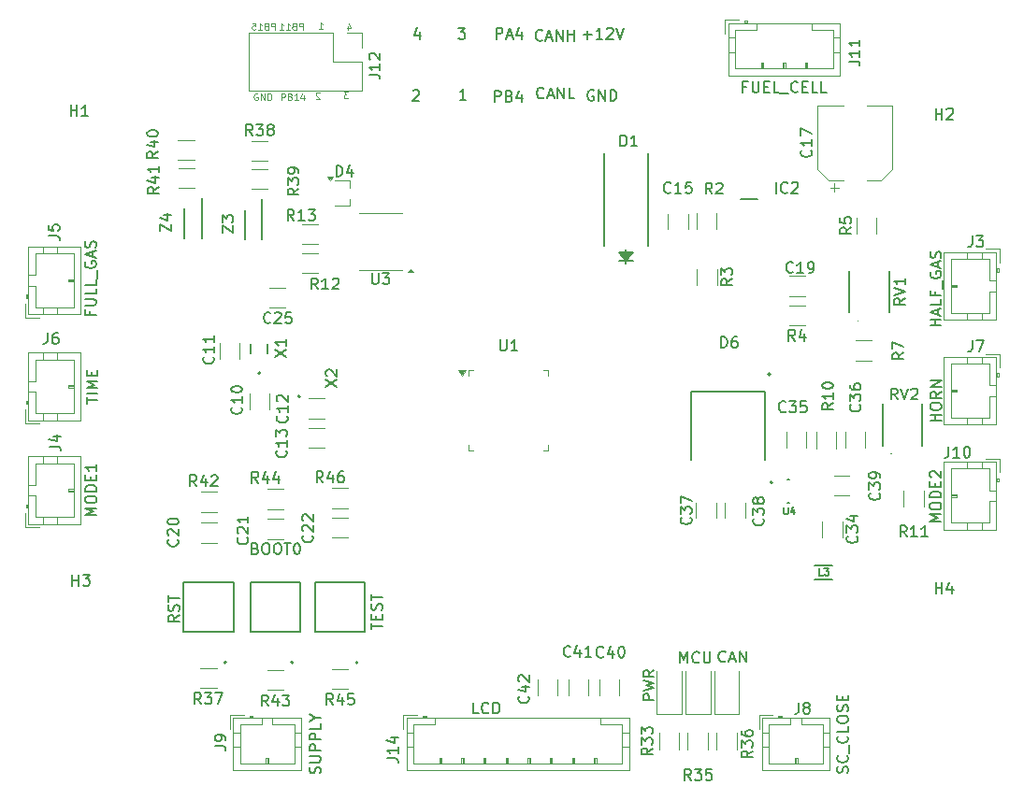
<source format=gbr>
%TF.GenerationSoftware,KiCad,Pcbnew,9.0.0*%
%TF.CreationDate,2025-03-22T00:06:51+01:00*%
%TF.ProjectId,steering_wheel_unit,73746565-7269-46e6-975f-776865656c5f,rev?*%
%TF.SameCoordinates,Original*%
%TF.FileFunction,Legend,Top*%
%TF.FilePolarity,Positive*%
%FSLAX46Y46*%
G04 Gerber Fmt 4.6, Leading zero omitted, Abs format (unit mm)*
G04 Created by KiCad (PCBNEW 9.0.0) date 2025-03-22 00:06:51*
%MOMM*%
%LPD*%
G01*
G04 APERTURE LIST*
%ADD10C,0.150000*%
%ADD11C,0.100000*%
%ADD12C,0.120000*%
%ADD13C,0.152400*%
%ADD14C,0.127000*%
%ADD15C,0.200000*%
%ADD16C,0.022000*%
G04 APERTURE END LIST*
D10*
X206298207Y-135474580D02*
X206250588Y-135522200D01*
X206250588Y-135522200D02*
X206107731Y-135569819D01*
X206107731Y-135569819D02*
X206012493Y-135569819D01*
X206012493Y-135569819D02*
X205869636Y-135522200D01*
X205869636Y-135522200D02*
X205774398Y-135426961D01*
X205774398Y-135426961D02*
X205726779Y-135331723D01*
X205726779Y-135331723D02*
X205679160Y-135141247D01*
X205679160Y-135141247D02*
X205679160Y-134998390D01*
X205679160Y-134998390D02*
X205726779Y-134807914D01*
X205726779Y-134807914D02*
X205774398Y-134712676D01*
X205774398Y-134712676D02*
X205869636Y-134617438D01*
X205869636Y-134617438D02*
X206012493Y-134569819D01*
X206012493Y-134569819D02*
X206107731Y-134569819D01*
X206107731Y-134569819D02*
X206250588Y-134617438D01*
X206250588Y-134617438D02*
X206298207Y-134665057D01*
X206679160Y-135284104D02*
X207155350Y-135284104D01*
X206583922Y-135569819D02*
X206917255Y-134569819D01*
X206917255Y-134569819D02*
X207250588Y-135569819D01*
X207583922Y-135569819D02*
X207583922Y-134569819D01*
X207583922Y-134569819D02*
X208155350Y-135569819D01*
X208155350Y-135569819D02*
X208155350Y-134569819D01*
X202206779Y-135639819D02*
X202206779Y-134639819D01*
X202206779Y-134639819D02*
X202540112Y-135354104D01*
X202540112Y-135354104D02*
X202873445Y-134639819D01*
X202873445Y-134639819D02*
X202873445Y-135639819D01*
X203921064Y-135544580D02*
X203873445Y-135592200D01*
X203873445Y-135592200D02*
X203730588Y-135639819D01*
X203730588Y-135639819D02*
X203635350Y-135639819D01*
X203635350Y-135639819D02*
X203492493Y-135592200D01*
X203492493Y-135592200D02*
X203397255Y-135496961D01*
X203397255Y-135496961D02*
X203349636Y-135401723D01*
X203349636Y-135401723D02*
X203302017Y-135211247D01*
X203302017Y-135211247D02*
X203302017Y-135068390D01*
X203302017Y-135068390D02*
X203349636Y-134877914D01*
X203349636Y-134877914D02*
X203397255Y-134782676D01*
X203397255Y-134782676D02*
X203492493Y-134687438D01*
X203492493Y-134687438D02*
X203635350Y-134639819D01*
X203635350Y-134639819D02*
X203730588Y-134639819D01*
X203730588Y-134639819D02*
X203873445Y-134687438D01*
X203873445Y-134687438D02*
X203921064Y-134735057D01*
X204349636Y-134639819D02*
X204349636Y-135449342D01*
X204349636Y-135449342D02*
X204397255Y-135544580D01*
X204397255Y-135544580D02*
X204444874Y-135592200D01*
X204444874Y-135592200D02*
X204540112Y-135639819D01*
X204540112Y-135639819D02*
X204730588Y-135639819D01*
X204730588Y-135639819D02*
X204825826Y-135592200D01*
X204825826Y-135592200D02*
X204873445Y-135544580D01*
X204873445Y-135544580D02*
X204921064Y-135449342D01*
X204921064Y-135449342D02*
X204921064Y-134639819D01*
X199839819Y-139023220D02*
X198839819Y-139023220D01*
X198839819Y-139023220D02*
X198839819Y-138642268D01*
X198839819Y-138642268D02*
X198887438Y-138547030D01*
X198887438Y-138547030D02*
X198935057Y-138499411D01*
X198935057Y-138499411D02*
X199030295Y-138451792D01*
X199030295Y-138451792D02*
X199173152Y-138451792D01*
X199173152Y-138451792D02*
X199268390Y-138499411D01*
X199268390Y-138499411D02*
X199316009Y-138547030D01*
X199316009Y-138547030D02*
X199363628Y-138642268D01*
X199363628Y-138642268D02*
X199363628Y-139023220D01*
X198839819Y-138118458D02*
X199839819Y-137880363D01*
X199839819Y-137880363D02*
X199125533Y-137689887D01*
X199125533Y-137689887D02*
X199839819Y-137499411D01*
X199839819Y-137499411D02*
X198839819Y-137261316D01*
X199839819Y-136308935D02*
X199363628Y-136642268D01*
X199839819Y-136880363D02*
X198839819Y-136880363D01*
X198839819Y-136880363D02*
X198839819Y-136499411D01*
X198839819Y-136499411D02*
X198887438Y-136404173D01*
X198887438Y-136404173D02*
X198935057Y-136356554D01*
X198935057Y-136356554D02*
X199030295Y-136308935D01*
X199030295Y-136308935D02*
X199173152Y-136308935D01*
X199173152Y-136308935D02*
X199268390Y-136356554D01*
X199268390Y-136356554D02*
X199316009Y-136404173D01*
X199316009Y-136404173D02*
X199363628Y-136499411D01*
X199363628Y-136499411D02*
X199363628Y-136880363D01*
X174214819Y-132605237D02*
X174214819Y-132033809D01*
X175214819Y-132319523D02*
X174214819Y-132319523D01*
X174691009Y-131700475D02*
X174691009Y-131367142D01*
X175214819Y-131224285D02*
X175214819Y-131700475D01*
X175214819Y-131700475D02*
X174214819Y-131700475D01*
X174214819Y-131700475D02*
X174214819Y-131224285D01*
X175167200Y-130843332D02*
X175214819Y-130700475D01*
X175214819Y-130700475D02*
X175214819Y-130462380D01*
X175214819Y-130462380D02*
X175167200Y-130367142D01*
X175167200Y-130367142D02*
X175119580Y-130319523D01*
X175119580Y-130319523D02*
X175024342Y-130271904D01*
X175024342Y-130271904D02*
X174929104Y-130271904D01*
X174929104Y-130271904D02*
X174833866Y-130319523D01*
X174833866Y-130319523D02*
X174786247Y-130367142D01*
X174786247Y-130367142D02*
X174738628Y-130462380D01*
X174738628Y-130462380D02*
X174691009Y-130652856D01*
X174691009Y-130652856D02*
X174643390Y-130748094D01*
X174643390Y-130748094D02*
X174595771Y-130795713D01*
X174595771Y-130795713D02*
X174500533Y-130843332D01*
X174500533Y-130843332D02*
X174405295Y-130843332D01*
X174405295Y-130843332D02*
X174310057Y-130795713D01*
X174310057Y-130795713D02*
X174262438Y-130748094D01*
X174262438Y-130748094D02*
X174214819Y-130652856D01*
X174214819Y-130652856D02*
X174214819Y-130414761D01*
X174214819Y-130414761D02*
X174262438Y-130271904D01*
X174214819Y-129986189D02*
X174214819Y-129414761D01*
X175214819Y-129700475D02*
X174214819Y-129700475D01*
X163746666Y-125271009D02*
X163889523Y-125318628D01*
X163889523Y-125318628D02*
X163937142Y-125366247D01*
X163937142Y-125366247D02*
X163984761Y-125461485D01*
X163984761Y-125461485D02*
X163984761Y-125604342D01*
X163984761Y-125604342D02*
X163937142Y-125699580D01*
X163937142Y-125699580D02*
X163889523Y-125747200D01*
X163889523Y-125747200D02*
X163794285Y-125794819D01*
X163794285Y-125794819D02*
X163413333Y-125794819D01*
X163413333Y-125794819D02*
X163413333Y-124794819D01*
X163413333Y-124794819D02*
X163746666Y-124794819D01*
X163746666Y-124794819D02*
X163841904Y-124842438D01*
X163841904Y-124842438D02*
X163889523Y-124890057D01*
X163889523Y-124890057D02*
X163937142Y-124985295D01*
X163937142Y-124985295D02*
X163937142Y-125080533D01*
X163937142Y-125080533D02*
X163889523Y-125175771D01*
X163889523Y-125175771D02*
X163841904Y-125223390D01*
X163841904Y-125223390D02*
X163746666Y-125271009D01*
X163746666Y-125271009D02*
X163413333Y-125271009D01*
X164603809Y-124794819D02*
X164794285Y-124794819D01*
X164794285Y-124794819D02*
X164889523Y-124842438D01*
X164889523Y-124842438D02*
X164984761Y-124937676D01*
X164984761Y-124937676D02*
X165032380Y-125128152D01*
X165032380Y-125128152D02*
X165032380Y-125461485D01*
X165032380Y-125461485D02*
X164984761Y-125651961D01*
X164984761Y-125651961D02*
X164889523Y-125747200D01*
X164889523Y-125747200D02*
X164794285Y-125794819D01*
X164794285Y-125794819D02*
X164603809Y-125794819D01*
X164603809Y-125794819D02*
X164508571Y-125747200D01*
X164508571Y-125747200D02*
X164413333Y-125651961D01*
X164413333Y-125651961D02*
X164365714Y-125461485D01*
X164365714Y-125461485D02*
X164365714Y-125128152D01*
X164365714Y-125128152D02*
X164413333Y-124937676D01*
X164413333Y-124937676D02*
X164508571Y-124842438D01*
X164508571Y-124842438D02*
X164603809Y-124794819D01*
X165651428Y-124794819D02*
X165841904Y-124794819D01*
X165841904Y-124794819D02*
X165937142Y-124842438D01*
X165937142Y-124842438D02*
X166032380Y-124937676D01*
X166032380Y-124937676D02*
X166079999Y-125128152D01*
X166079999Y-125128152D02*
X166079999Y-125461485D01*
X166079999Y-125461485D02*
X166032380Y-125651961D01*
X166032380Y-125651961D02*
X165937142Y-125747200D01*
X165937142Y-125747200D02*
X165841904Y-125794819D01*
X165841904Y-125794819D02*
X165651428Y-125794819D01*
X165651428Y-125794819D02*
X165556190Y-125747200D01*
X165556190Y-125747200D02*
X165460952Y-125651961D01*
X165460952Y-125651961D02*
X165413333Y-125461485D01*
X165413333Y-125461485D02*
X165413333Y-125128152D01*
X165413333Y-125128152D02*
X165460952Y-124937676D01*
X165460952Y-124937676D02*
X165556190Y-124842438D01*
X165556190Y-124842438D02*
X165651428Y-124794819D01*
X166365714Y-124794819D02*
X166937142Y-124794819D01*
X166651428Y-125794819D02*
X166651428Y-124794819D01*
X167460952Y-124794819D02*
X167556190Y-124794819D01*
X167556190Y-124794819D02*
X167651428Y-124842438D01*
X167651428Y-124842438D02*
X167699047Y-124890057D01*
X167699047Y-124890057D02*
X167746666Y-124985295D01*
X167746666Y-124985295D02*
X167794285Y-125175771D01*
X167794285Y-125175771D02*
X167794285Y-125413866D01*
X167794285Y-125413866D02*
X167746666Y-125604342D01*
X167746666Y-125604342D02*
X167699047Y-125699580D01*
X167699047Y-125699580D02*
X167651428Y-125747200D01*
X167651428Y-125747200D02*
X167556190Y-125794819D01*
X167556190Y-125794819D02*
X167460952Y-125794819D01*
X167460952Y-125794819D02*
X167365714Y-125747200D01*
X167365714Y-125747200D02*
X167318095Y-125699580D01*
X167318095Y-125699580D02*
X167270476Y-125604342D01*
X167270476Y-125604342D02*
X167222857Y-125413866D01*
X167222857Y-125413866D02*
X167222857Y-125175771D01*
X167222857Y-125175771D02*
X167270476Y-124985295D01*
X167270476Y-124985295D02*
X167318095Y-124890057D01*
X167318095Y-124890057D02*
X167365714Y-124842438D01*
X167365714Y-124842438D02*
X167460952Y-124794819D01*
X156834819Y-131327619D02*
X156358628Y-131660952D01*
X156834819Y-131899047D02*
X155834819Y-131899047D01*
X155834819Y-131899047D02*
X155834819Y-131518095D01*
X155834819Y-131518095D02*
X155882438Y-131422857D01*
X155882438Y-131422857D02*
X155930057Y-131375238D01*
X155930057Y-131375238D02*
X156025295Y-131327619D01*
X156025295Y-131327619D02*
X156168152Y-131327619D01*
X156168152Y-131327619D02*
X156263390Y-131375238D01*
X156263390Y-131375238D02*
X156311009Y-131422857D01*
X156311009Y-131422857D02*
X156358628Y-131518095D01*
X156358628Y-131518095D02*
X156358628Y-131899047D01*
X156787200Y-130946666D02*
X156834819Y-130803809D01*
X156834819Y-130803809D02*
X156834819Y-130565714D01*
X156834819Y-130565714D02*
X156787200Y-130470476D01*
X156787200Y-130470476D02*
X156739580Y-130422857D01*
X156739580Y-130422857D02*
X156644342Y-130375238D01*
X156644342Y-130375238D02*
X156549104Y-130375238D01*
X156549104Y-130375238D02*
X156453866Y-130422857D01*
X156453866Y-130422857D02*
X156406247Y-130470476D01*
X156406247Y-130470476D02*
X156358628Y-130565714D01*
X156358628Y-130565714D02*
X156311009Y-130756190D01*
X156311009Y-130756190D02*
X156263390Y-130851428D01*
X156263390Y-130851428D02*
X156215771Y-130899047D01*
X156215771Y-130899047D02*
X156120533Y-130946666D01*
X156120533Y-130946666D02*
X156025295Y-130946666D01*
X156025295Y-130946666D02*
X155930057Y-130899047D01*
X155930057Y-130899047D02*
X155882438Y-130851428D01*
X155882438Y-130851428D02*
X155834819Y-130756190D01*
X155834819Y-130756190D02*
X155834819Y-130518095D01*
X155834819Y-130518095D02*
X155882438Y-130375238D01*
X155834819Y-130089523D02*
X155834819Y-129518095D01*
X156834819Y-129803809D02*
X155834819Y-129803809D01*
D11*
X172084211Y-77941371D02*
X172084211Y-78341371D01*
X172227068Y-77712800D02*
X172369925Y-78141371D01*
X172369925Y-78141371D02*
X171998496Y-78141371D01*
D10*
X178615350Y-78463152D02*
X178615350Y-79129819D01*
X178377255Y-78082200D02*
X178139160Y-78796485D01*
X178139160Y-78796485D02*
X178758207Y-78796485D01*
X182111541Y-78129819D02*
X182730588Y-78129819D01*
X182730588Y-78129819D02*
X182397255Y-78510771D01*
X182397255Y-78510771D02*
X182540112Y-78510771D01*
X182540112Y-78510771D02*
X182635350Y-78558390D01*
X182635350Y-78558390D02*
X182682969Y-78606009D01*
X182682969Y-78606009D02*
X182730588Y-78701247D01*
X182730588Y-78701247D02*
X182730588Y-78939342D01*
X182730588Y-78939342D02*
X182682969Y-79034580D01*
X182682969Y-79034580D02*
X182635350Y-79082200D01*
X182635350Y-79082200D02*
X182540112Y-79129819D01*
X182540112Y-79129819D02*
X182254398Y-79129819D01*
X182254398Y-79129819D02*
X182159160Y-79082200D01*
X182159160Y-79082200D02*
X182111541Y-79034580D01*
D11*
X172158496Y-83921371D02*
X171787068Y-83921371D01*
X171787068Y-83921371D02*
X171987068Y-84149942D01*
X171987068Y-84149942D02*
X171901353Y-84149942D01*
X171901353Y-84149942D02*
X171844211Y-84178514D01*
X171844211Y-84178514D02*
X171815639Y-84207085D01*
X171815639Y-84207085D02*
X171787068Y-84264228D01*
X171787068Y-84264228D02*
X171787068Y-84407085D01*
X171787068Y-84407085D02*
X171815639Y-84464228D01*
X171815639Y-84464228D02*
X171844211Y-84492800D01*
X171844211Y-84492800D02*
X171901353Y-84521371D01*
X171901353Y-84521371D02*
X172072782Y-84521371D01*
X172072782Y-84521371D02*
X172129925Y-84492800D01*
X172129925Y-84492800D02*
X172158496Y-84464228D01*
D10*
X178019160Y-83845057D02*
X178066779Y-83797438D01*
X178066779Y-83797438D02*
X178162017Y-83749819D01*
X178162017Y-83749819D02*
X178400112Y-83749819D01*
X178400112Y-83749819D02*
X178495350Y-83797438D01*
X178495350Y-83797438D02*
X178542969Y-83845057D01*
X178542969Y-83845057D02*
X178590588Y-83940295D01*
X178590588Y-83940295D02*
X178590588Y-84035533D01*
X178590588Y-84035533D02*
X178542969Y-84178390D01*
X178542969Y-84178390D02*
X177971541Y-84749819D01*
X177971541Y-84749819D02*
X178590588Y-84749819D01*
D11*
X169569925Y-84008514D02*
X169541353Y-83979942D01*
X169541353Y-83979942D02*
X169484211Y-83951371D01*
X169484211Y-83951371D02*
X169341353Y-83951371D01*
X169341353Y-83951371D02*
X169284211Y-83979942D01*
X169284211Y-83979942D02*
X169255639Y-84008514D01*
X169255639Y-84008514D02*
X169227068Y-84065657D01*
X169227068Y-84065657D02*
X169227068Y-84122800D01*
X169227068Y-84122800D02*
X169255639Y-84208514D01*
X169255639Y-84208514D02*
X169598496Y-84551371D01*
X169598496Y-84551371D02*
X169227068Y-84551371D01*
D10*
X182810588Y-84629819D02*
X182239160Y-84629819D01*
X182524874Y-84629819D02*
X182524874Y-83629819D01*
X182524874Y-83629819D02*
X182429636Y-83772676D01*
X182429636Y-83772676D02*
X182334398Y-83867914D01*
X182334398Y-83867914D02*
X182239160Y-83915533D01*
D11*
X169517068Y-78221371D02*
X169859925Y-78221371D01*
X169688496Y-78221371D02*
X169688496Y-77621371D01*
X169688496Y-77621371D02*
X169745639Y-77707085D01*
X169745639Y-77707085D02*
X169802782Y-77764228D01*
X169802782Y-77764228D02*
X169859925Y-77792800D01*
D10*
X185396779Y-84819875D02*
X185396779Y-83819875D01*
X185396779Y-83819875D02*
X185777731Y-83819875D01*
X185777731Y-83819875D02*
X185872969Y-83867494D01*
X185872969Y-83867494D02*
X185920588Y-83915113D01*
X185920588Y-83915113D02*
X185968207Y-84010351D01*
X185968207Y-84010351D02*
X185968207Y-84153208D01*
X185968207Y-84153208D02*
X185920588Y-84248446D01*
X185920588Y-84248446D02*
X185872969Y-84296065D01*
X185872969Y-84296065D02*
X185777731Y-84343684D01*
X185777731Y-84343684D02*
X185396779Y-84343684D01*
X186730112Y-84296065D02*
X186872969Y-84343684D01*
X186872969Y-84343684D02*
X186920588Y-84391303D01*
X186920588Y-84391303D02*
X186968207Y-84486541D01*
X186968207Y-84486541D02*
X186968207Y-84629398D01*
X186968207Y-84629398D02*
X186920588Y-84724636D01*
X186920588Y-84724636D02*
X186872969Y-84772256D01*
X186872969Y-84772256D02*
X186777731Y-84819875D01*
X186777731Y-84819875D02*
X186396779Y-84819875D01*
X186396779Y-84819875D02*
X186396779Y-83819875D01*
X186396779Y-83819875D02*
X186730112Y-83819875D01*
X186730112Y-83819875D02*
X186825350Y-83867494D01*
X186825350Y-83867494D02*
X186872969Y-83915113D01*
X186872969Y-83915113D02*
X186920588Y-84010351D01*
X186920588Y-84010351D02*
X186920588Y-84105589D01*
X186920588Y-84105589D02*
X186872969Y-84200827D01*
X186872969Y-84200827D02*
X186825350Y-84248446D01*
X186825350Y-84248446D02*
X186730112Y-84296065D01*
X186730112Y-84296065D02*
X186396779Y-84296065D01*
X187825350Y-84153208D02*
X187825350Y-84819875D01*
X187587255Y-83772256D02*
X187349160Y-84486541D01*
X187349160Y-84486541D02*
X187968207Y-84486541D01*
X185546779Y-79109819D02*
X185546779Y-78109819D01*
X185546779Y-78109819D02*
X185927731Y-78109819D01*
X185927731Y-78109819D02*
X186022969Y-78157438D01*
X186022969Y-78157438D02*
X186070588Y-78205057D01*
X186070588Y-78205057D02*
X186118207Y-78300295D01*
X186118207Y-78300295D02*
X186118207Y-78443152D01*
X186118207Y-78443152D02*
X186070588Y-78538390D01*
X186070588Y-78538390D02*
X186022969Y-78586009D01*
X186022969Y-78586009D02*
X185927731Y-78633628D01*
X185927731Y-78633628D02*
X185546779Y-78633628D01*
X186499160Y-78824104D02*
X186975350Y-78824104D01*
X186403922Y-79109819D02*
X186737255Y-78109819D01*
X186737255Y-78109819D02*
X187070588Y-79109819D01*
X187832493Y-78443152D02*
X187832493Y-79109819D01*
X187594398Y-78062200D02*
X187356303Y-78776485D01*
X187356303Y-78776485D02*
X187975350Y-78776485D01*
X189838207Y-84424580D02*
X189790588Y-84472200D01*
X189790588Y-84472200D02*
X189647731Y-84519819D01*
X189647731Y-84519819D02*
X189552493Y-84519819D01*
X189552493Y-84519819D02*
X189409636Y-84472200D01*
X189409636Y-84472200D02*
X189314398Y-84376961D01*
X189314398Y-84376961D02*
X189266779Y-84281723D01*
X189266779Y-84281723D02*
X189219160Y-84091247D01*
X189219160Y-84091247D02*
X189219160Y-83948390D01*
X189219160Y-83948390D02*
X189266779Y-83757914D01*
X189266779Y-83757914D02*
X189314398Y-83662676D01*
X189314398Y-83662676D02*
X189409636Y-83567438D01*
X189409636Y-83567438D02*
X189552493Y-83519819D01*
X189552493Y-83519819D02*
X189647731Y-83519819D01*
X189647731Y-83519819D02*
X189790588Y-83567438D01*
X189790588Y-83567438D02*
X189838207Y-83615057D01*
X190219160Y-84234104D02*
X190695350Y-84234104D01*
X190123922Y-84519819D02*
X190457255Y-83519819D01*
X190457255Y-83519819D02*
X190790588Y-84519819D01*
X191123922Y-84519819D02*
X191123922Y-83519819D01*
X191123922Y-83519819D02*
X191695350Y-84519819D01*
X191695350Y-84519819D02*
X191695350Y-83519819D01*
X192647731Y-84519819D02*
X192171541Y-84519819D01*
X192171541Y-84519819D02*
X192171541Y-83519819D01*
X189718207Y-79194580D02*
X189670588Y-79242200D01*
X189670588Y-79242200D02*
X189527731Y-79289819D01*
X189527731Y-79289819D02*
X189432493Y-79289819D01*
X189432493Y-79289819D02*
X189289636Y-79242200D01*
X189289636Y-79242200D02*
X189194398Y-79146961D01*
X189194398Y-79146961D02*
X189146779Y-79051723D01*
X189146779Y-79051723D02*
X189099160Y-78861247D01*
X189099160Y-78861247D02*
X189099160Y-78718390D01*
X189099160Y-78718390D02*
X189146779Y-78527914D01*
X189146779Y-78527914D02*
X189194398Y-78432676D01*
X189194398Y-78432676D02*
X189289636Y-78337438D01*
X189289636Y-78337438D02*
X189432493Y-78289819D01*
X189432493Y-78289819D02*
X189527731Y-78289819D01*
X189527731Y-78289819D02*
X189670588Y-78337438D01*
X189670588Y-78337438D02*
X189718207Y-78385057D01*
X190099160Y-79004104D02*
X190575350Y-79004104D01*
X190003922Y-79289819D02*
X190337255Y-78289819D01*
X190337255Y-78289819D02*
X190670588Y-79289819D01*
X191003922Y-79289819D02*
X191003922Y-78289819D01*
X191003922Y-78289819D02*
X191575350Y-79289819D01*
X191575350Y-79289819D02*
X191575350Y-78289819D01*
X192051541Y-79289819D02*
X192051541Y-78289819D01*
X192051541Y-78766009D02*
X192622969Y-78766009D01*
X192622969Y-79289819D02*
X192622969Y-78289819D01*
X194360588Y-83777438D02*
X194265350Y-83729819D01*
X194265350Y-83729819D02*
X194122493Y-83729819D01*
X194122493Y-83729819D02*
X193979636Y-83777438D01*
X193979636Y-83777438D02*
X193884398Y-83872676D01*
X193884398Y-83872676D02*
X193836779Y-83967914D01*
X193836779Y-83967914D02*
X193789160Y-84158390D01*
X193789160Y-84158390D02*
X193789160Y-84301247D01*
X193789160Y-84301247D02*
X193836779Y-84491723D01*
X193836779Y-84491723D02*
X193884398Y-84586961D01*
X193884398Y-84586961D02*
X193979636Y-84682200D01*
X193979636Y-84682200D02*
X194122493Y-84729819D01*
X194122493Y-84729819D02*
X194217731Y-84729819D01*
X194217731Y-84729819D02*
X194360588Y-84682200D01*
X194360588Y-84682200D02*
X194408207Y-84634580D01*
X194408207Y-84634580D02*
X194408207Y-84301247D01*
X194408207Y-84301247D02*
X194217731Y-84301247D01*
X194836779Y-84729819D02*
X194836779Y-83729819D01*
X194836779Y-83729819D02*
X195408207Y-84729819D01*
X195408207Y-84729819D02*
X195408207Y-83729819D01*
X195884398Y-84729819D02*
X195884398Y-83729819D01*
X195884398Y-83729819D02*
X196122493Y-83729819D01*
X196122493Y-83729819D02*
X196265350Y-83777438D01*
X196265350Y-83777438D02*
X196360588Y-83872676D01*
X196360588Y-83872676D02*
X196408207Y-83967914D01*
X196408207Y-83967914D02*
X196455826Y-84158390D01*
X196455826Y-84158390D02*
X196455826Y-84301247D01*
X196455826Y-84301247D02*
X196408207Y-84491723D01*
X196408207Y-84491723D02*
X196360588Y-84586961D01*
X196360588Y-84586961D02*
X196265350Y-84682200D01*
X196265350Y-84682200D02*
X196122493Y-84729819D01*
X196122493Y-84729819D02*
X195884398Y-84729819D01*
X193416779Y-78728866D02*
X194178684Y-78728866D01*
X193797731Y-79109819D02*
X193797731Y-78347914D01*
X195178683Y-79109819D02*
X194607255Y-79109819D01*
X194892969Y-79109819D02*
X194892969Y-78109819D01*
X194892969Y-78109819D02*
X194797731Y-78252676D01*
X194797731Y-78252676D02*
X194702493Y-78347914D01*
X194702493Y-78347914D02*
X194607255Y-78395533D01*
X195559636Y-78205057D02*
X195607255Y-78157438D01*
X195607255Y-78157438D02*
X195702493Y-78109819D01*
X195702493Y-78109819D02*
X195940588Y-78109819D01*
X195940588Y-78109819D02*
X196035826Y-78157438D01*
X196035826Y-78157438D02*
X196083445Y-78205057D01*
X196083445Y-78205057D02*
X196131064Y-78300295D01*
X196131064Y-78300295D02*
X196131064Y-78395533D01*
X196131064Y-78395533D02*
X196083445Y-78538390D01*
X196083445Y-78538390D02*
X195512017Y-79109819D01*
X195512017Y-79109819D02*
X196131064Y-79109819D01*
X196416779Y-78109819D02*
X196750112Y-79109819D01*
X196750112Y-79109819D02*
X197083445Y-78109819D01*
D11*
X168021353Y-78281371D02*
X168021353Y-77681371D01*
X168021353Y-77681371D02*
X167792782Y-77681371D01*
X167792782Y-77681371D02*
X167735639Y-77709942D01*
X167735639Y-77709942D02*
X167707068Y-77738514D01*
X167707068Y-77738514D02*
X167678496Y-77795657D01*
X167678496Y-77795657D02*
X167678496Y-77881371D01*
X167678496Y-77881371D02*
X167707068Y-77938514D01*
X167707068Y-77938514D02*
X167735639Y-77967085D01*
X167735639Y-77967085D02*
X167792782Y-77995657D01*
X167792782Y-77995657D02*
X168021353Y-77995657D01*
X167221353Y-77967085D02*
X167135639Y-77995657D01*
X167135639Y-77995657D02*
X167107068Y-78024228D01*
X167107068Y-78024228D02*
X167078496Y-78081371D01*
X167078496Y-78081371D02*
X167078496Y-78167085D01*
X167078496Y-78167085D02*
X167107068Y-78224228D01*
X167107068Y-78224228D02*
X167135639Y-78252800D01*
X167135639Y-78252800D02*
X167192782Y-78281371D01*
X167192782Y-78281371D02*
X167421353Y-78281371D01*
X167421353Y-78281371D02*
X167421353Y-77681371D01*
X167421353Y-77681371D02*
X167221353Y-77681371D01*
X167221353Y-77681371D02*
X167164211Y-77709942D01*
X167164211Y-77709942D02*
X167135639Y-77738514D01*
X167135639Y-77738514D02*
X167107068Y-77795657D01*
X167107068Y-77795657D02*
X167107068Y-77852800D01*
X167107068Y-77852800D02*
X167135639Y-77909942D01*
X167135639Y-77909942D02*
X167164211Y-77938514D01*
X167164211Y-77938514D02*
X167221353Y-77967085D01*
X167221353Y-77967085D02*
X167421353Y-77967085D01*
X166507068Y-78281371D02*
X166849925Y-78281371D01*
X166678496Y-78281371D02*
X166678496Y-77681371D01*
X166678496Y-77681371D02*
X166735639Y-77767085D01*
X166735639Y-77767085D02*
X166792782Y-77824228D01*
X166792782Y-77824228D02*
X166849925Y-77852800D01*
X165935639Y-78281371D02*
X166278496Y-78281371D01*
X166107067Y-78281371D02*
X166107067Y-77681371D01*
X166107067Y-77681371D02*
X166164210Y-77767085D01*
X166164210Y-77767085D02*
X166221353Y-77824228D01*
X166221353Y-77824228D02*
X166278496Y-77852800D01*
X165501353Y-78281371D02*
X165501353Y-77681371D01*
X165501353Y-77681371D02*
X165272782Y-77681371D01*
X165272782Y-77681371D02*
X165215639Y-77709942D01*
X165215639Y-77709942D02*
X165187068Y-77738514D01*
X165187068Y-77738514D02*
X165158496Y-77795657D01*
X165158496Y-77795657D02*
X165158496Y-77881371D01*
X165158496Y-77881371D02*
X165187068Y-77938514D01*
X165187068Y-77938514D02*
X165215639Y-77967085D01*
X165215639Y-77967085D02*
X165272782Y-77995657D01*
X165272782Y-77995657D02*
X165501353Y-77995657D01*
X164701353Y-77967085D02*
X164615639Y-77995657D01*
X164615639Y-77995657D02*
X164587068Y-78024228D01*
X164587068Y-78024228D02*
X164558496Y-78081371D01*
X164558496Y-78081371D02*
X164558496Y-78167085D01*
X164558496Y-78167085D02*
X164587068Y-78224228D01*
X164587068Y-78224228D02*
X164615639Y-78252800D01*
X164615639Y-78252800D02*
X164672782Y-78281371D01*
X164672782Y-78281371D02*
X164901353Y-78281371D01*
X164901353Y-78281371D02*
X164901353Y-77681371D01*
X164901353Y-77681371D02*
X164701353Y-77681371D01*
X164701353Y-77681371D02*
X164644211Y-77709942D01*
X164644211Y-77709942D02*
X164615639Y-77738514D01*
X164615639Y-77738514D02*
X164587068Y-77795657D01*
X164587068Y-77795657D02*
X164587068Y-77852800D01*
X164587068Y-77852800D02*
X164615639Y-77909942D01*
X164615639Y-77909942D02*
X164644211Y-77938514D01*
X164644211Y-77938514D02*
X164701353Y-77967085D01*
X164701353Y-77967085D02*
X164901353Y-77967085D01*
X163987068Y-78281371D02*
X164329925Y-78281371D01*
X164158496Y-78281371D02*
X164158496Y-77681371D01*
X164158496Y-77681371D02*
X164215639Y-77767085D01*
X164215639Y-77767085D02*
X164272782Y-77824228D01*
X164272782Y-77824228D02*
X164329925Y-77852800D01*
X163444210Y-77681371D02*
X163729924Y-77681371D01*
X163729924Y-77681371D02*
X163758496Y-77967085D01*
X163758496Y-77967085D02*
X163729924Y-77938514D01*
X163729924Y-77938514D02*
X163672782Y-77909942D01*
X163672782Y-77909942D02*
X163529924Y-77909942D01*
X163529924Y-77909942D02*
X163472782Y-77938514D01*
X163472782Y-77938514D02*
X163444210Y-77967085D01*
X163444210Y-77967085D02*
X163415639Y-78024228D01*
X163415639Y-78024228D02*
X163415639Y-78167085D01*
X163415639Y-78167085D02*
X163444210Y-78224228D01*
X163444210Y-78224228D02*
X163472782Y-78252800D01*
X163472782Y-78252800D02*
X163529924Y-78281371D01*
X163529924Y-78281371D02*
X163672782Y-78281371D01*
X163672782Y-78281371D02*
X163729924Y-78252800D01*
X163729924Y-78252800D02*
X163758496Y-78224228D01*
X166088646Y-84661371D02*
X166088646Y-84061371D01*
X166088646Y-84061371D02*
X166317217Y-84061371D01*
X166317217Y-84061371D02*
X166374360Y-84089942D01*
X166374360Y-84089942D02*
X166402931Y-84118514D01*
X166402931Y-84118514D02*
X166431503Y-84175657D01*
X166431503Y-84175657D02*
X166431503Y-84261371D01*
X166431503Y-84261371D02*
X166402931Y-84318514D01*
X166402931Y-84318514D02*
X166374360Y-84347085D01*
X166374360Y-84347085D02*
X166317217Y-84375657D01*
X166317217Y-84375657D02*
X166088646Y-84375657D01*
X166888646Y-84347085D02*
X166974360Y-84375657D01*
X166974360Y-84375657D02*
X167002931Y-84404228D01*
X167002931Y-84404228D02*
X167031503Y-84461371D01*
X167031503Y-84461371D02*
X167031503Y-84547085D01*
X167031503Y-84547085D02*
X167002931Y-84604228D01*
X167002931Y-84604228D02*
X166974360Y-84632800D01*
X166974360Y-84632800D02*
X166917217Y-84661371D01*
X166917217Y-84661371D02*
X166688646Y-84661371D01*
X166688646Y-84661371D02*
X166688646Y-84061371D01*
X166688646Y-84061371D02*
X166888646Y-84061371D01*
X166888646Y-84061371D02*
X166945789Y-84089942D01*
X166945789Y-84089942D02*
X166974360Y-84118514D01*
X166974360Y-84118514D02*
X167002931Y-84175657D01*
X167002931Y-84175657D02*
X167002931Y-84232800D01*
X167002931Y-84232800D02*
X166974360Y-84289942D01*
X166974360Y-84289942D02*
X166945789Y-84318514D01*
X166945789Y-84318514D02*
X166888646Y-84347085D01*
X166888646Y-84347085D02*
X166688646Y-84347085D01*
X167602931Y-84661371D02*
X167260074Y-84661371D01*
X167431503Y-84661371D02*
X167431503Y-84061371D01*
X167431503Y-84061371D02*
X167374360Y-84147085D01*
X167374360Y-84147085D02*
X167317217Y-84204228D01*
X167317217Y-84204228D02*
X167260074Y-84232800D01*
X168117218Y-84261371D02*
X168117218Y-84661371D01*
X167974360Y-84032800D02*
X167831503Y-84461371D01*
X167831503Y-84461371D02*
X168202932Y-84461371D01*
X163932931Y-84089942D02*
X163875789Y-84061371D01*
X163875789Y-84061371D02*
X163790074Y-84061371D01*
X163790074Y-84061371D02*
X163704360Y-84089942D01*
X163704360Y-84089942D02*
X163647217Y-84147085D01*
X163647217Y-84147085D02*
X163618646Y-84204228D01*
X163618646Y-84204228D02*
X163590074Y-84318514D01*
X163590074Y-84318514D02*
X163590074Y-84404228D01*
X163590074Y-84404228D02*
X163618646Y-84518514D01*
X163618646Y-84518514D02*
X163647217Y-84575657D01*
X163647217Y-84575657D02*
X163704360Y-84632800D01*
X163704360Y-84632800D02*
X163790074Y-84661371D01*
X163790074Y-84661371D02*
X163847217Y-84661371D01*
X163847217Y-84661371D02*
X163932931Y-84632800D01*
X163932931Y-84632800D02*
X163961503Y-84604228D01*
X163961503Y-84604228D02*
X163961503Y-84404228D01*
X163961503Y-84404228D02*
X163847217Y-84404228D01*
X164218646Y-84661371D02*
X164218646Y-84061371D01*
X164218646Y-84061371D02*
X164561503Y-84661371D01*
X164561503Y-84661371D02*
X164561503Y-84061371D01*
X164847217Y-84661371D02*
X164847217Y-84061371D01*
X164847217Y-84061371D02*
X164990074Y-84061371D01*
X164990074Y-84061371D02*
X165075788Y-84089942D01*
X165075788Y-84089942D02*
X165132931Y-84147085D01*
X165132931Y-84147085D02*
X165161502Y-84204228D01*
X165161502Y-84204228D02*
X165190074Y-84318514D01*
X165190074Y-84318514D02*
X165190074Y-84404228D01*
X165190074Y-84404228D02*
X165161502Y-84518514D01*
X165161502Y-84518514D02*
X165132931Y-84575657D01*
X165132931Y-84575657D02*
X165075788Y-84632800D01*
X165075788Y-84632800D02*
X164990074Y-84661371D01*
X164990074Y-84661371D02*
X164847217Y-84661371D01*
D10*
X174024819Y-82359523D02*
X174739104Y-82359523D01*
X174739104Y-82359523D02*
X174881961Y-82407142D01*
X174881961Y-82407142D02*
X174977200Y-82502380D01*
X174977200Y-82502380D02*
X175024819Y-82645237D01*
X175024819Y-82645237D02*
X175024819Y-82740475D01*
X175024819Y-81359523D02*
X175024819Y-81930951D01*
X175024819Y-81645237D02*
X174024819Y-81645237D01*
X174024819Y-81645237D02*
X174167676Y-81740475D01*
X174167676Y-81740475D02*
X174262914Y-81835713D01*
X174262914Y-81835713D02*
X174310533Y-81930951D01*
X174120057Y-80978570D02*
X174072438Y-80930951D01*
X174072438Y-80930951D02*
X174024819Y-80835713D01*
X174024819Y-80835713D02*
X174024819Y-80597618D01*
X174024819Y-80597618D02*
X174072438Y-80502380D01*
X174072438Y-80502380D02*
X174120057Y-80454761D01*
X174120057Y-80454761D02*
X174215295Y-80407142D01*
X174215295Y-80407142D02*
X174310533Y-80407142D01*
X174310533Y-80407142D02*
X174453390Y-80454761D01*
X174453390Y-80454761D02*
X175024819Y-81026189D01*
X175024819Y-81026189D02*
X175024819Y-80407142D01*
X185900595Y-106354819D02*
X185900595Y-107164342D01*
X185900595Y-107164342D02*
X185948214Y-107259580D01*
X185948214Y-107259580D02*
X185995833Y-107307200D01*
X185995833Y-107307200D02*
X186091071Y-107354819D01*
X186091071Y-107354819D02*
X186281547Y-107354819D01*
X186281547Y-107354819D02*
X186376785Y-107307200D01*
X186376785Y-107307200D02*
X186424404Y-107259580D01*
X186424404Y-107259580D02*
X186472023Y-107164342D01*
X186472023Y-107164342D02*
X186472023Y-106354819D01*
X187472023Y-107354819D02*
X186900595Y-107354819D01*
X187186309Y-107354819D02*
X187186309Y-106354819D01*
X187186309Y-106354819D02*
X187091071Y-106497676D01*
X187091071Y-106497676D02*
X186995833Y-106592914D01*
X186995833Y-106592914D02*
X186900595Y-106640533D01*
X196781905Y-88834819D02*
X196781905Y-87834819D01*
X196781905Y-87834819D02*
X197020000Y-87834819D01*
X197020000Y-87834819D02*
X197162857Y-87882438D01*
X197162857Y-87882438D02*
X197258095Y-87977676D01*
X197258095Y-87977676D02*
X197305714Y-88072914D01*
X197305714Y-88072914D02*
X197353333Y-88263390D01*
X197353333Y-88263390D02*
X197353333Y-88406247D01*
X197353333Y-88406247D02*
X197305714Y-88596723D01*
X197305714Y-88596723D02*
X197258095Y-88691961D01*
X197258095Y-88691961D02*
X197162857Y-88787200D01*
X197162857Y-88787200D02*
X197020000Y-88834819D01*
X197020000Y-88834819D02*
X196781905Y-88834819D01*
X198305714Y-88834819D02*
X197734286Y-88834819D01*
X198020000Y-88834819D02*
X198020000Y-87834819D01*
X198020000Y-87834819D02*
X197924762Y-87977676D01*
X197924762Y-87977676D02*
X197829524Y-88072914D01*
X197829524Y-88072914D02*
X197734286Y-88120533D01*
X145094819Y-116023333D02*
X145809104Y-116023333D01*
X145809104Y-116023333D02*
X145951961Y-116070952D01*
X145951961Y-116070952D02*
X146047200Y-116166190D01*
X146047200Y-116166190D02*
X146094819Y-116309047D01*
X146094819Y-116309047D02*
X146094819Y-116404285D01*
X145428152Y-115118571D02*
X146094819Y-115118571D01*
X145047200Y-115356666D02*
X145761485Y-115594761D01*
X145761485Y-115594761D02*
X145761485Y-114975714D01*
X149354819Y-122275713D02*
X148354819Y-122275713D01*
X148354819Y-122275713D02*
X149069104Y-121942380D01*
X149069104Y-121942380D02*
X148354819Y-121609047D01*
X148354819Y-121609047D02*
X149354819Y-121609047D01*
X148354819Y-120942380D02*
X148354819Y-120751904D01*
X148354819Y-120751904D02*
X148402438Y-120656666D01*
X148402438Y-120656666D02*
X148497676Y-120561428D01*
X148497676Y-120561428D02*
X148688152Y-120513809D01*
X148688152Y-120513809D02*
X149021485Y-120513809D01*
X149021485Y-120513809D02*
X149211961Y-120561428D01*
X149211961Y-120561428D02*
X149307200Y-120656666D01*
X149307200Y-120656666D02*
X149354819Y-120751904D01*
X149354819Y-120751904D02*
X149354819Y-120942380D01*
X149354819Y-120942380D02*
X149307200Y-121037618D01*
X149307200Y-121037618D02*
X149211961Y-121132856D01*
X149211961Y-121132856D02*
X149021485Y-121180475D01*
X149021485Y-121180475D02*
X148688152Y-121180475D01*
X148688152Y-121180475D02*
X148497676Y-121132856D01*
X148497676Y-121132856D02*
X148402438Y-121037618D01*
X148402438Y-121037618D02*
X148354819Y-120942380D01*
X149354819Y-120085237D02*
X148354819Y-120085237D01*
X148354819Y-120085237D02*
X148354819Y-119847142D01*
X148354819Y-119847142D02*
X148402438Y-119704285D01*
X148402438Y-119704285D02*
X148497676Y-119609047D01*
X148497676Y-119609047D02*
X148592914Y-119561428D01*
X148592914Y-119561428D02*
X148783390Y-119513809D01*
X148783390Y-119513809D02*
X148926247Y-119513809D01*
X148926247Y-119513809D02*
X149116723Y-119561428D01*
X149116723Y-119561428D02*
X149211961Y-119609047D01*
X149211961Y-119609047D02*
X149307200Y-119704285D01*
X149307200Y-119704285D02*
X149354819Y-119847142D01*
X149354819Y-119847142D02*
X149354819Y-120085237D01*
X148831009Y-119085237D02*
X148831009Y-118751904D01*
X149354819Y-118609047D02*
X149354819Y-119085237D01*
X149354819Y-119085237D02*
X148354819Y-119085237D01*
X148354819Y-119085237D02*
X148354819Y-118609047D01*
X149354819Y-117656666D02*
X149354819Y-118228094D01*
X149354819Y-117942380D02*
X148354819Y-117942380D01*
X148354819Y-117942380D02*
X148497676Y-118037618D01*
X148497676Y-118037618D02*
X148592914Y-118132856D01*
X148592914Y-118132856D02*
X148640533Y-118228094D01*
X195247142Y-135059580D02*
X195199523Y-135107200D01*
X195199523Y-135107200D02*
X195056666Y-135154819D01*
X195056666Y-135154819D02*
X194961428Y-135154819D01*
X194961428Y-135154819D02*
X194818571Y-135107200D01*
X194818571Y-135107200D02*
X194723333Y-135011961D01*
X194723333Y-135011961D02*
X194675714Y-134916723D01*
X194675714Y-134916723D02*
X194628095Y-134726247D01*
X194628095Y-134726247D02*
X194628095Y-134583390D01*
X194628095Y-134583390D02*
X194675714Y-134392914D01*
X194675714Y-134392914D02*
X194723333Y-134297676D01*
X194723333Y-134297676D02*
X194818571Y-134202438D01*
X194818571Y-134202438D02*
X194961428Y-134154819D01*
X194961428Y-134154819D02*
X195056666Y-134154819D01*
X195056666Y-134154819D02*
X195199523Y-134202438D01*
X195199523Y-134202438D02*
X195247142Y-134250057D01*
X196104285Y-134488152D02*
X196104285Y-135154819D01*
X195866190Y-134107200D02*
X195628095Y-134821485D01*
X195628095Y-134821485D02*
X196247142Y-134821485D01*
X196818571Y-134154819D02*
X196913809Y-134154819D01*
X196913809Y-134154819D02*
X197009047Y-134202438D01*
X197009047Y-134202438D02*
X197056666Y-134250057D01*
X197056666Y-134250057D02*
X197104285Y-134345295D01*
X197104285Y-134345295D02*
X197151904Y-134535771D01*
X197151904Y-134535771D02*
X197151904Y-134773866D01*
X197151904Y-134773866D02*
X197104285Y-134964342D01*
X197104285Y-134964342D02*
X197056666Y-135059580D01*
X197056666Y-135059580D02*
X197009047Y-135107200D01*
X197009047Y-135107200D02*
X196913809Y-135154819D01*
X196913809Y-135154819D02*
X196818571Y-135154819D01*
X196818571Y-135154819D02*
X196723333Y-135107200D01*
X196723333Y-135107200D02*
X196675714Y-135059580D01*
X196675714Y-135059580D02*
X196628095Y-134964342D01*
X196628095Y-134964342D02*
X196580476Y-134773866D01*
X196580476Y-134773866D02*
X196580476Y-134535771D01*
X196580476Y-134535771D02*
X196628095Y-134345295D01*
X196628095Y-134345295D02*
X196675714Y-134250057D01*
X196675714Y-134250057D02*
X196723333Y-134202438D01*
X196723333Y-134202438D02*
X196818571Y-134154819D01*
X175654819Y-144269523D02*
X176369104Y-144269523D01*
X176369104Y-144269523D02*
X176511961Y-144317142D01*
X176511961Y-144317142D02*
X176607200Y-144412380D01*
X176607200Y-144412380D02*
X176654819Y-144555237D01*
X176654819Y-144555237D02*
X176654819Y-144650475D01*
X176654819Y-143269523D02*
X176654819Y-143840951D01*
X176654819Y-143555237D02*
X175654819Y-143555237D01*
X175654819Y-143555237D02*
X175797676Y-143650475D01*
X175797676Y-143650475D02*
X175892914Y-143745713D01*
X175892914Y-143745713D02*
X175940533Y-143840951D01*
X175988152Y-142412380D02*
X176654819Y-142412380D01*
X175607200Y-142650475D02*
X176321485Y-142888570D01*
X176321485Y-142888570D02*
X176321485Y-142269523D01*
X183939523Y-140224819D02*
X183463333Y-140224819D01*
X183463333Y-140224819D02*
X183463333Y-139224819D01*
X184844285Y-140129580D02*
X184796666Y-140177200D01*
X184796666Y-140177200D02*
X184653809Y-140224819D01*
X184653809Y-140224819D02*
X184558571Y-140224819D01*
X184558571Y-140224819D02*
X184415714Y-140177200D01*
X184415714Y-140177200D02*
X184320476Y-140081961D01*
X184320476Y-140081961D02*
X184272857Y-139986723D01*
X184272857Y-139986723D02*
X184225238Y-139796247D01*
X184225238Y-139796247D02*
X184225238Y-139653390D01*
X184225238Y-139653390D02*
X184272857Y-139462914D01*
X184272857Y-139462914D02*
X184320476Y-139367676D01*
X184320476Y-139367676D02*
X184415714Y-139272438D01*
X184415714Y-139272438D02*
X184558571Y-139224819D01*
X184558571Y-139224819D02*
X184653809Y-139224819D01*
X184653809Y-139224819D02*
X184796666Y-139272438D01*
X184796666Y-139272438D02*
X184844285Y-139320057D01*
X185272857Y-140224819D02*
X185272857Y-139224819D01*
X185272857Y-139224819D02*
X185510952Y-139224819D01*
X185510952Y-139224819D02*
X185653809Y-139272438D01*
X185653809Y-139272438D02*
X185749047Y-139367676D01*
X185749047Y-139367676D02*
X185796666Y-139462914D01*
X185796666Y-139462914D02*
X185844285Y-139653390D01*
X185844285Y-139653390D02*
X185844285Y-139796247D01*
X185844285Y-139796247D02*
X185796666Y-139986723D01*
X185796666Y-139986723D02*
X185749047Y-140081961D01*
X185749047Y-140081961D02*
X185653809Y-140177200D01*
X185653809Y-140177200D02*
X185510952Y-140224819D01*
X185510952Y-140224819D02*
X185272857Y-140224819D01*
X192257142Y-134999580D02*
X192209523Y-135047200D01*
X192209523Y-135047200D02*
X192066666Y-135094819D01*
X192066666Y-135094819D02*
X191971428Y-135094819D01*
X191971428Y-135094819D02*
X191828571Y-135047200D01*
X191828571Y-135047200D02*
X191733333Y-134951961D01*
X191733333Y-134951961D02*
X191685714Y-134856723D01*
X191685714Y-134856723D02*
X191638095Y-134666247D01*
X191638095Y-134666247D02*
X191638095Y-134523390D01*
X191638095Y-134523390D02*
X191685714Y-134332914D01*
X191685714Y-134332914D02*
X191733333Y-134237676D01*
X191733333Y-134237676D02*
X191828571Y-134142438D01*
X191828571Y-134142438D02*
X191971428Y-134094819D01*
X191971428Y-134094819D02*
X192066666Y-134094819D01*
X192066666Y-134094819D02*
X192209523Y-134142438D01*
X192209523Y-134142438D02*
X192257142Y-134190057D01*
X193114285Y-134428152D02*
X193114285Y-135094819D01*
X192876190Y-134047200D02*
X192638095Y-134761485D01*
X192638095Y-134761485D02*
X193257142Y-134761485D01*
X194161904Y-135094819D02*
X193590476Y-135094819D01*
X193876190Y-135094819D02*
X193876190Y-134094819D01*
X193876190Y-134094819D02*
X193780952Y-134237676D01*
X193780952Y-134237676D02*
X193685714Y-134332914D01*
X193685714Y-134332914D02*
X193590476Y-134380533D01*
X154974819Y-92542857D02*
X154498628Y-92876190D01*
X154974819Y-93114285D02*
X153974819Y-93114285D01*
X153974819Y-93114285D02*
X153974819Y-92733333D01*
X153974819Y-92733333D02*
X154022438Y-92638095D01*
X154022438Y-92638095D02*
X154070057Y-92590476D01*
X154070057Y-92590476D02*
X154165295Y-92542857D01*
X154165295Y-92542857D02*
X154308152Y-92542857D01*
X154308152Y-92542857D02*
X154403390Y-92590476D01*
X154403390Y-92590476D02*
X154451009Y-92638095D01*
X154451009Y-92638095D02*
X154498628Y-92733333D01*
X154498628Y-92733333D02*
X154498628Y-93114285D01*
X154308152Y-91685714D02*
X154974819Y-91685714D01*
X153927200Y-91923809D02*
X154641485Y-92161904D01*
X154641485Y-92161904D02*
X154641485Y-91542857D01*
X154974819Y-90638095D02*
X154974819Y-91209523D01*
X154974819Y-90923809D02*
X153974819Y-90923809D01*
X153974819Y-90923809D02*
X154117676Y-91019047D01*
X154117676Y-91019047D02*
X154212914Y-91114285D01*
X154212914Y-91114285D02*
X154260533Y-91209523D01*
X188449580Y-138662857D02*
X188497200Y-138710476D01*
X188497200Y-138710476D02*
X188544819Y-138853333D01*
X188544819Y-138853333D02*
X188544819Y-138948571D01*
X188544819Y-138948571D02*
X188497200Y-139091428D01*
X188497200Y-139091428D02*
X188401961Y-139186666D01*
X188401961Y-139186666D02*
X188306723Y-139234285D01*
X188306723Y-139234285D02*
X188116247Y-139281904D01*
X188116247Y-139281904D02*
X187973390Y-139281904D01*
X187973390Y-139281904D02*
X187782914Y-139234285D01*
X187782914Y-139234285D02*
X187687676Y-139186666D01*
X187687676Y-139186666D02*
X187592438Y-139091428D01*
X187592438Y-139091428D02*
X187544819Y-138948571D01*
X187544819Y-138948571D02*
X187544819Y-138853333D01*
X187544819Y-138853333D02*
X187592438Y-138710476D01*
X187592438Y-138710476D02*
X187640057Y-138662857D01*
X187878152Y-137805714D02*
X188544819Y-137805714D01*
X187497200Y-138043809D02*
X188211485Y-138281904D01*
X188211485Y-138281904D02*
X188211485Y-137662857D01*
X187640057Y-137329523D02*
X187592438Y-137281904D01*
X187592438Y-137281904D02*
X187544819Y-137186666D01*
X187544819Y-137186666D02*
X187544819Y-136948571D01*
X187544819Y-136948571D02*
X187592438Y-136853333D01*
X187592438Y-136853333D02*
X187640057Y-136805714D01*
X187640057Y-136805714D02*
X187735295Y-136758095D01*
X187735295Y-136758095D02*
X187830533Y-136758095D01*
X187830533Y-136758095D02*
X187973390Y-136805714D01*
X187973390Y-136805714D02*
X188544819Y-137377142D01*
X188544819Y-137377142D02*
X188544819Y-136758095D01*
X201347142Y-92999580D02*
X201299523Y-93047200D01*
X201299523Y-93047200D02*
X201156666Y-93094819D01*
X201156666Y-93094819D02*
X201061428Y-93094819D01*
X201061428Y-93094819D02*
X200918571Y-93047200D01*
X200918571Y-93047200D02*
X200823333Y-92951961D01*
X200823333Y-92951961D02*
X200775714Y-92856723D01*
X200775714Y-92856723D02*
X200728095Y-92666247D01*
X200728095Y-92666247D02*
X200728095Y-92523390D01*
X200728095Y-92523390D02*
X200775714Y-92332914D01*
X200775714Y-92332914D02*
X200823333Y-92237676D01*
X200823333Y-92237676D02*
X200918571Y-92142438D01*
X200918571Y-92142438D02*
X201061428Y-92094819D01*
X201061428Y-92094819D02*
X201156666Y-92094819D01*
X201156666Y-92094819D02*
X201299523Y-92142438D01*
X201299523Y-92142438D02*
X201347142Y-92190057D01*
X202299523Y-93094819D02*
X201728095Y-93094819D01*
X202013809Y-93094819D02*
X202013809Y-92094819D01*
X202013809Y-92094819D02*
X201918571Y-92237676D01*
X201918571Y-92237676D02*
X201823333Y-92332914D01*
X201823333Y-92332914D02*
X201728095Y-92380533D01*
X203204285Y-92094819D02*
X202728095Y-92094819D01*
X202728095Y-92094819D02*
X202680476Y-92571009D01*
X202680476Y-92571009D02*
X202728095Y-92523390D01*
X202728095Y-92523390D02*
X202823333Y-92475771D01*
X202823333Y-92475771D02*
X203061428Y-92475771D01*
X203061428Y-92475771D02*
X203156666Y-92523390D01*
X203156666Y-92523390D02*
X203204285Y-92571009D01*
X203204285Y-92571009D02*
X203251904Y-92666247D01*
X203251904Y-92666247D02*
X203251904Y-92904342D01*
X203251904Y-92904342D02*
X203204285Y-92999580D01*
X203204285Y-92999580D02*
X203156666Y-93047200D01*
X203156666Y-93047200D02*
X203061428Y-93094819D01*
X203061428Y-93094819D02*
X202823333Y-93094819D01*
X202823333Y-93094819D02*
X202728095Y-93047200D01*
X202728095Y-93047200D02*
X202680476Y-92999580D01*
X167664819Y-92662857D02*
X167188628Y-92996190D01*
X167664819Y-93234285D02*
X166664819Y-93234285D01*
X166664819Y-93234285D02*
X166664819Y-92853333D01*
X166664819Y-92853333D02*
X166712438Y-92758095D01*
X166712438Y-92758095D02*
X166760057Y-92710476D01*
X166760057Y-92710476D02*
X166855295Y-92662857D01*
X166855295Y-92662857D02*
X166998152Y-92662857D01*
X166998152Y-92662857D02*
X167093390Y-92710476D01*
X167093390Y-92710476D02*
X167141009Y-92758095D01*
X167141009Y-92758095D02*
X167188628Y-92853333D01*
X167188628Y-92853333D02*
X167188628Y-93234285D01*
X166664819Y-92329523D02*
X166664819Y-91710476D01*
X166664819Y-91710476D02*
X167045771Y-92043809D01*
X167045771Y-92043809D02*
X167045771Y-91900952D01*
X167045771Y-91900952D02*
X167093390Y-91805714D01*
X167093390Y-91805714D02*
X167141009Y-91758095D01*
X167141009Y-91758095D02*
X167236247Y-91710476D01*
X167236247Y-91710476D02*
X167474342Y-91710476D01*
X167474342Y-91710476D02*
X167569580Y-91758095D01*
X167569580Y-91758095D02*
X167617200Y-91805714D01*
X167617200Y-91805714D02*
X167664819Y-91900952D01*
X167664819Y-91900952D02*
X167664819Y-92186666D01*
X167664819Y-92186666D02*
X167617200Y-92281904D01*
X167617200Y-92281904D02*
X167569580Y-92329523D01*
X167664819Y-91234285D02*
X167664819Y-91043809D01*
X167664819Y-91043809D02*
X167617200Y-90948571D01*
X167617200Y-90948571D02*
X167569580Y-90900952D01*
X167569580Y-90900952D02*
X167426723Y-90805714D01*
X167426723Y-90805714D02*
X167236247Y-90758095D01*
X167236247Y-90758095D02*
X166855295Y-90758095D01*
X166855295Y-90758095D02*
X166760057Y-90805714D01*
X166760057Y-90805714D02*
X166712438Y-90853333D01*
X166712438Y-90853333D02*
X166664819Y-90948571D01*
X166664819Y-90948571D02*
X166664819Y-91139047D01*
X166664819Y-91139047D02*
X166712438Y-91234285D01*
X166712438Y-91234285D02*
X166760057Y-91281904D01*
X166760057Y-91281904D02*
X166855295Y-91329523D01*
X166855295Y-91329523D02*
X167093390Y-91329523D01*
X167093390Y-91329523D02*
X167188628Y-91281904D01*
X167188628Y-91281904D02*
X167236247Y-91234285D01*
X167236247Y-91234285D02*
X167283866Y-91139047D01*
X167283866Y-91139047D02*
X167283866Y-90948571D01*
X167283866Y-90948571D02*
X167236247Y-90853333D01*
X167236247Y-90853333D02*
X167188628Y-90805714D01*
X167188628Y-90805714D02*
X167093390Y-90758095D01*
X215099939Y-127723817D02*
X214799767Y-127723817D01*
X214799767Y-127723817D02*
X214799767Y-127093456D01*
X215250025Y-127093456D02*
X215640249Y-127093456D01*
X215640249Y-127093456D02*
X215430128Y-127333593D01*
X215430128Y-127333593D02*
X215520180Y-127333593D01*
X215520180Y-127333593D02*
X215580214Y-127363610D01*
X215580214Y-127363610D02*
X215610231Y-127393628D01*
X215610231Y-127393628D02*
X215640249Y-127453662D01*
X215640249Y-127453662D02*
X215640249Y-127603748D01*
X215640249Y-127603748D02*
X215610231Y-127663782D01*
X215610231Y-127663782D02*
X215580214Y-127693800D01*
X215580214Y-127693800D02*
X215520180Y-127723817D01*
X215520180Y-127723817D02*
X215340077Y-127723817D01*
X215340077Y-127723817D02*
X215280042Y-127693800D01*
X215280042Y-127693800D02*
X215250025Y-127663782D01*
X217684819Y-96186666D02*
X217208628Y-96519999D01*
X217684819Y-96758094D02*
X216684819Y-96758094D01*
X216684819Y-96758094D02*
X216684819Y-96377142D01*
X216684819Y-96377142D02*
X216732438Y-96281904D01*
X216732438Y-96281904D02*
X216780057Y-96234285D01*
X216780057Y-96234285D02*
X216875295Y-96186666D01*
X216875295Y-96186666D02*
X217018152Y-96186666D01*
X217018152Y-96186666D02*
X217113390Y-96234285D01*
X217113390Y-96234285D02*
X217161009Y-96281904D01*
X217161009Y-96281904D02*
X217208628Y-96377142D01*
X217208628Y-96377142D02*
X217208628Y-96758094D01*
X216684819Y-95281904D02*
X216684819Y-95758094D01*
X216684819Y-95758094D02*
X217161009Y-95805713D01*
X217161009Y-95805713D02*
X217113390Y-95758094D01*
X217113390Y-95758094D02*
X217065771Y-95662856D01*
X217065771Y-95662856D02*
X217065771Y-95424761D01*
X217065771Y-95424761D02*
X217113390Y-95329523D01*
X217113390Y-95329523D02*
X217161009Y-95281904D01*
X217161009Y-95281904D02*
X217256247Y-95234285D01*
X217256247Y-95234285D02*
X217494342Y-95234285D01*
X217494342Y-95234285D02*
X217589580Y-95281904D01*
X217589580Y-95281904D02*
X217637200Y-95329523D01*
X217637200Y-95329523D02*
X217684819Y-95424761D01*
X217684819Y-95424761D02*
X217684819Y-95662856D01*
X217684819Y-95662856D02*
X217637200Y-95758094D01*
X217637200Y-95758094D02*
X217589580Y-95805713D01*
X222707142Y-124214819D02*
X222373809Y-123738628D01*
X222135714Y-124214819D02*
X222135714Y-123214819D01*
X222135714Y-123214819D02*
X222516666Y-123214819D01*
X222516666Y-123214819D02*
X222611904Y-123262438D01*
X222611904Y-123262438D02*
X222659523Y-123310057D01*
X222659523Y-123310057D02*
X222707142Y-123405295D01*
X222707142Y-123405295D02*
X222707142Y-123548152D01*
X222707142Y-123548152D02*
X222659523Y-123643390D01*
X222659523Y-123643390D02*
X222611904Y-123691009D01*
X222611904Y-123691009D02*
X222516666Y-123738628D01*
X222516666Y-123738628D02*
X222135714Y-123738628D01*
X223659523Y-124214819D02*
X223088095Y-124214819D01*
X223373809Y-124214819D02*
X223373809Y-123214819D01*
X223373809Y-123214819D02*
X223278571Y-123357676D01*
X223278571Y-123357676D02*
X223183333Y-123452914D01*
X223183333Y-123452914D02*
X223088095Y-123500533D01*
X224611904Y-124214819D02*
X224040476Y-124214819D01*
X224326190Y-124214819D02*
X224326190Y-123214819D01*
X224326190Y-123214819D02*
X224230952Y-123357676D01*
X224230952Y-123357676D02*
X224135714Y-123452914D01*
X224135714Y-123452914D02*
X224040476Y-123500533D01*
X203177142Y-146264819D02*
X202843809Y-145788628D01*
X202605714Y-146264819D02*
X202605714Y-145264819D01*
X202605714Y-145264819D02*
X202986666Y-145264819D01*
X202986666Y-145264819D02*
X203081904Y-145312438D01*
X203081904Y-145312438D02*
X203129523Y-145360057D01*
X203129523Y-145360057D02*
X203177142Y-145455295D01*
X203177142Y-145455295D02*
X203177142Y-145598152D01*
X203177142Y-145598152D02*
X203129523Y-145693390D01*
X203129523Y-145693390D02*
X203081904Y-145741009D01*
X203081904Y-145741009D02*
X202986666Y-145788628D01*
X202986666Y-145788628D02*
X202605714Y-145788628D01*
X203510476Y-145264819D02*
X204129523Y-145264819D01*
X204129523Y-145264819D02*
X203796190Y-145645771D01*
X203796190Y-145645771D02*
X203939047Y-145645771D01*
X203939047Y-145645771D02*
X204034285Y-145693390D01*
X204034285Y-145693390D02*
X204081904Y-145741009D01*
X204081904Y-145741009D02*
X204129523Y-145836247D01*
X204129523Y-145836247D02*
X204129523Y-146074342D01*
X204129523Y-146074342D02*
X204081904Y-146169580D01*
X204081904Y-146169580D02*
X204034285Y-146217200D01*
X204034285Y-146217200D02*
X203939047Y-146264819D01*
X203939047Y-146264819D02*
X203653333Y-146264819D01*
X203653333Y-146264819D02*
X203558095Y-146217200D01*
X203558095Y-146217200D02*
X203510476Y-146169580D01*
X205034285Y-145264819D02*
X204558095Y-145264819D01*
X204558095Y-145264819D02*
X204510476Y-145741009D01*
X204510476Y-145741009D02*
X204558095Y-145693390D01*
X204558095Y-145693390D02*
X204653333Y-145645771D01*
X204653333Y-145645771D02*
X204891428Y-145645771D01*
X204891428Y-145645771D02*
X204986666Y-145693390D01*
X204986666Y-145693390D02*
X205034285Y-145741009D01*
X205034285Y-145741009D02*
X205081904Y-145836247D01*
X205081904Y-145836247D02*
X205081904Y-146074342D01*
X205081904Y-146074342D02*
X205034285Y-146169580D01*
X205034285Y-146169580D02*
X204986666Y-146217200D01*
X204986666Y-146217200D02*
X204891428Y-146264819D01*
X204891428Y-146264819D02*
X204653333Y-146264819D01*
X204653333Y-146264819D02*
X204558095Y-146217200D01*
X204558095Y-146217200D02*
X204510476Y-146169580D01*
X222564819Y-102605238D02*
X222088628Y-102938571D01*
X222564819Y-103176666D02*
X221564819Y-103176666D01*
X221564819Y-103176666D02*
X221564819Y-102795714D01*
X221564819Y-102795714D02*
X221612438Y-102700476D01*
X221612438Y-102700476D02*
X221660057Y-102652857D01*
X221660057Y-102652857D02*
X221755295Y-102605238D01*
X221755295Y-102605238D02*
X221898152Y-102605238D01*
X221898152Y-102605238D02*
X221993390Y-102652857D01*
X221993390Y-102652857D02*
X222041009Y-102700476D01*
X222041009Y-102700476D02*
X222088628Y-102795714D01*
X222088628Y-102795714D02*
X222088628Y-103176666D01*
X221564819Y-102319523D02*
X222564819Y-101986190D01*
X222564819Y-101986190D02*
X221564819Y-101652857D01*
X222564819Y-100795714D02*
X222564819Y-101367142D01*
X222564819Y-101081428D02*
X221564819Y-101081428D01*
X221564819Y-101081428D02*
X221707676Y-101176666D01*
X221707676Y-101176666D02*
X221802914Y-101271904D01*
X221802914Y-101271904D02*
X221850533Y-101367142D01*
X212600833Y-106454819D02*
X212267500Y-105978628D01*
X212029405Y-106454819D02*
X212029405Y-105454819D01*
X212029405Y-105454819D02*
X212410357Y-105454819D01*
X212410357Y-105454819D02*
X212505595Y-105502438D01*
X212505595Y-105502438D02*
X212553214Y-105550057D01*
X212553214Y-105550057D02*
X212600833Y-105645295D01*
X212600833Y-105645295D02*
X212600833Y-105788152D01*
X212600833Y-105788152D02*
X212553214Y-105883390D01*
X212553214Y-105883390D02*
X212505595Y-105931009D01*
X212505595Y-105931009D02*
X212410357Y-105978628D01*
X212410357Y-105978628D02*
X212029405Y-105978628D01*
X213457976Y-105788152D02*
X213457976Y-106454819D01*
X213219881Y-105407200D02*
X212981786Y-106121485D01*
X212981786Y-106121485D02*
X213600833Y-106121485D01*
X171061905Y-91574819D02*
X171061905Y-90574819D01*
X171061905Y-90574819D02*
X171300000Y-90574819D01*
X171300000Y-90574819D02*
X171442857Y-90622438D01*
X171442857Y-90622438D02*
X171538095Y-90717676D01*
X171538095Y-90717676D02*
X171585714Y-90812914D01*
X171585714Y-90812914D02*
X171633333Y-91003390D01*
X171633333Y-91003390D02*
X171633333Y-91146247D01*
X171633333Y-91146247D02*
X171585714Y-91336723D01*
X171585714Y-91336723D02*
X171538095Y-91431961D01*
X171538095Y-91431961D02*
X171442857Y-91527200D01*
X171442857Y-91527200D02*
X171300000Y-91574819D01*
X171300000Y-91574819D02*
X171061905Y-91574819D01*
X172490476Y-90908152D02*
X172490476Y-91574819D01*
X172252381Y-90527200D02*
X172014286Y-91241485D01*
X172014286Y-91241485D02*
X172633333Y-91241485D01*
X156699580Y-124462857D02*
X156747200Y-124510476D01*
X156747200Y-124510476D02*
X156794819Y-124653333D01*
X156794819Y-124653333D02*
X156794819Y-124748571D01*
X156794819Y-124748571D02*
X156747200Y-124891428D01*
X156747200Y-124891428D02*
X156651961Y-124986666D01*
X156651961Y-124986666D02*
X156556723Y-125034285D01*
X156556723Y-125034285D02*
X156366247Y-125081904D01*
X156366247Y-125081904D02*
X156223390Y-125081904D01*
X156223390Y-125081904D02*
X156032914Y-125034285D01*
X156032914Y-125034285D02*
X155937676Y-124986666D01*
X155937676Y-124986666D02*
X155842438Y-124891428D01*
X155842438Y-124891428D02*
X155794819Y-124748571D01*
X155794819Y-124748571D02*
X155794819Y-124653333D01*
X155794819Y-124653333D02*
X155842438Y-124510476D01*
X155842438Y-124510476D02*
X155890057Y-124462857D01*
X155890057Y-124081904D02*
X155842438Y-124034285D01*
X155842438Y-124034285D02*
X155794819Y-123939047D01*
X155794819Y-123939047D02*
X155794819Y-123700952D01*
X155794819Y-123700952D02*
X155842438Y-123605714D01*
X155842438Y-123605714D02*
X155890057Y-123558095D01*
X155890057Y-123558095D02*
X155985295Y-123510476D01*
X155985295Y-123510476D02*
X156080533Y-123510476D01*
X156080533Y-123510476D02*
X156223390Y-123558095D01*
X156223390Y-123558095D02*
X156794819Y-124129523D01*
X156794819Y-124129523D02*
X156794819Y-123510476D01*
X155794819Y-122891428D02*
X155794819Y-122796190D01*
X155794819Y-122796190D02*
X155842438Y-122700952D01*
X155842438Y-122700952D02*
X155890057Y-122653333D01*
X155890057Y-122653333D02*
X155985295Y-122605714D01*
X155985295Y-122605714D02*
X156175771Y-122558095D01*
X156175771Y-122558095D02*
X156413866Y-122558095D01*
X156413866Y-122558095D02*
X156604342Y-122605714D01*
X156604342Y-122605714D02*
X156699580Y-122653333D01*
X156699580Y-122653333D02*
X156747200Y-122700952D01*
X156747200Y-122700952D02*
X156794819Y-122796190D01*
X156794819Y-122796190D02*
X156794819Y-122891428D01*
X156794819Y-122891428D02*
X156747200Y-122986666D01*
X156747200Y-122986666D02*
X156699580Y-123034285D01*
X156699580Y-123034285D02*
X156604342Y-123081904D01*
X156604342Y-123081904D02*
X156413866Y-123129523D01*
X156413866Y-123129523D02*
X156175771Y-123129523D01*
X156175771Y-123129523D02*
X155985295Y-123081904D01*
X155985295Y-123081904D02*
X155890057Y-123034285D01*
X155890057Y-123034285D02*
X155842438Y-122986666D01*
X155842438Y-122986666D02*
X155794819Y-122891428D01*
X160054819Y-143163333D02*
X160769104Y-143163333D01*
X160769104Y-143163333D02*
X160911961Y-143210952D01*
X160911961Y-143210952D02*
X161007200Y-143306190D01*
X161007200Y-143306190D02*
X161054819Y-143449047D01*
X161054819Y-143449047D02*
X161054819Y-143544285D01*
X161054819Y-142639523D02*
X161054819Y-142449047D01*
X161054819Y-142449047D02*
X161007200Y-142353809D01*
X161007200Y-142353809D02*
X160959580Y-142306190D01*
X160959580Y-142306190D02*
X160816723Y-142210952D01*
X160816723Y-142210952D02*
X160626247Y-142163333D01*
X160626247Y-142163333D02*
X160245295Y-142163333D01*
X160245295Y-142163333D02*
X160150057Y-142210952D01*
X160150057Y-142210952D02*
X160102438Y-142258571D01*
X160102438Y-142258571D02*
X160054819Y-142353809D01*
X160054819Y-142353809D02*
X160054819Y-142544285D01*
X160054819Y-142544285D02*
X160102438Y-142639523D01*
X160102438Y-142639523D02*
X160150057Y-142687142D01*
X160150057Y-142687142D02*
X160245295Y-142734761D01*
X160245295Y-142734761D02*
X160483390Y-142734761D01*
X160483390Y-142734761D02*
X160578628Y-142687142D01*
X160578628Y-142687142D02*
X160626247Y-142639523D01*
X160626247Y-142639523D02*
X160673866Y-142544285D01*
X160673866Y-142544285D02*
X160673866Y-142353809D01*
X160673866Y-142353809D02*
X160626247Y-142258571D01*
X160626247Y-142258571D02*
X160578628Y-142210952D01*
X160578628Y-142210952D02*
X160483390Y-142163333D01*
X169607200Y-145642856D02*
X169654819Y-145499999D01*
X169654819Y-145499999D02*
X169654819Y-145261904D01*
X169654819Y-145261904D02*
X169607200Y-145166666D01*
X169607200Y-145166666D02*
X169559580Y-145119047D01*
X169559580Y-145119047D02*
X169464342Y-145071428D01*
X169464342Y-145071428D02*
X169369104Y-145071428D01*
X169369104Y-145071428D02*
X169273866Y-145119047D01*
X169273866Y-145119047D02*
X169226247Y-145166666D01*
X169226247Y-145166666D02*
X169178628Y-145261904D01*
X169178628Y-145261904D02*
X169131009Y-145452380D01*
X169131009Y-145452380D02*
X169083390Y-145547618D01*
X169083390Y-145547618D02*
X169035771Y-145595237D01*
X169035771Y-145595237D02*
X168940533Y-145642856D01*
X168940533Y-145642856D02*
X168845295Y-145642856D01*
X168845295Y-145642856D02*
X168750057Y-145595237D01*
X168750057Y-145595237D02*
X168702438Y-145547618D01*
X168702438Y-145547618D02*
X168654819Y-145452380D01*
X168654819Y-145452380D02*
X168654819Y-145214285D01*
X168654819Y-145214285D02*
X168702438Y-145071428D01*
X168654819Y-144642856D02*
X169464342Y-144642856D01*
X169464342Y-144642856D02*
X169559580Y-144595237D01*
X169559580Y-144595237D02*
X169607200Y-144547618D01*
X169607200Y-144547618D02*
X169654819Y-144452380D01*
X169654819Y-144452380D02*
X169654819Y-144261904D01*
X169654819Y-144261904D02*
X169607200Y-144166666D01*
X169607200Y-144166666D02*
X169559580Y-144119047D01*
X169559580Y-144119047D02*
X169464342Y-144071428D01*
X169464342Y-144071428D02*
X168654819Y-144071428D01*
X169654819Y-143595237D02*
X168654819Y-143595237D01*
X168654819Y-143595237D02*
X168654819Y-143214285D01*
X168654819Y-143214285D02*
X168702438Y-143119047D01*
X168702438Y-143119047D02*
X168750057Y-143071428D01*
X168750057Y-143071428D02*
X168845295Y-143023809D01*
X168845295Y-143023809D02*
X168988152Y-143023809D01*
X168988152Y-143023809D02*
X169083390Y-143071428D01*
X169083390Y-143071428D02*
X169131009Y-143119047D01*
X169131009Y-143119047D02*
X169178628Y-143214285D01*
X169178628Y-143214285D02*
X169178628Y-143595237D01*
X169654819Y-142595237D02*
X168654819Y-142595237D01*
X168654819Y-142595237D02*
X168654819Y-142214285D01*
X168654819Y-142214285D02*
X168702438Y-142119047D01*
X168702438Y-142119047D02*
X168750057Y-142071428D01*
X168750057Y-142071428D02*
X168845295Y-142023809D01*
X168845295Y-142023809D02*
X168988152Y-142023809D01*
X168988152Y-142023809D02*
X169083390Y-142071428D01*
X169083390Y-142071428D02*
X169131009Y-142119047D01*
X169131009Y-142119047D02*
X169178628Y-142214285D01*
X169178628Y-142214285D02*
X169178628Y-142595237D01*
X169654819Y-141119047D02*
X169654819Y-141595237D01*
X169654819Y-141595237D02*
X168654819Y-141595237D01*
X169178628Y-140595237D02*
X169654819Y-140595237D01*
X168654819Y-140928570D02*
X169178628Y-140595237D01*
X169178628Y-140595237D02*
X168654819Y-140261904D01*
X211747142Y-112839580D02*
X211699523Y-112887200D01*
X211699523Y-112887200D02*
X211556666Y-112934819D01*
X211556666Y-112934819D02*
X211461428Y-112934819D01*
X211461428Y-112934819D02*
X211318571Y-112887200D01*
X211318571Y-112887200D02*
X211223333Y-112791961D01*
X211223333Y-112791961D02*
X211175714Y-112696723D01*
X211175714Y-112696723D02*
X211128095Y-112506247D01*
X211128095Y-112506247D02*
X211128095Y-112363390D01*
X211128095Y-112363390D02*
X211175714Y-112172914D01*
X211175714Y-112172914D02*
X211223333Y-112077676D01*
X211223333Y-112077676D02*
X211318571Y-111982438D01*
X211318571Y-111982438D02*
X211461428Y-111934819D01*
X211461428Y-111934819D02*
X211556666Y-111934819D01*
X211556666Y-111934819D02*
X211699523Y-111982438D01*
X211699523Y-111982438D02*
X211747142Y-112030057D01*
X212080476Y-111934819D02*
X212699523Y-111934819D01*
X212699523Y-111934819D02*
X212366190Y-112315771D01*
X212366190Y-112315771D02*
X212509047Y-112315771D01*
X212509047Y-112315771D02*
X212604285Y-112363390D01*
X212604285Y-112363390D02*
X212651904Y-112411009D01*
X212651904Y-112411009D02*
X212699523Y-112506247D01*
X212699523Y-112506247D02*
X212699523Y-112744342D01*
X212699523Y-112744342D02*
X212651904Y-112839580D01*
X212651904Y-112839580D02*
X212604285Y-112887200D01*
X212604285Y-112887200D02*
X212509047Y-112934819D01*
X212509047Y-112934819D02*
X212223333Y-112934819D01*
X212223333Y-112934819D02*
X212128095Y-112887200D01*
X212128095Y-112887200D02*
X212080476Y-112839580D01*
X213604285Y-111934819D02*
X213128095Y-111934819D01*
X213128095Y-111934819D02*
X213080476Y-112411009D01*
X213080476Y-112411009D02*
X213128095Y-112363390D01*
X213128095Y-112363390D02*
X213223333Y-112315771D01*
X213223333Y-112315771D02*
X213461428Y-112315771D01*
X213461428Y-112315771D02*
X213556666Y-112363390D01*
X213556666Y-112363390D02*
X213604285Y-112411009D01*
X213604285Y-112411009D02*
X213651904Y-112506247D01*
X213651904Y-112506247D02*
X213651904Y-112744342D01*
X213651904Y-112744342D02*
X213604285Y-112839580D01*
X213604285Y-112839580D02*
X213556666Y-112887200D01*
X213556666Y-112887200D02*
X213461428Y-112934819D01*
X213461428Y-112934819D02*
X213223333Y-112934819D01*
X213223333Y-112934819D02*
X213128095Y-112887200D01*
X213128095Y-112887200D02*
X213080476Y-112839580D01*
X203139580Y-122467857D02*
X203187200Y-122515476D01*
X203187200Y-122515476D02*
X203234819Y-122658333D01*
X203234819Y-122658333D02*
X203234819Y-122753571D01*
X203234819Y-122753571D02*
X203187200Y-122896428D01*
X203187200Y-122896428D02*
X203091961Y-122991666D01*
X203091961Y-122991666D02*
X202996723Y-123039285D01*
X202996723Y-123039285D02*
X202806247Y-123086904D01*
X202806247Y-123086904D02*
X202663390Y-123086904D01*
X202663390Y-123086904D02*
X202472914Y-123039285D01*
X202472914Y-123039285D02*
X202377676Y-122991666D01*
X202377676Y-122991666D02*
X202282438Y-122896428D01*
X202282438Y-122896428D02*
X202234819Y-122753571D01*
X202234819Y-122753571D02*
X202234819Y-122658333D01*
X202234819Y-122658333D02*
X202282438Y-122515476D01*
X202282438Y-122515476D02*
X202330057Y-122467857D01*
X202234819Y-122134523D02*
X202234819Y-121515476D01*
X202234819Y-121515476D02*
X202615771Y-121848809D01*
X202615771Y-121848809D02*
X202615771Y-121705952D01*
X202615771Y-121705952D02*
X202663390Y-121610714D01*
X202663390Y-121610714D02*
X202711009Y-121563095D01*
X202711009Y-121563095D02*
X202806247Y-121515476D01*
X202806247Y-121515476D02*
X203044342Y-121515476D01*
X203044342Y-121515476D02*
X203139580Y-121563095D01*
X203139580Y-121563095D02*
X203187200Y-121610714D01*
X203187200Y-121610714D02*
X203234819Y-121705952D01*
X203234819Y-121705952D02*
X203234819Y-121991666D01*
X203234819Y-121991666D02*
X203187200Y-122086904D01*
X203187200Y-122086904D02*
X203139580Y-122134523D01*
X202234819Y-121182142D02*
X202234819Y-120515476D01*
X202234819Y-120515476D02*
X203234819Y-120944047D01*
X199694819Y-143380357D02*
X199218628Y-143713690D01*
X199694819Y-143951785D02*
X198694819Y-143951785D01*
X198694819Y-143951785D02*
X198694819Y-143570833D01*
X198694819Y-143570833D02*
X198742438Y-143475595D01*
X198742438Y-143475595D02*
X198790057Y-143427976D01*
X198790057Y-143427976D02*
X198885295Y-143380357D01*
X198885295Y-143380357D02*
X199028152Y-143380357D01*
X199028152Y-143380357D02*
X199123390Y-143427976D01*
X199123390Y-143427976D02*
X199171009Y-143475595D01*
X199171009Y-143475595D02*
X199218628Y-143570833D01*
X199218628Y-143570833D02*
X199218628Y-143951785D01*
X198694819Y-143047023D02*
X198694819Y-142427976D01*
X198694819Y-142427976D02*
X199075771Y-142761309D01*
X199075771Y-142761309D02*
X199075771Y-142618452D01*
X199075771Y-142618452D02*
X199123390Y-142523214D01*
X199123390Y-142523214D02*
X199171009Y-142475595D01*
X199171009Y-142475595D02*
X199266247Y-142427976D01*
X199266247Y-142427976D02*
X199504342Y-142427976D01*
X199504342Y-142427976D02*
X199599580Y-142475595D01*
X199599580Y-142475595D02*
X199647200Y-142523214D01*
X199647200Y-142523214D02*
X199694819Y-142618452D01*
X199694819Y-142618452D02*
X199694819Y-142904166D01*
X199694819Y-142904166D02*
X199647200Y-142999404D01*
X199647200Y-142999404D02*
X199599580Y-143047023D01*
X198694819Y-142094642D02*
X198694819Y-141475595D01*
X198694819Y-141475595D02*
X199075771Y-141808928D01*
X199075771Y-141808928D02*
X199075771Y-141666071D01*
X199075771Y-141666071D02*
X199123390Y-141570833D01*
X199123390Y-141570833D02*
X199171009Y-141523214D01*
X199171009Y-141523214D02*
X199266247Y-141475595D01*
X199266247Y-141475595D02*
X199504342Y-141475595D01*
X199504342Y-141475595D02*
X199599580Y-141523214D01*
X199599580Y-141523214D02*
X199647200Y-141570833D01*
X199647200Y-141570833D02*
X199694819Y-141666071D01*
X199694819Y-141666071D02*
X199694819Y-141951785D01*
X199694819Y-141951785D02*
X199647200Y-142047023D01*
X199647200Y-142047023D02*
X199599580Y-142094642D01*
X154934819Y-89302857D02*
X154458628Y-89636190D01*
X154934819Y-89874285D02*
X153934819Y-89874285D01*
X153934819Y-89874285D02*
X153934819Y-89493333D01*
X153934819Y-89493333D02*
X153982438Y-89398095D01*
X153982438Y-89398095D02*
X154030057Y-89350476D01*
X154030057Y-89350476D02*
X154125295Y-89302857D01*
X154125295Y-89302857D02*
X154268152Y-89302857D01*
X154268152Y-89302857D02*
X154363390Y-89350476D01*
X154363390Y-89350476D02*
X154411009Y-89398095D01*
X154411009Y-89398095D02*
X154458628Y-89493333D01*
X154458628Y-89493333D02*
X154458628Y-89874285D01*
X154268152Y-88445714D02*
X154934819Y-88445714D01*
X153887200Y-88683809D02*
X154601485Y-88921904D01*
X154601485Y-88921904D02*
X154601485Y-88302857D01*
X153934819Y-87731428D02*
X153934819Y-87636190D01*
X153934819Y-87636190D02*
X153982438Y-87540952D01*
X153982438Y-87540952D02*
X154030057Y-87493333D01*
X154030057Y-87493333D02*
X154125295Y-87445714D01*
X154125295Y-87445714D02*
X154315771Y-87398095D01*
X154315771Y-87398095D02*
X154553866Y-87398095D01*
X154553866Y-87398095D02*
X154744342Y-87445714D01*
X154744342Y-87445714D02*
X154839580Y-87493333D01*
X154839580Y-87493333D02*
X154887200Y-87540952D01*
X154887200Y-87540952D02*
X154934819Y-87636190D01*
X154934819Y-87636190D02*
X154934819Y-87731428D01*
X154934819Y-87731428D02*
X154887200Y-87826666D01*
X154887200Y-87826666D02*
X154839580Y-87874285D01*
X154839580Y-87874285D02*
X154744342Y-87921904D01*
X154744342Y-87921904D02*
X154553866Y-87969523D01*
X154553866Y-87969523D02*
X154315771Y-87969523D01*
X154315771Y-87969523D02*
X154125295Y-87921904D01*
X154125295Y-87921904D02*
X154030057Y-87874285D01*
X154030057Y-87874285D02*
X153982438Y-87826666D01*
X153982438Y-87826666D02*
X153934819Y-87731428D01*
X165544819Y-107899523D02*
X166544819Y-107232857D01*
X165544819Y-107232857D02*
X166544819Y-107899523D01*
X166544819Y-106328095D02*
X166544819Y-106899523D01*
X166544819Y-106613809D02*
X165544819Y-106613809D01*
X165544819Y-106613809D02*
X165687676Y-106709047D01*
X165687676Y-106709047D02*
X165782914Y-106804285D01*
X165782914Y-106804285D02*
X165830533Y-106899523D01*
X165112142Y-104779580D02*
X165064523Y-104827200D01*
X165064523Y-104827200D02*
X164921666Y-104874819D01*
X164921666Y-104874819D02*
X164826428Y-104874819D01*
X164826428Y-104874819D02*
X164683571Y-104827200D01*
X164683571Y-104827200D02*
X164588333Y-104731961D01*
X164588333Y-104731961D02*
X164540714Y-104636723D01*
X164540714Y-104636723D02*
X164493095Y-104446247D01*
X164493095Y-104446247D02*
X164493095Y-104303390D01*
X164493095Y-104303390D02*
X164540714Y-104112914D01*
X164540714Y-104112914D02*
X164588333Y-104017676D01*
X164588333Y-104017676D02*
X164683571Y-103922438D01*
X164683571Y-103922438D02*
X164826428Y-103874819D01*
X164826428Y-103874819D02*
X164921666Y-103874819D01*
X164921666Y-103874819D02*
X165064523Y-103922438D01*
X165064523Y-103922438D02*
X165112142Y-103970057D01*
X165493095Y-103970057D02*
X165540714Y-103922438D01*
X165540714Y-103922438D02*
X165635952Y-103874819D01*
X165635952Y-103874819D02*
X165874047Y-103874819D01*
X165874047Y-103874819D02*
X165969285Y-103922438D01*
X165969285Y-103922438D02*
X166016904Y-103970057D01*
X166016904Y-103970057D02*
X166064523Y-104065295D01*
X166064523Y-104065295D02*
X166064523Y-104160533D01*
X166064523Y-104160533D02*
X166016904Y-104303390D01*
X166016904Y-104303390D02*
X165445476Y-104874819D01*
X165445476Y-104874819D02*
X166064523Y-104874819D01*
X166969285Y-103874819D02*
X166493095Y-103874819D01*
X166493095Y-103874819D02*
X166445476Y-104351009D01*
X166445476Y-104351009D02*
X166493095Y-104303390D01*
X166493095Y-104303390D02*
X166588333Y-104255771D01*
X166588333Y-104255771D02*
X166826428Y-104255771D01*
X166826428Y-104255771D02*
X166921666Y-104303390D01*
X166921666Y-104303390D02*
X166969285Y-104351009D01*
X166969285Y-104351009D02*
X167016904Y-104446247D01*
X167016904Y-104446247D02*
X167016904Y-104684342D01*
X167016904Y-104684342D02*
X166969285Y-104779580D01*
X166969285Y-104779580D02*
X166921666Y-104827200D01*
X166921666Y-104827200D02*
X166826428Y-104874819D01*
X166826428Y-104874819D02*
X166588333Y-104874819D01*
X166588333Y-104874819D02*
X166493095Y-104827200D01*
X166493095Y-104827200D02*
X166445476Y-104779580D01*
X228636666Y-96954819D02*
X228636666Y-97669104D01*
X228636666Y-97669104D02*
X228589047Y-97811961D01*
X228589047Y-97811961D02*
X228493809Y-97907200D01*
X228493809Y-97907200D02*
X228350952Y-97954819D01*
X228350952Y-97954819D02*
X228255714Y-97954819D01*
X229017619Y-96954819D02*
X229636666Y-96954819D01*
X229636666Y-96954819D02*
X229303333Y-97335771D01*
X229303333Y-97335771D02*
X229446190Y-97335771D01*
X229446190Y-97335771D02*
X229541428Y-97383390D01*
X229541428Y-97383390D02*
X229589047Y-97431009D01*
X229589047Y-97431009D02*
X229636666Y-97526247D01*
X229636666Y-97526247D02*
X229636666Y-97764342D01*
X229636666Y-97764342D02*
X229589047Y-97859580D01*
X229589047Y-97859580D02*
X229541428Y-97907200D01*
X229541428Y-97907200D02*
X229446190Y-97954819D01*
X229446190Y-97954819D02*
X229160476Y-97954819D01*
X229160476Y-97954819D02*
X229065238Y-97907200D01*
X229065238Y-97907200D02*
X229017619Y-97859580D01*
X225834819Y-105083333D02*
X224834819Y-105083333D01*
X225311009Y-105083333D02*
X225311009Y-104511905D01*
X225834819Y-104511905D02*
X224834819Y-104511905D01*
X225549104Y-104083333D02*
X225549104Y-103607143D01*
X225834819Y-104178571D02*
X224834819Y-103845238D01*
X224834819Y-103845238D02*
X225834819Y-103511905D01*
X225834819Y-102702381D02*
X225834819Y-103178571D01*
X225834819Y-103178571D02*
X224834819Y-103178571D01*
X225311009Y-102035714D02*
X225311009Y-102369047D01*
X225834819Y-102369047D02*
X224834819Y-102369047D01*
X224834819Y-102369047D02*
X224834819Y-101892857D01*
X225930057Y-101750000D02*
X225930057Y-100988095D01*
X224882438Y-100226190D02*
X224834819Y-100321428D01*
X224834819Y-100321428D02*
X224834819Y-100464285D01*
X224834819Y-100464285D02*
X224882438Y-100607142D01*
X224882438Y-100607142D02*
X224977676Y-100702380D01*
X224977676Y-100702380D02*
X225072914Y-100749999D01*
X225072914Y-100749999D02*
X225263390Y-100797618D01*
X225263390Y-100797618D02*
X225406247Y-100797618D01*
X225406247Y-100797618D02*
X225596723Y-100749999D01*
X225596723Y-100749999D02*
X225691961Y-100702380D01*
X225691961Y-100702380D02*
X225787200Y-100607142D01*
X225787200Y-100607142D02*
X225834819Y-100464285D01*
X225834819Y-100464285D02*
X225834819Y-100369047D01*
X225834819Y-100369047D02*
X225787200Y-100226190D01*
X225787200Y-100226190D02*
X225739580Y-100178571D01*
X225739580Y-100178571D02*
X225406247Y-100178571D01*
X225406247Y-100178571D02*
X225406247Y-100369047D01*
X225549104Y-99797618D02*
X225549104Y-99321428D01*
X225834819Y-99892856D02*
X224834819Y-99559523D01*
X224834819Y-99559523D02*
X225834819Y-99226190D01*
X225787200Y-98940475D02*
X225834819Y-98797618D01*
X225834819Y-98797618D02*
X225834819Y-98559523D01*
X225834819Y-98559523D02*
X225787200Y-98464285D01*
X225787200Y-98464285D02*
X225739580Y-98416666D01*
X225739580Y-98416666D02*
X225644342Y-98369047D01*
X225644342Y-98369047D02*
X225549104Y-98369047D01*
X225549104Y-98369047D02*
X225453866Y-98416666D01*
X225453866Y-98416666D02*
X225406247Y-98464285D01*
X225406247Y-98464285D02*
X225358628Y-98559523D01*
X225358628Y-98559523D02*
X225311009Y-98749999D01*
X225311009Y-98749999D02*
X225263390Y-98845237D01*
X225263390Y-98845237D02*
X225215771Y-98892856D01*
X225215771Y-98892856D02*
X225120533Y-98940475D01*
X225120533Y-98940475D02*
X225025295Y-98940475D01*
X225025295Y-98940475D02*
X224930057Y-98892856D01*
X224930057Y-98892856D02*
X224882438Y-98845237D01*
X224882438Y-98845237D02*
X224834819Y-98749999D01*
X224834819Y-98749999D02*
X224834819Y-98511904D01*
X224834819Y-98511904D02*
X224882438Y-98369047D01*
X147168095Y-128654819D02*
X147168095Y-127654819D01*
X147168095Y-128131009D02*
X147739523Y-128131009D01*
X147739523Y-128654819D02*
X147739523Y-127654819D01*
X148120476Y-127654819D02*
X148739523Y-127654819D01*
X148739523Y-127654819D02*
X148406190Y-128035771D01*
X148406190Y-128035771D02*
X148549047Y-128035771D01*
X148549047Y-128035771D02*
X148644285Y-128083390D01*
X148644285Y-128083390D02*
X148691904Y-128131009D01*
X148691904Y-128131009D02*
X148739523Y-128226247D01*
X148739523Y-128226247D02*
X148739523Y-128464342D01*
X148739523Y-128464342D02*
X148691904Y-128559580D01*
X148691904Y-128559580D02*
X148644285Y-128607200D01*
X148644285Y-128607200D02*
X148549047Y-128654819D01*
X148549047Y-128654819D02*
X148263333Y-128654819D01*
X148263333Y-128654819D02*
X148168095Y-128607200D01*
X148168095Y-128607200D02*
X148120476Y-128559580D01*
X209689580Y-122572857D02*
X209737200Y-122620476D01*
X209737200Y-122620476D02*
X209784819Y-122763333D01*
X209784819Y-122763333D02*
X209784819Y-122858571D01*
X209784819Y-122858571D02*
X209737200Y-123001428D01*
X209737200Y-123001428D02*
X209641961Y-123096666D01*
X209641961Y-123096666D02*
X209546723Y-123144285D01*
X209546723Y-123144285D02*
X209356247Y-123191904D01*
X209356247Y-123191904D02*
X209213390Y-123191904D01*
X209213390Y-123191904D02*
X209022914Y-123144285D01*
X209022914Y-123144285D02*
X208927676Y-123096666D01*
X208927676Y-123096666D02*
X208832438Y-123001428D01*
X208832438Y-123001428D02*
X208784819Y-122858571D01*
X208784819Y-122858571D02*
X208784819Y-122763333D01*
X208784819Y-122763333D02*
X208832438Y-122620476D01*
X208832438Y-122620476D02*
X208880057Y-122572857D01*
X208784819Y-122239523D02*
X208784819Y-121620476D01*
X208784819Y-121620476D02*
X209165771Y-121953809D01*
X209165771Y-121953809D02*
X209165771Y-121810952D01*
X209165771Y-121810952D02*
X209213390Y-121715714D01*
X209213390Y-121715714D02*
X209261009Y-121668095D01*
X209261009Y-121668095D02*
X209356247Y-121620476D01*
X209356247Y-121620476D02*
X209594342Y-121620476D01*
X209594342Y-121620476D02*
X209689580Y-121668095D01*
X209689580Y-121668095D02*
X209737200Y-121715714D01*
X209737200Y-121715714D02*
X209784819Y-121810952D01*
X209784819Y-121810952D02*
X209784819Y-122096666D01*
X209784819Y-122096666D02*
X209737200Y-122191904D01*
X209737200Y-122191904D02*
X209689580Y-122239523D01*
X209213390Y-121049047D02*
X209165771Y-121144285D01*
X209165771Y-121144285D02*
X209118152Y-121191904D01*
X209118152Y-121191904D02*
X209022914Y-121239523D01*
X209022914Y-121239523D02*
X208975295Y-121239523D01*
X208975295Y-121239523D02*
X208880057Y-121191904D01*
X208880057Y-121191904D02*
X208832438Y-121144285D01*
X208832438Y-121144285D02*
X208784819Y-121049047D01*
X208784819Y-121049047D02*
X208784819Y-120858571D01*
X208784819Y-120858571D02*
X208832438Y-120763333D01*
X208832438Y-120763333D02*
X208880057Y-120715714D01*
X208880057Y-120715714D02*
X208975295Y-120668095D01*
X208975295Y-120668095D02*
X209022914Y-120668095D01*
X209022914Y-120668095D02*
X209118152Y-120715714D01*
X209118152Y-120715714D02*
X209165771Y-120763333D01*
X209165771Y-120763333D02*
X209213390Y-120858571D01*
X209213390Y-120858571D02*
X209213390Y-121049047D01*
X209213390Y-121049047D02*
X209261009Y-121144285D01*
X209261009Y-121144285D02*
X209308628Y-121191904D01*
X209308628Y-121191904D02*
X209403866Y-121239523D01*
X209403866Y-121239523D02*
X209594342Y-121239523D01*
X209594342Y-121239523D02*
X209689580Y-121191904D01*
X209689580Y-121191904D02*
X209737200Y-121144285D01*
X209737200Y-121144285D02*
X209784819Y-121049047D01*
X209784819Y-121049047D02*
X209784819Y-120858571D01*
X209784819Y-120858571D02*
X209737200Y-120763333D01*
X209737200Y-120763333D02*
X209689580Y-120715714D01*
X209689580Y-120715714D02*
X209594342Y-120668095D01*
X209594342Y-120668095D02*
X209403866Y-120668095D01*
X209403866Y-120668095D02*
X209308628Y-120715714D01*
X209308628Y-120715714D02*
X209261009Y-120763333D01*
X209261009Y-120763333D02*
X209213390Y-120858571D01*
X160734819Y-96669523D02*
X160734819Y-96002857D01*
X160734819Y-96002857D02*
X161734819Y-96669523D01*
X161734819Y-96669523D02*
X161734819Y-96002857D01*
X160734819Y-95717142D02*
X160734819Y-95098095D01*
X160734819Y-95098095D02*
X161115771Y-95431428D01*
X161115771Y-95431428D02*
X161115771Y-95288571D01*
X161115771Y-95288571D02*
X161163390Y-95193333D01*
X161163390Y-95193333D02*
X161211009Y-95145714D01*
X161211009Y-95145714D02*
X161306247Y-95098095D01*
X161306247Y-95098095D02*
X161544342Y-95098095D01*
X161544342Y-95098095D02*
X161639580Y-95145714D01*
X161639580Y-95145714D02*
X161687200Y-95193333D01*
X161687200Y-95193333D02*
X161734819Y-95288571D01*
X161734819Y-95288571D02*
X161734819Y-95574285D01*
X161734819Y-95574285D02*
X161687200Y-95669523D01*
X161687200Y-95669523D02*
X161639580Y-95717142D01*
X210873810Y-93094819D02*
X210873810Y-92094819D01*
X211921428Y-92999580D02*
X211873809Y-93047200D01*
X211873809Y-93047200D02*
X211730952Y-93094819D01*
X211730952Y-93094819D02*
X211635714Y-93094819D01*
X211635714Y-93094819D02*
X211492857Y-93047200D01*
X211492857Y-93047200D02*
X211397619Y-92951961D01*
X211397619Y-92951961D02*
X211350000Y-92856723D01*
X211350000Y-92856723D02*
X211302381Y-92666247D01*
X211302381Y-92666247D02*
X211302381Y-92523390D01*
X211302381Y-92523390D02*
X211350000Y-92332914D01*
X211350000Y-92332914D02*
X211397619Y-92237676D01*
X211397619Y-92237676D02*
X211492857Y-92142438D01*
X211492857Y-92142438D02*
X211635714Y-92094819D01*
X211635714Y-92094819D02*
X211730952Y-92094819D01*
X211730952Y-92094819D02*
X211873809Y-92142438D01*
X211873809Y-92142438D02*
X211921428Y-92190057D01*
X212302381Y-92190057D02*
X212350000Y-92142438D01*
X212350000Y-92142438D02*
X212445238Y-92094819D01*
X212445238Y-92094819D02*
X212683333Y-92094819D01*
X212683333Y-92094819D02*
X212778571Y-92142438D01*
X212778571Y-92142438D02*
X212826190Y-92190057D01*
X212826190Y-92190057D02*
X212873809Y-92285295D01*
X212873809Y-92285295D02*
X212873809Y-92380533D01*
X212873809Y-92380533D02*
X212826190Y-92523390D01*
X212826190Y-92523390D02*
X212254762Y-93094819D01*
X212254762Y-93094819D02*
X212873809Y-93094819D01*
X216054819Y-112122857D02*
X215578628Y-112456190D01*
X216054819Y-112694285D02*
X215054819Y-112694285D01*
X215054819Y-112694285D02*
X215054819Y-112313333D01*
X215054819Y-112313333D02*
X215102438Y-112218095D01*
X215102438Y-112218095D02*
X215150057Y-112170476D01*
X215150057Y-112170476D02*
X215245295Y-112122857D01*
X215245295Y-112122857D02*
X215388152Y-112122857D01*
X215388152Y-112122857D02*
X215483390Y-112170476D01*
X215483390Y-112170476D02*
X215531009Y-112218095D01*
X215531009Y-112218095D02*
X215578628Y-112313333D01*
X215578628Y-112313333D02*
X215578628Y-112694285D01*
X216054819Y-111170476D02*
X216054819Y-111741904D01*
X216054819Y-111456190D02*
X215054819Y-111456190D01*
X215054819Y-111456190D02*
X215197676Y-111551428D01*
X215197676Y-111551428D02*
X215292914Y-111646666D01*
X215292914Y-111646666D02*
X215340533Y-111741904D01*
X215054819Y-110551428D02*
X215054819Y-110456190D01*
X215054819Y-110456190D02*
X215102438Y-110360952D01*
X215102438Y-110360952D02*
X215150057Y-110313333D01*
X215150057Y-110313333D02*
X215245295Y-110265714D01*
X215245295Y-110265714D02*
X215435771Y-110218095D01*
X215435771Y-110218095D02*
X215673866Y-110218095D01*
X215673866Y-110218095D02*
X215864342Y-110265714D01*
X215864342Y-110265714D02*
X215959580Y-110313333D01*
X215959580Y-110313333D02*
X216007200Y-110360952D01*
X216007200Y-110360952D02*
X216054819Y-110456190D01*
X216054819Y-110456190D02*
X216054819Y-110551428D01*
X216054819Y-110551428D02*
X216007200Y-110646666D01*
X216007200Y-110646666D02*
X215959580Y-110694285D01*
X215959580Y-110694285D02*
X215864342Y-110741904D01*
X215864342Y-110741904D02*
X215673866Y-110789523D01*
X215673866Y-110789523D02*
X215435771Y-110789523D01*
X215435771Y-110789523D02*
X215245295Y-110741904D01*
X215245295Y-110741904D02*
X215150057Y-110694285D01*
X215150057Y-110694285D02*
X215102438Y-110646666D01*
X215102438Y-110646666D02*
X215054819Y-110551428D01*
X170124819Y-110639523D02*
X171124819Y-109972857D01*
X170124819Y-109972857D02*
X171124819Y-110639523D01*
X170220057Y-109639523D02*
X170172438Y-109591904D01*
X170172438Y-109591904D02*
X170124819Y-109496666D01*
X170124819Y-109496666D02*
X170124819Y-109258571D01*
X170124819Y-109258571D02*
X170172438Y-109163333D01*
X170172438Y-109163333D02*
X170220057Y-109115714D01*
X170220057Y-109115714D02*
X170315295Y-109068095D01*
X170315295Y-109068095D02*
X170410533Y-109068095D01*
X170410533Y-109068095D02*
X170553390Y-109115714D01*
X170553390Y-109115714D02*
X171124819Y-109687142D01*
X171124819Y-109687142D02*
X171124819Y-109068095D01*
X168889580Y-124102857D02*
X168937200Y-124150476D01*
X168937200Y-124150476D02*
X168984819Y-124293333D01*
X168984819Y-124293333D02*
X168984819Y-124388571D01*
X168984819Y-124388571D02*
X168937200Y-124531428D01*
X168937200Y-124531428D02*
X168841961Y-124626666D01*
X168841961Y-124626666D02*
X168746723Y-124674285D01*
X168746723Y-124674285D02*
X168556247Y-124721904D01*
X168556247Y-124721904D02*
X168413390Y-124721904D01*
X168413390Y-124721904D02*
X168222914Y-124674285D01*
X168222914Y-124674285D02*
X168127676Y-124626666D01*
X168127676Y-124626666D02*
X168032438Y-124531428D01*
X168032438Y-124531428D02*
X167984819Y-124388571D01*
X167984819Y-124388571D02*
X167984819Y-124293333D01*
X167984819Y-124293333D02*
X168032438Y-124150476D01*
X168032438Y-124150476D02*
X168080057Y-124102857D01*
X168080057Y-123721904D02*
X168032438Y-123674285D01*
X168032438Y-123674285D02*
X167984819Y-123579047D01*
X167984819Y-123579047D02*
X167984819Y-123340952D01*
X167984819Y-123340952D02*
X168032438Y-123245714D01*
X168032438Y-123245714D02*
X168080057Y-123198095D01*
X168080057Y-123198095D02*
X168175295Y-123150476D01*
X168175295Y-123150476D02*
X168270533Y-123150476D01*
X168270533Y-123150476D02*
X168413390Y-123198095D01*
X168413390Y-123198095D02*
X168984819Y-123769523D01*
X168984819Y-123769523D02*
X168984819Y-123150476D01*
X168080057Y-122769523D02*
X168032438Y-122721904D01*
X168032438Y-122721904D02*
X167984819Y-122626666D01*
X167984819Y-122626666D02*
X167984819Y-122388571D01*
X167984819Y-122388571D02*
X168032438Y-122293333D01*
X168032438Y-122293333D02*
X168080057Y-122245714D01*
X168080057Y-122245714D02*
X168175295Y-122198095D01*
X168175295Y-122198095D02*
X168270533Y-122198095D01*
X168270533Y-122198095D02*
X168413390Y-122245714D01*
X168413390Y-122245714D02*
X168984819Y-122817142D01*
X168984819Y-122817142D02*
X168984819Y-122198095D01*
X221874761Y-111784819D02*
X221541428Y-111308628D01*
X221303333Y-111784819D02*
X221303333Y-110784819D01*
X221303333Y-110784819D02*
X221684285Y-110784819D01*
X221684285Y-110784819D02*
X221779523Y-110832438D01*
X221779523Y-110832438D02*
X221827142Y-110880057D01*
X221827142Y-110880057D02*
X221874761Y-110975295D01*
X221874761Y-110975295D02*
X221874761Y-111118152D01*
X221874761Y-111118152D02*
X221827142Y-111213390D01*
X221827142Y-111213390D02*
X221779523Y-111261009D01*
X221779523Y-111261009D02*
X221684285Y-111308628D01*
X221684285Y-111308628D02*
X221303333Y-111308628D01*
X222160476Y-110784819D02*
X222493809Y-111784819D01*
X222493809Y-111784819D02*
X222827142Y-110784819D01*
X223112857Y-110880057D02*
X223160476Y-110832438D01*
X223160476Y-110832438D02*
X223255714Y-110784819D01*
X223255714Y-110784819D02*
X223493809Y-110784819D01*
X223493809Y-110784819D02*
X223589047Y-110832438D01*
X223589047Y-110832438D02*
X223636666Y-110880057D01*
X223636666Y-110880057D02*
X223684285Y-110975295D01*
X223684285Y-110975295D02*
X223684285Y-111070533D01*
X223684285Y-111070533D02*
X223636666Y-111213390D01*
X223636666Y-111213390D02*
X223065238Y-111784819D01*
X223065238Y-111784819D02*
X223684285Y-111784819D01*
X222424819Y-107546666D02*
X221948628Y-107879999D01*
X222424819Y-108118094D02*
X221424819Y-108118094D01*
X221424819Y-108118094D02*
X221424819Y-107737142D01*
X221424819Y-107737142D02*
X221472438Y-107641904D01*
X221472438Y-107641904D02*
X221520057Y-107594285D01*
X221520057Y-107594285D02*
X221615295Y-107546666D01*
X221615295Y-107546666D02*
X221758152Y-107546666D01*
X221758152Y-107546666D02*
X221853390Y-107594285D01*
X221853390Y-107594285D02*
X221901009Y-107641904D01*
X221901009Y-107641904D02*
X221948628Y-107737142D01*
X221948628Y-107737142D02*
X221948628Y-108118094D01*
X221424819Y-107213332D02*
X221424819Y-106546666D01*
X221424819Y-106546666D02*
X222424819Y-106975237D01*
X166579580Y-113279109D02*
X166627200Y-113326728D01*
X166627200Y-113326728D02*
X166674819Y-113469585D01*
X166674819Y-113469585D02*
X166674819Y-113564823D01*
X166674819Y-113564823D02*
X166627200Y-113707680D01*
X166627200Y-113707680D02*
X166531961Y-113802918D01*
X166531961Y-113802918D02*
X166436723Y-113850537D01*
X166436723Y-113850537D02*
X166246247Y-113898156D01*
X166246247Y-113898156D02*
X166103390Y-113898156D01*
X166103390Y-113898156D02*
X165912914Y-113850537D01*
X165912914Y-113850537D02*
X165817676Y-113802918D01*
X165817676Y-113802918D02*
X165722438Y-113707680D01*
X165722438Y-113707680D02*
X165674819Y-113564823D01*
X165674819Y-113564823D02*
X165674819Y-113469585D01*
X165674819Y-113469585D02*
X165722438Y-113326728D01*
X165722438Y-113326728D02*
X165770057Y-113279109D01*
X166674819Y-112326728D02*
X166674819Y-112898156D01*
X166674819Y-112612442D02*
X165674819Y-112612442D01*
X165674819Y-112612442D02*
X165817676Y-112707680D01*
X165817676Y-112707680D02*
X165912914Y-112802918D01*
X165912914Y-112802918D02*
X165960533Y-112898156D01*
X165770057Y-111945775D02*
X165722438Y-111898156D01*
X165722438Y-111898156D02*
X165674819Y-111802918D01*
X165674819Y-111802918D02*
X165674819Y-111564823D01*
X165674819Y-111564823D02*
X165722438Y-111469585D01*
X165722438Y-111469585D02*
X165770057Y-111421966D01*
X165770057Y-111421966D02*
X165865295Y-111374347D01*
X165865295Y-111374347D02*
X165960533Y-111374347D01*
X165960533Y-111374347D02*
X166103390Y-111421966D01*
X166103390Y-111421966D02*
X166674819Y-111993394D01*
X166674819Y-111993394D02*
X166674819Y-111374347D01*
X218189580Y-124167857D02*
X218237200Y-124215476D01*
X218237200Y-124215476D02*
X218284819Y-124358333D01*
X218284819Y-124358333D02*
X218284819Y-124453571D01*
X218284819Y-124453571D02*
X218237200Y-124596428D01*
X218237200Y-124596428D02*
X218141961Y-124691666D01*
X218141961Y-124691666D02*
X218046723Y-124739285D01*
X218046723Y-124739285D02*
X217856247Y-124786904D01*
X217856247Y-124786904D02*
X217713390Y-124786904D01*
X217713390Y-124786904D02*
X217522914Y-124739285D01*
X217522914Y-124739285D02*
X217427676Y-124691666D01*
X217427676Y-124691666D02*
X217332438Y-124596428D01*
X217332438Y-124596428D02*
X217284819Y-124453571D01*
X217284819Y-124453571D02*
X217284819Y-124358333D01*
X217284819Y-124358333D02*
X217332438Y-124215476D01*
X217332438Y-124215476D02*
X217380057Y-124167857D01*
X217284819Y-123834523D02*
X217284819Y-123215476D01*
X217284819Y-123215476D02*
X217665771Y-123548809D01*
X217665771Y-123548809D02*
X217665771Y-123405952D01*
X217665771Y-123405952D02*
X217713390Y-123310714D01*
X217713390Y-123310714D02*
X217761009Y-123263095D01*
X217761009Y-123263095D02*
X217856247Y-123215476D01*
X217856247Y-123215476D02*
X218094342Y-123215476D01*
X218094342Y-123215476D02*
X218189580Y-123263095D01*
X218189580Y-123263095D02*
X218237200Y-123310714D01*
X218237200Y-123310714D02*
X218284819Y-123405952D01*
X218284819Y-123405952D02*
X218284819Y-123691666D01*
X218284819Y-123691666D02*
X218237200Y-123786904D01*
X218237200Y-123786904D02*
X218189580Y-123834523D01*
X217618152Y-122358333D02*
X218284819Y-122358333D01*
X217237200Y-122596428D02*
X217951485Y-122834523D01*
X217951485Y-122834523D02*
X217951485Y-122215476D01*
X212936666Y-139244819D02*
X212936666Y-139959104D01*
X212936666Y-139959104D02*
X212889047Y-140101961D01*
X212889047Y-140101961D02*
X212793809Y-140197200D01*
X212793809Y-140197200D02*
X212650952Y-140244819D01*
X212650952Y-140244819D02*
X212555714Y-140244819D01*
X213555714Y-139673390D02*
X213460476Y-139625771D01*
X213460476Y-139625771D02*
X213412857Y-139578152D01*
X213412857Y-139578152D02*
X213365238Y-139482914D01*
X213365238Y-139482914D02*
X213365238Y-139435295D01*
X213365238Y-139435295D02*
X213412857Y-139340057D01*
X213412857Y-139340057D02*
X213460476Y-139292438D01*
X213460476Y-139292438D02*
X213555714Y-139244819D01*
X213555714Y-139244819D02*
X213746190Y-139244819D01*
X213746190Y-139244819D02*
X213841428Y-139292438D01*
X213841428Y-139292438D02*
X213889047Y-139340057D01*
X213889047Y-139340057D02*
X213936666Y-139435295D01*
X213936666Y-139435295D02*
X213936666Y-139482914D01*
X213936666Y-139482914D02*
X213889047Y-139578152D01*
X213889047Y-139578152D02*
X213841428Y-139625771D01*
X213841428Y-139625771D02*
X213746190Y-139673390D01*
X213746190Y-139673390D02*
X213555714Y-139673390D01*
X213555714Y-139673390D02*
X213460476Y-139721009D01*
X213460476Y-139721009D02*
X213412857Y-139768628D01*
X213412857Y-139768628D02*
X213365238Y-139863866D01*
X213365238Y-139863866D02*
X213365238Y-140054342D01*
X213365238Y-140054342D02*
X213412857Y-140149580D01*
X213412857Y-140149580D02*
X213460476Y-140197200D01*
X213460476Y-140197200D02*
X213555714Y-140244819D01*
X213555714Y-140244819D02*
X213746190Y-140244819D01*
X213746190Y-140244819D02*
X213841428Y-140197200D01*
X213841428Y-140197200D02*
X213889047Y-140149580D01*
X213889047Y-140149580D02*
X213936666Y-140054342D01*
X213936666Y-140054342D02*
X213936666Y-139863866D01*
X213936666Y-139863866D02*
X213889047Y-139768628D01*
X213889047Y-139768628D02*
X213841428Y-139721009D01*
X213841428Y-139721009D02*
X213746190Y-139673390D01*
X217347200Y-145613809D02*
X217394819Y-145470952D01*
X217394819Y-145470952D02*
X217394819Y-145232857D01*
X217394819Y-145232857D02*
X217347200Y-145137619D01*
X217347200Y-145137619D02*
X217299580Y-145090000D01*
X217299580Y-145090000D02*
X217204342Y-145042381D01*
X217204342Y-145042381D02*
X217109104Y-145042381D01*
X217109104Y-145042381D02*
X217013866Y-145090000D01*
X217013866Y-145090000D02*
X216966247Y-145137619D01*
X216966247Y-145137619D02*
X216918628Y-145232857D01*
X216918628Y-145232857D02*
X216871009Y-145423333D01*
X216871009Y-145423333D02*
X216823390Y-145518571D01*
X216823390Y-145518571D02*
X216775771Y-145566190D01*
X216775771Y-145566190D02*
X216680533Y-145613809D01*
X216680533Y-145613809D02*
X216585295Y-145613809D01*
X216585295Y-145613809D02*
X216490057Y-145566190D01*
X216490057Y-145566190D02*
X216442438Y-145518571D01*
X216442438Y-145518571D02*
X216394819Y-145423333D01*
X216394819Y-145423333D02*
X216394819Y-145185238D01*
X216394819Y-145185238D02*
X216442438Y-145042381D01*
X217299580Y-144042381D02*
X217347200Y-144090000D01*
X217347200Y-144090000D02*
X217394819Y-144232857D01*
X217394819Y-144232857D02*
X217394819Y-144328095D01*
X217394819Y-144328095D02*
X217347200Y-144470952D01*
X217347200Y-144470952D02*
X217251961Y-144566190D01*
X217251961Y-144566190D02*
X217156723Y-144613809D01*
X217156723Y-144613809D02*
X216966247Y-144661428D01*
X216966247Y-144661428D02*
X216823390Y-144661428D01*
X216823390Y-144661428D02*
X216632914Y-144613809D01*
X216632914Y-144613809D02*
X216537676Y-144566190D01*
X216537676Y-144566190D02*
X216442438Y-144470952D01*
X216442438Y-144470952D02*
X216394819Y-144328095D01*
X216394819Y-144328095D02*
X216394819Y-144232857D01*
X216394819Y-144232857D02*
X216442438Y-144090000D01*
X216442438Y-144090000D02*
X216490057Y-144042381D01*
X217490057Y-143851905D02*
X217490057Y-143090000D01*
X217299580Y-142280476D02*
X217347200Y-142328095D01*
X217347200Y-142328095D02*
X217394819Y-142470952D01*
X217394819Y-142470952D02*
X217394819Y-142566190D01*
X217394819Y-142566190D02*
X217347200Y-142709047D01*
X217347200Y-142709047D02*
X217251961Y-142804285D01*
X217251961Y-142804285D02*
X217156723Y-142851904D01*
X217156723Y-142851904D02*
X216966247Y-142899523D01*
X216966247Y-142899523D02*
X216823390Y-142899523D01*
X216823390Y-142899523D02*
X216632914Y-142851904D01*
X216632914Y-142851904D02*
X216537676Y-142804285D01*
X216537676Y-142804285D02*
X216442438Y-142709047D01*
X216442438Y-142709047D02*
X216394819Y-142566190D01*
X216394819Y-142566190D02*
X216394819Y-142470952D01*
X216394819Y-142470952D02*
X216442438Y-142328095D01*
X216442438Y-142328095D02*
X216490057Y-142280476D01*
X217394819Y-141375714D02*
X217394819Y-141851904D01*
X217394819Y-141851904D02*
X216394819Y-141851904D01*
X216394819Y-140851904D02*
X216394819Y-140661428D01*
X216394819Y-140661428D02*
X216442438Y-140566190D01*
X216442438Y-140566190D02*
X216537676Y-140470952D01*
X216537676Y-140470952D02*
X216728152Y-140423333D01*
X216728152Y-140423333D02*
X217061485Y-140423333D01*
X217061485Y-140423333D02*
X217251961Y-140470952D01*
X217251961Y-140470952D02*
X217347200Y-140566190D01*
X217347200Y-140566190D02*
X217394819Y-140661428D01*
X217394819Y-140661428D02*
X217394819Y-140851904D01*
X217394819Y-140851904D02*
X217347200Y-140947142D01*
X217347200Y-140947142D02*
X217251961Y-141042380D01*
X217251961Y-141042380D02*
X217061485Y-141089999D01*
X217061485Y-141089999D02*
X216728152Y-141089999D01*
X216728152Y-141089999D02*
X216537676Y-141042380D01*
X216537676Y-141042380D02*
X216442438Y-140947142D01*
X216442438Y-140947142D02*
X216394819Y-140851904D01*
X217347200Y-140042380D02*
X217394819Y-139899523D01*
X217394819Y-139899523D02*
X217394819Y-139661428D01*
X217394819Y-139661428D02*
X217347200Y-139566190D01*
X217347200Y-139566190D02*
X217299580Y-139518571D01*
X217299580Y-139518571D02*
X217204342Y-139470952D01*
X217204342Y-139470952D02*
X217109104Y-139470952D01*
X217109104Y-139470952D02*
X217013866Y-139518571D01*
X217013866Y-139518571D02*
X216966247Y-139566190D01*
X216966247Y-139566190D02*
X216918628Y-139661428D01*
X216918628Y-139661428D02*
X216871009Y-139851904D01*
X216871009Y-139851904D02*
X216823390Y-139947142D01*
X216823390Y-139947142D02*
X216775771Y-139994761D01*
X216775771Y-139994761D02*
X216680533Y-140042380D01*
X216680533Y-140042380D02*
X216585295Y-140042380D01*
X216585295Y-140042380D02*
X216490057Y-139994761D01*
X216490057Y-139994761D02*
X216442438Y-139947142D01*
X216442438Y-139947142D02*
X216394819Y-139851904D01*
X216394819Y-139851904D02*
X216394819Y-139613809D01*
X216394819Y-139613809D02*
X216442438Y-139470952D01*
X216871009Y-139042380D02*
X216871009Y-138709047D01*
X217394819Y-138566190D02*
X217394819Y-139042380D01*
X217394819Y-139042380D02*
X216394819Y-139042380D01*
X216394819Y-139042380D02*
X216394819Y-138566190D01*
X169387142Y-101794819D02*
X169053809Y-101318628D01*
X168815714Y-101794819D02*
X168815714Y-100794819D01*
X168815714Y-100794819D02*
X169196666Y-100794819D01*
X169196666Y-100794819D02*
X169291904Y-100842438D01*
X169291904Y-100842438D02*
X169339523Y-100890057D01*
X169339523Y-100890057D02*
X169387142Y-100985295D01*
X169387142Y-100985295D02*
X169387142Y-101128152D01*
X169387142Y-101128152D02*
X169339523Y-101223390D01*
X169339523Y-101223390D02*
X169291904Y-101271009D01*
X169291904Y-101271009D02*
X169196666Y-101318628D01*
X169196666Y-101318628D02*
X168815714Y-101318628D01*
X170339523Y-101794819D02*
X169768095Y-101794819D01*
X170053809Y-101794819D02*
X170053809Y-100794819D01*
X170053809Y-100794819D02*
X169958571Y-100937676D01*
X169958571Y-100937676D02*
X169863333Y-101032914D01*
X169863333Y-101032914D02*
X169768095Y-101080533D01*
X170720476Y-100890057D02*
X170768095Y-100842438D01*
X170768095Y-100842438D02*
X170863333Y-100794819D01*
X170863333Y-100794819D02*
X171101428Y-100794819D01*
X171101428Y-100794819D02*
X171196666Y-100842438D01*
X171196666Y-100842438D02*
X171244285Y-100890057D01*
X171244285Y-100890057D02*
X171291904Y-100985295D01*
X171291904Y-100985295D02*
X171291904Y-101080533D01*
X171291904Y-101080533D02*
X171244285Y-101223390D01*
X171244285Y-101223390D02*
X170672857Y-101794819D01*
X170672857Y-101794819D02*
X171291904Y-101794819D01*
X159899580Y-107912857D02*
X159947200Y-107960476D01*
X159947200Y-107960476D02*
X159994819Y-108103333D01*
X159994819Y-108103333D02*
X159994819Y-108198571D01*
X159994819Y-108198571D02*
X159947200Y-108341428D01*
X159947200Y-108341428D02*
X159851961Y-108436666D01*
X159851961Y-108436666D02*
X159756723Y-108484285D01*
X159756723Y-108484285D02*
X159566247Y-108531904D01*
X159566247Y-108531904D02*
X159423390Y-108531904D01*
X159423390Y-108531904D02*
X159232914Y-108484285D01*
X159232914Y-108484285D02*
X159137676Y-108436666D01*
X159137676Y-108436666D02*
X159042438Y-108341428D01*
X159042438Y-108341428D02*
X158994819Y-108198571D01*
X158994819Y-108198571D02*
X158994819Y-108103333D01*
X158994819Y-108103333D02*
X159042438Y-107960476D01*
X159042438Y-107960476D02*
X159090057Y-107912857D01*
X159994819Y-106960476D02*
X159994819Y-107531904D01*
X159994819Y-107246190D02*
X158994819Y-107246190D01*
X158994819Y-107246190D02*
X159137676Y-107341428D01*
X159137676Y-107341428D02*
X159232914Y-107436666D01*
X159232914Y-107436666D02*
X159280533Y-107531904D01*
X159994819Y-106008095D02*
X159994819Y-106579523D01*
X159994819Y-106293809D02*
X158994819Y-106293809D01*
X158994819Y-106293809D02*
X159137676Y-106389047D01*
X159137676Y-106389047D02*
X159232914Y-106484285D01*
X159232914Y-106484285D02*
X159280533Y-106579523D01*
X155104819Y-96539523D02*
X155104819Y-95872857D01*
X155104819Y-95872857D02*
X156104819Y-96539523D01*
X156104819Y-96539523D02*
X156104819Y-95872857D01*
X155438152Y-95063333D02*
X156104819Y-95063333D01*
X155057200Y-95301428D02*
X155771485Y-95539523D01*
X155771485Y-95539523D02*
X155771485Y-94920476D01*
X158827142Y-139364819D02*
X158493809Y-138888628D01*
X158255714Y-139364819D02*
X158255714Y-138364819D01*
X158255714Y-138364819D02*
X158636666Y-138364819D01*
X158636666Y-138364819D02*
X158731904Y-138412438D01*
X158731904Y-138412438D02*
X158779523Y-138460057D01*
X158779523Y-138460057D02*
X158827142Y-138555295D01*
X158827142Y-138555295D02*
X158827142Y-138698152D01*
X158827142Y-138698152D02*
X158779523Y-138793390D01*
X158779523Y-138793390D02*
X158731904Y-138841009D01*
X158731904Y-138841009D02*
X158636666Y-138888628D01*
X158636666Y-138888628D02*
X158255714Y-138888628D01*
X159160476Y-138364819D02*
X159779523Y-138364819D01*
X159779523Y-138364819D02*
X159446190Y-138745771D01*
X159446190Y-138745771D02*
X159589047Y-138745771D01*
X159589047Y-138745771D02*
X159684285Y-138793390D01*
X159684285Y-138793390D02*
X159731904Y-138841009D01*
X159731904Y-138841009D02*
X159779523Y-138936247D01*
X159779523Y-138936247D02*
X159779523Y-139174342D01*
X159779523Y-139174342D02*
X159731904Y-139269580D01*
X159731904Y-139269580D02*
X159684285Y-139317200D01*
X159684285Y-139317200D02*
X159589047Y-139364819D01*
X159589047Y-139364819D02*
X159303333Y-139364819D01*
X159303333Y-139364819D02*
X159208095Y-139317200D01*
X159208095Y-139317200D02*
X159160476Y-139269580D01*
X160112857Y-138364819D02*
X160779523Y-138364819D01*
X160779523Y-138364819D02*
X160350952Y-139364819D01*
X145004819Y-96933333D02*
X145719104Y-96933333D01*
X145719104Y-96933333D02*
X145861961Y-96980952D01*
X145861961Y-96980952D02*
X145957200Y-97076190D01*
X145957200Y-97076190D02*
X146004819Y-97219047D01*
X146004819Y-97219047D02*
X146004819Y-97314285D01*
X145004819Y-95980952D02*
X145004819Y-96457142D01*
X145004819Y-96457142D02*
X145481009Y-96504761D01*
X145481009Y-96504761D02*
X145433390Y-96457142D01*
X145433390Y-96457142D02*
X145385771Y-96361904D01*
X145385771Y-96361904D02*
X145385771Y-96123809D01*
X145385771Y-96123809D02*
X145433390Y-96028571D01*
X145433390Y-96028571D02*
X145481009Y-95980952D01*
X145481009Y-95980952D02*
X145576247Y-95933333D01*
X145576247Y-95933333D02*
X145814342Y-95933333D01*
X145814342Y-95933333D02*
X145909580Y-95980952D01*
X145909580Y-95980952D02*
X145957200Y-96028571D01*
X145957200Y-96028571D02*
X146004819Y-96123809D01*
X146004819Y-96123809D02*
X146004819Y-96361904D01*
X146004819Y-96361904D02*
X145957200Y-96457142D01*
X145957200Y-96457142D02*
X145909580Y-96504761D01*
X148781009Y-103776190D02*
X148781009Y-104109523D01*
X149304819Y-104109523D02*
X148304819Y-104109523D01*
X148304819Y-104109523D02*
X148304819Y-103633333D01*
X148304819Y-103252380D02*
X149114342Y-103252380D01*
X149114342Y-103252380D02*
X149209580Y-103204761D01*
X149209580Y-103204761D02*
X149257200Y-103157142D01*
X149257200Y-103157142D02*
X149304819Y-103061904D01*
X149304819Y-103061904D02*
X149304819Y-102871428D01*
X149304819Y-102871428D02*
X149257200Y-102776190D01*
X149257200Y-102776190D02*
X149209580Y-102728571D01*
X149209580Y-102728571D02*
X149114342Y-102680952D01*
X149114342Y-102680952D02*
X148304819Y-102680952D01*
X149304819Y-101728571D02*
X149304819Y-102204761D01*
X149304819Y-102204761D02*
X148304819Y-102204761D01*
X149304819Y-100919047D02*
X149304819Y-101395237D01*
X149304819Y-101395237D02*
X148304819Y-101395237D01*
X149400057Y-100823809D02*
X149400057Y-100061904D01*
X148352438Y-99299999D02*
X148304819Y-99395237D01*
X148304819Y-99395237D02*
X148304819Y-99538094D01*
X148304819Y-99538094D02*
X148352438Y-99680951D01*
X148352438Y-99680951D02*
X148447676Y-99776189D01*
X148447676Y-99776189D02*
X148542914Y-99823808D01*
X148542914Y-99823808D02*
X148733390Y-99871427D01*
X148733390Y-99871427D02*
X148876247Y-99871427D01*
X148876247Y-99871427D02*
X149066723Y-99823808D01*
X149066723Y-99823808D02*
X149161961Y-99776189D01*
X149161961Y-99776189D02*
X149257200Y-99680951D01*
X149257200Y-99680951D02*
X149304819Y-99538094D01*
X149304819Y-99538094D02*
X149304819Y-99442856D01*
X149304819Y-99442856D02*
X149257200Y-99299999D01*
X149257200Y-99299999D02*
X149209580Y-99252380D01*
X149209580Y-99252380D02*
X148876247Y-99252380D01*
X148876247Y-99252380D02*
X148876247Y-99442856D01*
X149019104Y-98871427D02*
X149019104Y-98395237D01*
X149304819Y-98966665D02*
X148304819Y-98633332D01*
X148304819Y-98633332D02*
X149304819Y-98299999D01*
X149257200Y-98014284D02*
X149304819Y-97871427D01*
X149304819Y-97871427D02*
X149304819Y-97633332D01*
X149304819Y-97633332D02*
X149257200Y-97538094D01*
X149257200Y-97538094D02*
X149209580Y-97490475D01*
X149209580Y-97490475D02*
X149114342Y-97442856D01*
X149114342Y-97442856D02*
X149019104Y-97442856D01*
X149019104Y-97442856D02*
X148923866Y-97490475D01*
X148923866Y-97490475D02*
X148876247Y-97538094D01*
X148876247Y-97538094D02*
X148828628Y-97633332D01*
X148828628Y-97633332D02*
X148781009Y-97823808D01*
X148781009Y-97823808D02*
X148733390Y-97919046D01*
X148733390Y-97919046D02*
X148685771Y-97966665D01*
X148685771Y-97966665D02*
X148590533Y-98014284D01*
X148590533Y-98014284D02*
X148495295Y-98014284D01*
X148495295Y-98014284D02*
X148400057Y-97966665D01*
X148400057Y-97966665D02*
X148352438Y-97919046D01*
X148352438Y-97919046D02*
X148304819Y-97823808D01*
X148304819Y-97823808D02*
X148304819Y-97585713D01*
X148304819Y-97585713D02*
X148352438Y-97442856D01*
X220219580Y-120272857D02*
X220267200Y-120320476D01*
X220267200Y-120320476D02*
X220314819Y-120463333D01*
X220314819Y-120463333D02*
X220314819Y-120558571D01*
X220314819Y-120558571D02*
X220267200Y-120701428D01*
X220267200Y-120701428D02*
X220171961Y-120796666D01*
X220171961Y-120796666D02*
X220076723Y-120844285D01*
X220076723Y-120844285D02*
X219886247Y-120891904D01*
X219886247Y-120891904D02*
X219743390Y-120891904D01*
X219743390Y-120891904D02*
X219552914Y-120844285D01*
X219552914Y-120844285D02*
X219457676Y-120796666D01*
X219457676Y-120796666D02*
X219362438Y-120701428D01*
X219362438Y-120701428D02*
X219314819Y-120558571D01*
X219314819Y-120558571D02*
X219314819Y-120463333D01*
X219314819Y-120463333D02*
X219362438Y-120320476D01*
X219362438Y-120320476D02*
X219410057Y-120272857D01*
X219314819Y-119939523D02*
X219314819Y-119320476D01*
X219314819Y-119320476D02*
X219695771Y-119653809D01*
X219695771Y-119653809D02*
X219695771Y-119510952D01*
X219695771Y-119510952D02*
X219743390Y-119415714D01*
X219743390Y-119415714D02*
X219791009Y-119368095D01*
X219791009Y-119368095D02*
X219886247Y-119320476D01*
X219886247Y-119320476D02*
X220124342Y-119320476D01*
X220124342Y-119320476D02*
X220219580Y-119368095D01*
X220219580Y-119368095D02*
X220267200Y-119415714D01*
X220267200Y-119415714D02*
X220314819Y-119510952D01*
X220314819Y-119510952D02*
X220314819Y-119796666D01*
X220314819Y-119796666D02*
X220267200Y-119891904D01*
X220267200Y-119891904D02*
X220219580Y-119939523D01*
X220314819Y-118844285D02*
X220314819Y-118653809D01*
X220314819Y-118653809D02*
X220267200Y-118558571D01*
X220267200Y-118558571D02*
X220219580Y-118510952D01*
X220219580Y-118510952D02*
X220076723Y-118415714D01*
X220076723Y-118415714D02*
X219886247Y-118368095D01*
X219886247Y-118368095D02*
X219505295Y-118368095D01*
X219505295Y-118368095D02*
X219410057Y-118415714D01*
X219410057Y-118415714D02*
X219362438Y-118463333D01*
X219362438Y-118463333D02*
X219314819Y-118558571D01*
X219314819Y-118558571D02*
X219314819Y-118749047D01*
X219314819Y-118749047D02*
X219362438Y-118844285D01*
X219362438Y-118844285D02*
X219410057Y-118891904D01*
X219410057Y-118891904D02*
X219505295Y-118939523D01*
X219505295Y-118939523D02*
X219743390Y-118939523D01*
X219743390Y-118939523D02*
X219838628Y-118891904D01*
X219838628Y-118891904D02*
X219886247Y-118844285D01*
X219886247Y-118844285D02*
X219933866Y-118749047D01*
X219933866Y-118749047D02*
X219933866Y-118558571D01*
X219933866Y-118558571D02*
X219886247Y-118463333D01*
X219886247Y-118463333D02*
X219838628Y-118415714D01*
X219838628Y-118415714D02*
X219743390Y-118368095D01*
X144926666Y-105744819D02*
X144926666Y-106459104D01*
X144926666Y-106459104D02*
X144879047Y-106601961D01*
X144879047Y-106601961D02*
X144783809Y-106697200D01*
X144783809Y-106697200D02*
X144640952Y-106744819D01*
X144640952Y-106744819D02*
X144545714Y-106744819D01*
X145831428Y-105744819D02*
X145640952Y-105744819D01*
X145640952Y-105744819D02*
X145545714Y-105792438D01*
X145545714Y-105792438D02*
X145498095Y-105840057D01*
X145498095Y-105840057D02*
X145402857Y-105982914D01*
X145402857Y-105982914D02*
X145355238Y-106173390D01*
X145355238Y-106173390D02*
X145355238Y-106554342D01*
X145355238Y-106554342D02*
X145402857Y-106649580D01*
X145402857Y-106649580D02*
X145450476Y-106697200D01*
X145450476Y-106697200D02*
X145545714Y-106744819D01*
X145545714Y-106744819D02*
X145736190Y-106744819D01*
X145736190Y-106744819D02*
X145831428Y-106697200D01*
X145831428Y-106697200D02*
X145879047Y-106649580D01*
X145879047Y-106649580D02*
X145926666Y-106554342D01*
X145926666Y-106554342D02*
X145926666Y-106316247D01*
X145926666Y-106316247D02*
X145879047Y-106221009D01*
X145879047Y-106221009D02*
X145831428Y-106173390D01*
X145831428Y-106173390D02*
X145736190Y-106125771D01*
X145736190Y-106125771D02*
X145545714Y-106125771D01*
X145545714Y-106125771D02*
X145450476Y-106173390D01*
X145450476Y-106173390D02*
X145402857Y-106221009D01*
X145402857Y-106221009D02*
X145355238Y-106316247D01*
X148454819Y-112147618D02*
X148454819Y-111576190D01*
X149454819Y-111861904D02*
X148454819Y-111861904D01*
X149454819Y-111242856D02*
X148454819Y-111242856D01*
X149454819Y-110766666D02*
X148454819Y-110766666D01*
X148454819Y-110766666D02*
X149169104Y-110433333D01*
X149169104Y-110433333D02*
X148454819Y-110100000D01*
X148454819Y-110100000D02*
X149454819Y-110100000D01*
X148931009Y-109623809D02*
X148931009Y-109290476D01*
X149454819Y-109147619D02*
X149454819Y-109623809D01*
X149454819Y-109623809D02*
X148454819Y-109623809D01*
X148454819Y-109623809D02*
X148454819Y-109147619D01*
X205093333Y-93144819D02*
X204760000Y-92668628D01*
X204521905Y-93144819D02*
X204521905Y-92144819D01*
X204521905Y-92144819D02*
X204902857Y-92144819D01*
X204902857Y-92144819D02*
X204998095Y-92192438D01*
X204998095Y-92192438D02*
X205045714Y-92240057D01*
X205045714Y-92240057D02*
X205093333Y-92335295D01*
X205093333Y-92335295D02*
X205093333Y-92478152D01*
X205093333Y-92478152D02*
X205045714Y-92573390D01*
X205045714Y-92573390D02*
X204998095Y-92621009D01*
X204998095Y-92621009D02*
X204902857Y-92668628D01*
X204902857Y-92668628D02*
X204521905Y-92668628D01*
X205474286Y-92240057D02*
X205521905Y-92192438D01*
X205521905Y-92192438D02*
X205617143Y-92144819D01*
X205617143Y-92144819D02*
X205855238Y-92144819D01*
X205855238Y-92144819D02*
X205950476Y-92192438D01*
X205950476Y-92192438D02*
X205998095Y-92240057D01*
X205998095Y-92240057D02*
X206045714Y-92335295D01*
X206045714Y-92335295D02*
X206045714Y-92430533D01*
X206045714Y-92430533D02*
X205998095Y-92573390D01*
X205998095Y-92573390D02*
X205426667Y-93144819D01*
X205426667Y-93144819D02*
X206045714Y-93144819D01*
X174303095Y-100329819D02*
X174303095Y-101139342D01*
X174303095Y-101139342D02*
X174350714Y-101234580D01*
X174350714Y-101234580D02*
X174398333Y-101282200D01*
X174398333Y-101282200D02*
X174493571Y-101329819D01*
X174493571Y-101329819D02*
X174684047Y-101329819D01*
X174684047Y-101329819D02*
X174779285Y-101282200D01*
X174779285Y-101282200D02*
X174826904Y-101234580D01*
X174826904Y-101234580D02*
X174874523Y-101139342D01*
X174874523Y-101139342D02*
X174874523Y-100329819D01*
X175255476Y-100329819D02*
X175874523Y-100329819D01*
X175874523Y-100329819D02*
X175541190Y-100710771D01*
X175541190Y-100710771D02*
X175684047Y-100710771D01*
X175684047Y-100710771D02*
X175779285Y-100758390D01*
X175779285Y-100758390D02*
X175826904Y-100806009D01*
X175826904Y-100806009D02*
X175874523Y-100901247D01*
X175874523Y-100901247D02*
X175874523Y-101139342D01*
X175874523Y-101139342D02*
X175826904Y-101234580D01*
X175826904Y-101234580D02*
X175779285Y-101282200D01*
X175779285Y-101282200D02*
X175684047Y-101329819D01*
X175684047Y-101329819D02*
X175398333Y-101329819D01*
X175398333Y-101329819D02*
X175303095Y-101282200D01*
X175303095Y-101282200D02*
X175255476Y-101234580D01*
X228636666Y-106434819D02*
X228636666Y-107149104D01*
X228636666Y-107149104D02*
X228589047Y-107291961D01*
X228589047Y-107291961D02*
X228493809Y-107387200D01*
X228493809Y-107387200D02*
X228350952Y-107434819D01*
X228350952Y-107434819D02*
X228255714Y-107434819D01*
X229017619Y-106434819D02*
X229684285Y-106434819D01*
X229684285Y-106434819D02*
X229255714Y-107434819D01*
X225844819Y-113733332D02*
X224844819Y-113733332D01*
X225321009Y-113733332D02*
X225321009Y-113161904D01*
X225844819Y-113161904D02*
X224844819Y-113161904D01*
X224844819Y-112495237D02*
X224844819Y-112304761D01*
X224844819Y-112304761D02*
X224892438Y-112209523D01*
X224892438Y-112209523D02*
X224987676Y-112114285D01*
X224987676Y-112114285D02*
X225178152Y-112066666D01*
X225178152Y-112066666D02*
X225511485Y-112066666D01*
X225511485Y-112066666D02*
X225701961Y-112114285D01*
X225701961Y-112114285D02*
X225797200Y-112209523D01*
X225797200Y-112209523D02*
X225844819Y-112304761D01*
X225844819Y-112304761D02*
X225844819Y-112495237D01*
X225844819Y-112495237D02*
X225797200Y-112590475D01*
X225797200Y-112590475D02*
X225701961Y-112685713D01*
X225701961Y-112685713D02*
X225511485Y-112733332D01*
X225511485Y-112733332D02*
X225178152Y-112733332D01*
X225178152Y-112733332D02*
X224987676Y-112685713D01*
X224987676Y-112685713D02*
X224892438Y-112590475D01*
X224892438Y-112590475D02*
X224844819Y-112495237D01*
X225844819Y-111066666D02*
X225368628Y-111399999D01*
X225844819Y-111638094D02*
X224844819Y-111638094D01*
X224844819Y-111638094D02*
X224844819Y-111257142D01*
X224844819Y-111257142D02*
X224892438Y-111161904D01*
X224892438Y-111161904D02*
X224940057Y-111114285D01*
X224940057Y-111114285D02*
X225035295Y-111066666D01*
X225035295Y-111066666D02*
X225178152Y-111066666D01*
X225178152Y-111066666D02*
X225273390Y-111114285D01*
X225273390Y-111114285D02*
X225321009Y-111161904D01*
X225321009Y-111161904D02*
X225368628Y-111257142D01*
X225368628Y-111257142D02*
X225368628Y-111638094D01*
X225844819Y-110638094D02*
X224844819Y-110638094D01*
X224844819Y-110638094D02*
X225844819Y-110066666D01*
X225844819Y-110066666D02*
X224844819Y-110066666D01*
X163494642Y-87854819D02*
X163161309Y-87378628D01*
X162923214Y-87854819D02*
X162923214Y-86854819D01*
X162923214Y-86854819D02*
X163304166Y-86854819D01*
X163304166Y-86854819D02*
X163399404Y-86902438D01*
X163399404Y-86902438D02*
X163447023Y-86950057D01*
X163447023Y-86950057D02*
X163494642Y-87045295D01*
X163494642Y-87045295D02*
X163494642Y-87188152D01*
X163494642Y-87188152D02*
X163447023Y-87283390D01*
X163447023Y-87283390D02*
X163399404Y-87331009D01*
X163399404Y-87331009D02*
X163304166Y-87378628D01*
X163304166Y-87378628D02*
X162923214Y-87378628D01*
X163827976Y-86854819D02*
X164447023Y-86854819D01*
X164447023Y-86854819D02*
X164113690Y-87235771D01*
X164113690Y-87235771D02*
X164256547Y-87235771D01*
X164256547Y-87235771D02*
X164351785Y-87283390D01*
X164351785Y-87283390D02*
X164399404Y-87331009D01*
X164399404Y-87331009D02*
X164447023Y-87426247D01*
X164447023Y-87426247D02*
X164447023Y-87664342D01*
X164447023Y-87664342D02*
X164399404Y-87759580D01*
X164399404Y-87759580D02*
X164351785Y-87807200D01*
X164351785Y-87807200D02*
X164256547Y-87854819D01*
X164256547Y-87854819D02*
X163970833Y-87854819D01*
X163970833Y-87854819D02*
X163875595Y-87807200D01*
X163875595Y-87807200D02*
X163827976Y-87759580D01*
X165018452Y-87283390D02*
X164923214Y-87235771D01*
X164923214Y-87235771D02*
X164875595Y-87188152D01*
X164875595Y-87188152D02*
X164827976Y-87092914D01*
X164827976Y-87092914D02*
X164827976Y-87045295D01*
X164827976Y-87045295D02*
X164875595Y-86950057D01*
X164875595Y-86950057D02*
X164923214Y-86902438D01*
X164923214Y-86902438D02*
X165018452Y-86854819D01*
X165018452Y-86854819D02*
X165208928Y-86854819D01*
X165208928Y-86854819D02*
X165304166Y-86902438D01*
X165304166Y-86902438D02*
X165351785Y-86950057D01*
X165351785Y-86950057D02*
X165399404Y-87045295D01*
X165399404Y-87045295D02*
X165399404Y-87092914D01*
X165399404Y-87092914D02*
X165351785Y-87188152D01*
X165351785Y-87188152D02*
X165304166Y-87235771D01*
X165304166Y-87235771D02*
X165208928Y-87283390D01*
X165208928Y-87283390D02*
X165018452Y-87283390D01*
X165018452Y-87283390D02*
X164923214Y-87331009D01*
X164923214Y-87331009D02*
X164875595Y-87378628D01*
X164875595Y-87378628D02*
X164827976Y-87473866D01*
X164827976Y-87473866D02*
X164827976Y-87664342D01*
X164827976Y-87664342D02*
X164875595Y-87759580D01*
X164875595Y-87759580D02*
X164923214Y-87807200D01*
X164923214Y-87807200D02*
X165018452Y-87854819D01*
X165018452Y-87854819D02*
X165208928Y-87854819D01*
X165208928Y-87854819D02*
X165304166Y-87807200D01*
X165304166Y-87807200D02*
X165351785Y-87759580D01*
X165351785Y-87759580D02*
X165399404Y-87664342D01*
X165399404Y-87664342D02*
X165399404Y-87473866D01*
X165399404Y-87473866D02*
X165351785Y-87378628D01*
X165351785Y-87378628D02*
X165304166Y-87331009D01*
X165304166Y-87331009D02*
X165208928Y-87283390D01*
X205891905Y-107084819D02*
X205891905Y-106084819D01*
X205891905Y-106084819D02*
X206130000Y-106084819D01*
X206130000Y-106084819D02*
X206272857Y-106132438D01*
X206272857Y-106132438D02*
X206368095Y-106227676D01*
X206368095Y-106227676D02*
X206415714Y-106322914D01*
X206415714Y-106322914D02*
X206463333Y-106513390D01*
X206463333Y-106513390D02*
X206463333Y-106656247D01*
X206463333Y-106656247D02*
X206415714Y-106846723D01*
X206415714Y-106846723D02*
X206368095Y-106941961D01*
X206368095Y-106941961D02*
X206272857Y-107037200D01*
X206272857Y-107037200D02*
X206130000Y-107084819D01*
X206130000Y-107084819D02*
X205891905Y-107084819D01*
X207320476Y-106084819D02*
X207130000Y-106084819D01*
X207130000Y-106084819D02*
X207034762Y-106132438D01*
X207034762Y-106132438D02*
X206987143Y-106180057D01*
X206987143Y-106180057D02*
X206891905Y-106322914D01*
X206891905Y-106322914D02*
X206844286Y-106513390D01*
X206844286Y-106513390D02*
X206844286Y-106894342D01*
X206844286Y-106894342D02*
X206891905Y-106989580D01*
X206891905Y-106989580D02*
X206939524Y-107037200D01*
X206939524Y-107037200D02*
X207034762Y-107084819D01*
X207034762Y-107084819D02*
X207225238Y-107084819D01*
X207225238Y-107084819D02*
X207320476Y-107037200D01*
X207320476Y-107037200D02*
X207368095Y-106989580D01*
X207368095Y-106989580D02*
X207415714Y-106894342D01*
X207415714Y-106894342D02*
X207415714Y-106656247D01*
X207415714Y-106656247D02*
X207368095Y-106561009D01*
X207368095Y-106561009D02*
X207320476Y-106513390D01*
X207320476Y-106513390D02*
X207225238Y-106465771D01*
X207225238Y-106465771D02*
X207034762Y-106465771D01*
X207034762Y-106465771D02*
X206939524Y-106513390D01*
X206939524Y-106513390D02*
X206891905Y-106561009D01*
X206891905Y-106561009D02*
X206844286Y-106656247D01*
X214029580Y-89182857D02*
X214077200Y-89230476D01*
X214077200Y-89230476D02*
X214124819Y-89373333D01*
X214124819Y-89373333D02*
X214124819Y-89468571D01*
X214124819Y-89468571D02*
X214077200Y-89611428D01*
X214077200Y-89611428D02*
X213981961Y-89706666D01*
X213981961Y-89706666D02*
X213886723Y-89754285D01*
X213886723Y-89754285D02*
X213696247Y-89801904D01*
X213696247Y-89801904D02*
X213553390Y-89801904D01*
X213553390Y-89801904D02*
X213362914Y-89754285D01*
X213362914Y-89754285D02*
X213267676Y-89706666D01*
X213267676Y-89706666D02*
X213172438Y-89611428D01*
X213172438Y-89611428D02*
X213124819Y-89468571D01*
X213124819Y-89468571D02*
X213124819Y-89373333D01*
X213124819Y-89373333D02*
X213172438Y-89230476D01*
X213172438Y-89230476D02*
X213220057Y-89182857D01*
X214124819Y-88230476D02*
X214124819Y-88801904D01*
X214124819Y-88516190D02*
X213124819Y-88516190D01*
X213124819Y-88516190D02*
X213267676Y-88611428D01*
X213267676Y-88611428D02*
X213362914Y-88706666D01*
X213362914Y-88706666D02*
X213410533Y-88801904D01*
X213124819Y-87897142D02*
X213124819Y-87230476D01*
X213124819Y-87230476D02*
X214124819Y-87659047D01*
X158417142Y-119634819D02*
X158083809Y-119158628D01*
X157845714Y-119634819D02*
X157845714Y-118634819D01*
X157845714Y-118634819D02*
X158226666Y-118634819D01*
X158226666Y-118634819D02*
X158321904Y-118682438D01*
X158321904Y-118682438D02*
X158369523Y-118730057D01*
X158369523Y-118730057D02*
X158417142Y-118825295D01*
X158417142Y-118825295D02*
X158417142Y-118968152D01*
X158417142Y-118968152D02*
X158369523Y-119063390D01*
X158369523Y-119063390D02*
X158321904Y-119111009D01*
X158321904Y-119111009D02*
X158226666Y-119158628D01*
X158226666Y-119158628D02*
X157845714Y-119158628D01*
X159274285Y-118968152D02*
X159274285Y-119634819D01*
X159036190Y-118587200D02*
X158798095Y-119301485D01*
X158798095Y-119301485D02*
X159417142Y-119301485D01*
X159750476Y-118730057D02*
X159798095Y-118682438D01*
X159798095Y-118682438D02*
X159893333Y-118634819D01*
X159893333Y-118634819D02*
X160131428Y-118634819D01*
X160131428Y-118634819D02*
X160226666Y-118682438D01*
X160226666Y-118682438D02*
X160274285Y-118730057D01*
X160274285Y-118730057D02*
X160321904Y-118825295D01*
X160321904Y-118825295D02*
X160321904Y-118920533D01*
X160321904Y-118920533D02*
X160274285Y-119063390D01*
X160274285Y-119063390D02*
X159702857Y-119634819D01*
X159702857Y-119634819D02*
X160321904Y-119634819D01*
X206894819Y-100854166D02*
X206418628Y-101187499D01*
X206894819Y-101425594D02*
X205894819Y-101425594D01*
X205894819Y-101425594D02*
X205894819Y-101044642D01*
X205894819Y-101044642D02*
X205942438Y-100949404D01*
X205942438Y-100949404D02*
X205990057Y-100901785D01*
X205990057Y-100901785D02*
X206085295Y-100854166D01*
X206085295Y-100854166D02*
X206228152Y-100854166D01*
X206228152Y-100854166D02*
X206323390Y-100901785D01*
X206323390Y-100901785D02*
X206371009Y-100949404D01*
X206371009Y-100949404D02*
X206418628Y-101044642D01*
X206418628Y-101044642D02*
X206418628Y-101425594D01*
X205894819Y-100520832D02*
X205894819Y-99901785D01*
X205894819Y-99901785D02*
X206275771Y-100235118D01*
X206275771Y-100235118D02*
X206275771Y-100092261D01*
X206275771Y-100092261D02*
X206323390Y-99997023D01*
X206323390Y-99997023D02*
X206371009Y-99949404D01*
X206371009Y-99949404D02*
X206466247Y-99901785D01*
X206466247Y-99901785D02*
X206704342Y-99901785D01*
X206704342Y-99901785D02*
X206799580Y-99949404D01*
X206799580Y-99949404D02*
X206847200Y-99997023D01*
X206847200Y-99997023D02*
X206894819Y-100092261D01*
X206894819Y-100092261D02*
X206894819Y-100377975D01*
X206894819Y-100377975D02*
X206847200Y-100473213D01*
X206847200Y-100473213D02*
X206799580Y-100520832D01*
X164917142Y-139544819D02*
X164583809Y-139068628D01*
X164345714Y-139544819D02*
X164345714Y-138544819D01*
X164345714Y-138544819D02*
X164726666Y-138544819D01*
X164726666Y-138544819D02*
X164821904Y-138592438D01*
X164821904Y-138592438D02*
X164869523Y-138640057D01*
X164869523Y-138640057D02*
X164917142Y-138735295D01*
X164917142Y-138735295D02*
X164917142Y-138878152D01*
X164917142Y-138878152D02*
X164869523Y-138973390D01*
X164869523Y-138973390D02*
X164821904Y-139021009D01*
X164821904Y-139021009D02*
X164726666Y-139068628D01*
X164726666Y-139068628D02*
X164345714Y-139068628D01*
X165774285Y-138878152D02*
X165774285Y-139544819D01*
X165536190Y-138497200D02*
X165298095Y-139211485D01*
X165298095Y-139211485D02*
X165917142Y-139211485D01*
X166202857Y-138544819D02*
X166821904Y-138544819D01*
X166821904Y-138544819D02*
X166488571Y-138925771D01*
X166488571Y-138925771D02*
X166631428Y-138925771D01*
X166631428Y-138925771D02*
X166726666Y-138973390D01*
X166726666Y-138973390D02*
X166774285Y-139021009D01*
X166774285Y-139021009D02*
X166821904Y-139116247D01*
X166821904Y-139116247D02*
X166821904Y-139354342D01*
X166821904Y-139354342D02*
X166774285Y-139449580D01*
X166774285Y-139449580D02*
X166726666Y-139497200D01*
X166726666Y-139497200D02*
X166631428Y-139544819D01*
X166631428Y-139544819D02*
X166345714Y-139544819D01*
X166345714Y-139544819D02*
X166250476Y-139497200D01*
X166250476Y-139497200D02*
X166202857Y-139449580D01*
X167237142Y-95564819D02*
X166903809Y-95088628D01*
X166665714Y-95564819D02*
X166665714Y-94564819D01*
X166665714Y-94564819D02*
X167046666Y-94564819D01*
X167046666Y-94564819D02*
X167141904Y-94612438D01*
X167141904Y-94612438D02*
X167189523Y-94660057D01*
X167189523Y-94660057D02*
X167237142Y-94755295D01*
X167237142Y-94755295D02*
X167237142Y-94898152D01*
X167237142Y-94898152D02*
X167189523Y-94993390D01*
X167189523Y-94993390D02*
X167141904Y-95041009D01*
X167141904Y-95041009D02*
X167046666Y-95088628D01*
X167046666Y-95088628D02*
X166665714Y-95088628D01*
X168189523Y-95564819D02*
X167618095Y-95564819D01*
X167903809Y-95564819D02*
X167903809Y-94564819D01*
X167903809Y-94564819D02*
X167808571Y-94707676D01*
X167808571Y-94707676D02*
X167713333Y-94802914D01*
X167713333Y-94802914D02*
X167618095Y-94850533D01*
X168522857Y-94564819D02*
X169141904Y-94564819D01*
X169141904Y-94564819D02*
X168808571Y-94945771D01*
X168808571Y-94945771D02*
X168951428Y-94945771D01*
X168951428Y-94945771D02*
X169046666Y-94993390D01*
X169046666Y-94993390D02*
X169094285Y-95041009D01*
X169094285Y-95041009D02*
X169141904Y-95136247D01*
X169141904Y-95136247D02*
X169141904Y-95374342D01*
X169141904Y-95374342D02*
X169094285Y-95469580D01*
X169094285Y-95469580D02*
X169046666Y-95517200D01*
X169046666Y-95517200D02*
X168951428Y-95564819D01*
X168951428Y-95564819D02*
X168665714Y-95564819D01*
X168665714Y-95564819D02*
X168570476Y-95517200D01*
X168570476Y-95517200D02*
X168522857Y-95469580D01*
X169867142Y-119294819D02*
X169533809Y-118818628D01*
X169295714Y-119294819D02*
X169295714Y-118294819D01*
X169295714Y-118294819D02*
X169676666Y-118294819D01*
X169676666Y-118294819D02*
X169771904Y-118342438D01*
X169771904Y-118342438D02*
X169819523Y-118390057D01*
X169819523Y-118390057D02*
X169867142Y-118485295D01*
X169867142Y-118485295D02*
X169867142Y-118628152D01*
X169867142Y-118628152D02*
X169819523Y-118723390D01*
X169819523Y-118723390D02*
X169771904Y-118771009D01*
X169771904Y-118771009D02*
X169676666Y-118818628D01*
X169676666Y-118818628D02*
X169295714Y-118818628D01*
X170724285Y-118628152D02*
X170724285Y-119294819D01*
X170486190Y-118247200D02*
X170248095Y-118961485D01*
X170248095Y-118961485D02*
X170867142Y-118961485D01*
X171676666Y-118294819D02*
X171486190Y-118294819D01*
X171486190Y-118294819D02*
X171390952Y-118342438D01*
X171390952Y-118342438D02*
X171343333Y-118390057D01*
X171343333Y-118390057D02*
X171248095Y-118532914D01*
X171248095Y-118532914D02*
X171200476Y-118723390D01*
X171200476Y-118723390D02*
X171200476Y-119104342D01*
X171200476Y-119104342D02*
X171248095Y-119199580D01*
X171248095Y-119199580D02*
X171295714Y-119247200D01*
X171295714Y-119247200D02*
X171390952Y-119294819D01*
X171390952Y-119294819D02*
X171581428Y-119294819D01*
X171581428Y-119294819D02*
X171676666Y-119247200D01*
X171676666Y-119247200D02*
X171724285Y-119199580D01*
X171724285Y-119199580D02*
X171771904Y-119104342D01*
X171771904Y-119104342D02*
X171771904Y-118866247D01*
X171771904Y-118866247D02*
X171724285Y-118771009D01*
X171724285Y-118771009D02*
X171676666Y-118723390D01*
X171676666Y-118723390D02*
X171581428Y-118675771D01*
X171581428Y-118675771D02*
X171390952Y-118675771D01*
X171390952Y-118675771D02*
X171295714Y-118723390D01*
X171295714Y-118723390D02*
X171248095Y-118771009D01*
X171248095Y-118771009D02*
X171200476Y-118866247D01*
X225338095Y-86404819D02*
X225338095Y-85404819D01*
X225338095Y-85881009D02*
X225909523Y-85881009D01*
X225909523Y-86404819D02*
X225909523Y-85404819D01*
X226338095Y-85500057D02*
X226385714Y-85452438D01*
X226385714Y-85452438D02*
X226480952Y-85404819D01*
X226480952Y-85404819D02*
X226719047Y-85404819D01*
X226719047Y-85404819D02*
X226814285Y-85452438D01*
X226814285Y-85452438D02*
X226861904Y-85500057D01*
X226861904Y-85500057D02*
X226909523Y-85595295D01*
X226909523Y-85595295D02*
X226909523Y-85690533D01*
X226909523Y-85690533D02*
X226861904Y-85833390D01*
X226861904Y-85833390D02*
X226290476Y-86404819D01*
X226290476Y-86404819D02*
X226909523Y-86404819D01*
X218459580Y-112242857D02*
X218507200Y-112290476D01*
X218507200Y-112290476D02*
X218554819Y-112433333D01*
X218554819Y-112433333D02*
X218554819Y-112528571D01*
X218554819Y-112528571D02*
X218507200Y-112671428D01*
X218507200Y-112671428D02*
X218411961Y-112766666D01*
X218411961Y-112766666D02*
X218316723Y-112814285D01*
X218316723Y-112814285D02*
X218126247Y-112861904D01*
X218126247Y-112861904D02*
X217983390Y-112861904D01*
X217983390Y-112861904D02*
X217792914Y-112814285D01*
X217792914Y-112814285D02*
X217697676Y-112766666D01*
X217697676Y-112766666D02*
X217602438Y-112671428D01*
X217602438Y-112671428D02*
X217554819Y-112528571D01*
X217554819Y-112528571D02*
X217554819Y-112433333D01*
X217554819Y-112433333D02*
X217602438Y-112290476D01*
X217602438Y-112290476D02*
X217650057Y-112242857D01*
X217554819Y-111909523D02*
X217554819Y-111290476D01*
X217554819Y-111290476D02*
X217935771Y-111623809D01*
X217935771Y-111623809D02*
X217935771Y-111480952D01*
X217935771Y-111480952D02*
X217983390Y-111385714D01*
X217983390Y-111385714D02*
X218031009Y-111338095D01*
X218031009Y-111338095D02*
X218126247Y-111290476D01*
X218126247Y-111290476D02*
X218364342Y-111290476D01*
X218364342Y-111290476D02*
X218459580Y-111338095D01*
X218459580Y-111338095D02*
X218507200Y-111385714D01*
X218507200Y-111385714D02*
X218554819Y-111480952D01*
X218554819Y-111480952D02*
X218554819Y-111766666D01*
X218554819Y-111766666D02*
X218507200Y-111861904D01*
X218507200Y-111861904D02*
X218459580Y-111909523D01*
X217554819Y-110433333D02*
X217554819Y-110623809D01*
X217554819Y-110623809D02*
X217602438Y-110719047D01*
X217602438Y-110719047D02*
X217650057Y-110766666D01*
X217650057Y-110766666D02*
X217792914Y-110861904D01*
X217792914Y-110861904D02*
X217983390Y-110909523D01*
X217983390Y-110909523D02*
X218364342Y-110909523D01*
X218364342Y-110909523D02*
X218459580Y-110861904D01*
X218459580Y-110861904D02*
X218507200Y-110814285D01*
X218507200Y-110814285D02*
X218554819Y-110719047D01*
X218554819Y-110719047D02*
X218554819Y-110528571D01*
X218554819Y-110528571D02*
X218507200Y-110433333D01*
X218507200Y-110433333D02*
X218459580Y-110385714D01*
X218459580Y-110385714D02*
X218364342Y-110338095D01*
X218364342Y-110338095D02*
X218126247Y-110338095D01*
X218126247Y-110338095D02*
X218031009Y-110385714D01*
X218031009Y-110385714D02*
X217983390Y-110433333D01*
X217983390Y-110433333D02*
X217935771Y-110528571D01*
X217935771Y-110528571D02*
X217935771Y-110719047D01*
X217935771Y-110719047D02*
X217983390Y-110814285D01*
X217983390Y-110814285D02*
X218031009Y-110861904D01*
X218031009Y-110861904D02*
X218126247Y-110909523D01*
X164007142Y-119334819D02*
X163673809Y-118858628D01*
X163435714Y-119334819D02*
X163435714Y-118334819D01*
X163435714Y-118334819D02*
X163816666Y-118334819D01*
X163816666Y-118334819D02*
X163911904Y-118382438D01*
X163911904Y-118382438D02*
X163959523Y-118430057D01*
X163959523Y-118430057D02*
X164007142Y-118525295D01*
X164007142Y-118525295D02*
X164007142Y-118668152D01*
X164007142Y-118668152D02*
X163959523Y-118763390D01*
X163959523Y-118763390D02*
X163911904Y-118811009D01*
X163911904Y-118811009D02*
X163816666Y-118858628D01*
X163816666Y-118858628D02*
X163435714Y-118858628D01*
X164864285Y-118668152D02*
X164864285Y-119334819D01*
X164626190Y-118287200D02*
X164388095Y-119001485D01*
X164388095Y-119001485D02*
X165007142Y-119001485D01*
X165816666Y-118668152D02*
X165816666Y-119334819D01*
X165578571Y-118287200D02*
X165340476Y-119001485D01*
X165340476Y-119001485D02*
X165959523Y-119001485D01*
X208754819Y-143622857D02*
X208278628Y-143956190D01*
X208754819Y-144194285D02*
X207754819Y-144194285D01*
X207754819Y-144194285D02*
X207754819Y-143813333D01*
X207754819Y-143813333D02*
X207802438Y-143718095D01*
X207802438Y-143718095D02*
X207850057Y-143670476D01*
X207850057Y-143670476D02*
X207945295Y-143622857D01*
X207945295Y-143622857D02*
X208088152Y-143622857D01*
X208088152Y-143622857D02*
X208183390Y-143670476D01*
X208183390Y-143670476D02*
X208231009Y-143718095D01*
X208231009Y-143718095D02*
X208278628Y-143813333D01*
X208278628Y-143813333D02*
X208278628Y-144194285D01*
X207754819Y-143289523D02*
X207754819Y-142670476D01*
X207754819Y-142670476D02*
X208135771Y-143003809D01*
X208135771Y-143003809D02*
X208135771Y-142860952D01*
X208135771Y-142860952D02*
X208183390Y-142765714D01*
X208183390Y-142765714D02*
X208231009Y-142718095D01*
X208231009Y-142718095D02*
X208326247Y-142670476D01*
X208326247Y-142670476D02*
X208564342Y-142670476D01*
X208564342Y-142670476D02*
X208659580Y-142718095D01*
X208659580Y-142718095D02*
X208707200Y-142765714D01*
X208707200Y-142765714D02*
X208754819Y-142860952D01*
X208754819Y-142860952D02*
X208754819Y-143146666D01*
X208754819Y-143146666D02*
X208707200Y-143241904D01*
X208707200Y-143241904D02*
X208659580Y-143289523D01*
X207754819Y-141813333D02*
X207754819Y-142003809D01*
X207754819Y-142003809D02*
X207802438Y-142099047D01*
X207802438Y-142099047D02*
X207850057Y-142146666D01*
X207850057Y-142146666D02*
X207992914Y-142241904D01*
X207992914Y-142241904D02*
X208183390Y-142289523D01*
X208183390Y-142289523D02*
X208564342Y-142289523D01*
X208564342Y-142289523D02*
X208659580Y-142241904D01*
X208659580Y-142241904D02*
X208707200Y-142194285D01*
X208707200Y-142194285D02*
X208754819Y-142099047D01*
X208754819Y-142099047D02*
X208754819Y-141908571D01*
X208754819Y-141908571D02*
X208707200Y-141813333D01*
X208707200Y-141813333D02*
X208659580Y-141765714D01*
X208659580Y-141765714D02*
X208564342Y-141718095D01*
X208564342Y-141718095D02*
X208326247Y-141718095D01*
X208326247Y-141718095D02*
X208231009Y-141765714D01*
X208231009Y-141765714D02*
X208183390Y-141813333D01*
X208183390Y-141813333D02*
X208135771Y-141908571D01*
X208135771Y-141908571D02*
X208135771Y-142099047D01*
X208135771Y-142099047D02*
X208183390Y-142194285D01*
X208183390Y-142194285D02*
X208231009Y-142241904D01*
X208231009Y-142241904D02*
X208326247Y-142289523D01*
X226490476Y-116044819D02*
X226490476Y-116759104D01*
X226490476Y-116759104D02*
X226442857Y-116901961D01*
X226442857Y-116901961D02*
X226347619Y-116997200D01*
X226347619Y-116997200D02*
X226204762Y-117044819D01*
X226204762Y-117044819D02*
X226109524Y-117044819D01*
X227490476Y-117044819D02*
X226919048Y-117044819D01*
X227204762Y-117044819D02*
X227204762Y-116044819D01*
X227204762Y-116044819D02*
X227109524Y-116187676D01*
X227109524Y-116187676D02*
X227014286Y-116282914D01*
X227014286Y-116282914D02*
X226919048Y-116330533D01*
X228109524Y-116044819D02*
X228204762Y-116044819D01*
X228204762Y-116044819D02*
X228300000Y-116092438D01*
X228300000Y-116092438D02*
X228347619Y-116140057D01*
X228347619Y-116140057D02*
X228395238Y-116235295D01*
X228395238Y-116235295D02*
X228442857Y-116425771D01*
X228442857Y-116425771D02*
X228442857Y-116663866D01*
X228442857Y-116663866D02*
X228395238Y-116854342D01*
X228395238Y-116854342D02*
X228347619Y-116949580D01*
X228347619Y-116949580D02*
X228300000Y-116997200D01*
X228300000Y-116997200D02*
X228204762Y-117044819D01*
X228204762Y-117044819D02*
X228109524Y-117044819D01*
X228109524Y-117044819D02*
X228014286Y-116997200D01*
X228014286Y-116997200D02*
X227966667Y-116949580D01*
X227966667Y-116949580D02*
X227919048Y-116854342D01*
X227919048Y-116854342D02*
X227871429Y-116663866D01*
X227871429Y-116663866D02*
X227871429Y-116425771D01*
X227871429Y-116425771D02*
X227919048Y-116235295D01*
X227919048Y-116235295D02*
X227966667Y-116140057D01*
X227966667Y-116140057D02*
X228014286Y-116092438D01*
X228014286Y-116092438D02*
X228109524Y-116044819D01*
X225814819Y-122865713D02*
X224814819Y-122865713D01*
X224814819Y-122865713D02*
X225529104Y-122532380D01*
X225529104Y-122532380D02*
X224814819Y-122199047D01*
X224814819Y-122199047D02*
X225814819Y-122199047D01*
X224814819Y-121532380D02*
X224814819Y-121341904D01*
X224814819Y-121341904D02*
X224862438Y-121246666D01*
X224862438Y-121246666D02*
X224957676Y-121151428D01*
X224957676Y-121151428D02*
X225148152Y-121103809D01*
X225148152Y-121103809D02*
X225481485Y-121103809D01*
X225481485Y-121103809D02*
X225671961Y-121151428D01*
X225671961Y-121151428D02*
X225767200Y-121246666D01*
X225767200Y-121246666D02*
X225814819Y-121341904D01*
X225814819Y-121341904D02*
X225814819Y-121532380D01*
X225814819Y-121532380D02*
X225767200Y-121627618D01*
X225767200Y-121627618D02*
X225671961Y-121722856D01*
X225671961Y-121722856D02*
X225481485Y-121770475D01*
X225481485Y-121770475D02*
X225148152Y-121770475D01*
X225148152Y-121770475D02*
X224957676Y-121722856D01*
X224957676Y-121722856D02*
X224862438Y-121627618D01*
X224862438Y-121627618D02*
X224814819Y-121532380D01*
X225814819Y-120675237D02*
X224814819Y-120675237D01*
X224814819Y-120675237D02*
X224814819Y-120437142D01*
X224814819Y-120437142D02*
X224862438Y-120294285D01*
X224862438Y-120294285D02*
X224957676Y-120199047D01*
X224957676Y-120199047D02*
X225052914Y-120151428D01*
X225052914Y-120151428D02*
X225243390Y-120103809D01*
X225243390Y-120103809D02*
X225386247Y-120103809D01*
X225386247Y-120103809D02*
X225576723Y-120151428D01*
X225576723Y-120151428D02*
X225671961Y-120199047D01*
X225671961Y-120199047D02*
X225767200Y-120294285D01*
X225767200Y-120294285D02*
X225814819Y-120437142D01*
X225814819Y-120437142D02*
X225814819Y-120675237D01*
X225291009Y-119675237D02*
X225291009Y-119341904D01*
X225814819Y-119199047D02*
X225814819Y-119675237D01*
X225814819Y-119675237D02*
X224814819Y-119675237D01*
X224814819Y-119675237D02*
X224814819Y-119199047D01*
X224910057Y-118818094D02*
X224862438Y-118770475D01*
X224862438Y-118770475D02*
X224814819Y-118675237D01*
X224814819Y-118675237D02*
X224814819Y-118437142D01*
X224814819Y-118437142D02*
X224862438Y-118341904D01*
X224862438Y-118341904D02*
X224910057Y-118294285D01*
X224910057Y-118294285D02*
X225005295Y-118246666D01*
X225005295Y-118246666D02*
X225100533Y-118246666D01*
X225100533Y-118246666D02*
X225243390Y-118294285D01*
X225243390Y-118294285D02*
X225814819Y-118865713D01*
X225814819Y-118865713D02*
X225814819Y-118246666D01*
X147028095Y-86094819D02*
X147028095Y-85094819D01*
X147028095Y-85571009D02*
X147599523Y-85571009D01*
X147599523Y-86094819D02*
X147599523Y-85094819D01*
X148599523Y-86094819D02*
X148028095Y-86094819D01*
X148313809Y-86094819D02*
X148313809Y-85094819D01*
X148313809Y-85094819D02*
X148218571Y-85237676D01*
X148218571Y-85237676D02*
X148123333Y-85332914D01*
X148123333Y-85332914D02*
X148028095Y-85380533D01*
X162459580Y-112482857D02*
X162507200Y-112530476D01*
X162507200Y-112530476D02*
X162554819Y-112673333D01*
X162554819Y-112673333D02*
X162554819Y-112768571D01*
X162554819Y-112768571D02*
X162507200Y-112911428D01*
X162507200Y-112911428D02*
X162411961Y-113006666D01*
X162411961Y-113006666D02*
X162316723Y-113054285D01*
X162316723Y-113054285D02*
X162126247Y-113101904D01*
X162126247Y-113101904D02*
X161983390Y-113101904D01*
X161983390Y-113101904D02*
X161792914Y-113054285D01*
X161792914Y-113054285D02*
X161697676Y-113006666D01*
X161697676Y-113006666D02*
X161602438Y-112911428D01*
X161602438Y-112911428D02*
X161554819Y-112768571D01*
X161554819Y-112768571D02*
X161554819Y-112673333D01*
X161554819Y-112673333D02*
X161602438Y-112530476D01*
X161602438Y-112530476D02*
X161650057Y-112482857D01*
X162554819Y-111530476D02*
X162554819Y-112101904D01*
X162554819Y-111816190D02*
X161554819Y-111816190D01*
X161554819Y-111816190D02*
X161697676Y-111911428D01*
X161697676Y-111911428D02*
X161792914Y-112006666D01*
X161792914Y-112006666D02*
X161840533Y-112101904D01*
X161554819Y-110911428D02*
X161554819Y-110816190D01*
X161554819Y-110816190D02*
X161602438Y-110720952D01*
X161602438Y-110720952D02*
X161650057Y-110673333D01*
X161650057Y-110673333D02*
X161745295Y-110625714D01*
X161745295Y-110625714D02*
X161935771Y-110578095D01*
X161935771Y-110578095D02*
X162173866Y-110578095D01*
X162173866Y-110578095D02*
X162364342Y-110625714D01*
X162364342Y-110625714D02*
X162459580Y-110673333D01*
X162459580Y-110673333D02*
X162507200Y-110720952D01*
X162507200Y-110720952D02*
X162554819Y-110816190D01*
X162554819Y-110816190D02*
X162554819Y-110911428D01*
X162554819Y-110911428D02*
X162507200Y-111006666D01*
X162507200Y-111006666D02*
X162459580Y-111054285D01*
X162459580Y-111054285D02*
X162364342Y-111101904D01*
X162364342Y-111101904D02*
X162173866Y-111149523D01*
X162173866Y-111149523D02*
X161935771Y-111149523D01*
X161935771Y-111149523D02*
X161745295Y-111101904D01*
X161745295Y-111101904D02*
X161650057Y-111054285D01*
X161650057Y-111054285D02*
X161602438Y-111006666D01*
X161602438Y-111006666D02*
X161554819Y-110911428D01*
X212407142Y-100219580D02*
X212359523Y-100267200D01*
X212359523Y-100267200D02*
X212216666Y-100314819D01*
X212216666Y-100314819D02*
X212121428Y-100314819D01*
X212121428Y-100314819D02*
X211978571Y-100267200D01*
X211978571Y-100267200D02*
X211883333Y-100171961D01*
X211883333Y-100171961D02*
X211835714Y-100076723D01*
X211835714Y-100076723D02*
X211788095Y-99886247D01*
X211788095Y-99886247D02*
X211788095Y-99743390D01*
X211788095Y-99743390D02*
X211835714Y-99552914D01*
X211835714Y-99552914D02*
X211883333Y-99457676D01*
X211883333Y-99457676D02*
X211978571Y-99362438D01*
X211978571Y-99362438D02*
X212121428Y-99314819D01*
X212121428Y-99314819D02*
X212216666Y-99314819D01*
X212216666Y-99314819D02*
X212359523Y-99362438D01*
X212359523Y-99362438D02*
X212407142Y-99410057D01*
X213359523Y-100314819D02*
X212788095Y-100314819D01*
X213073809Y-100314819D02*
X213073809Y-99314819D01*
X213073809Y-99314819D02*
X212978571Y-99457676D01*
X212978571Y-99457676D02*
X212883333Y-99552914D01*
X212883333Y-99552914D02*
X212788095Y-99600533D01*
X213835714Y-100314819D02*
X214026190Y-100314819D01*
X214026190Y-100314819D02*
X214121428Y-100267200D01*
X214121428Y-100267200D02*
X214169047Y-100219580D01*
X214169047Y-100219580D02*
X214264285Y-100076723D01*
X214264285Y-100076723D02*
X214311904Y-99886247D01*
X214311904Y-99886247D02*
X214311904Y-99505295D01*
X214311904Y-99505295D02*
X214264285Y-99410057D01*
X214264285Y-99410057D02*
X214216666Y-99362438D01*
X214216666Y-99362438D02*
X214121428Y-99314819D01*
X214121428Y-99314819D02*
X213930952Y-99314819D01*
X213930952Y-99314819D02*
X213835714Y-99362438D01*
X213835714Y-99362438D02*
X213788095Y-99410057D01*
X213788095Y-99410057D02*
X213740476Y-99505295D01*
X213740476Y-99505295D02*
X213740476Y-99743390D01*
X213740476Y-99743390D02*
X213788095Y-99838628D01*
X213788095Y-99838628D02*
X213835714Y-99886247D01*
X213835714Y-99886247D02*
X213930952Y-99933866D01*
X213930952Y-99933866D02*
X214121428Y-99933866D01*
X214121428Y-99933866D02*
X214216666Y-99886247D01*
X214216666Y-99886247D02*
X214264285Y-99838628D01*
X214264285Y-99838628D02*
X214311904Y-99743390D01*
X225338095Y-129354819D02*
X225338095Y-128354819D01*
X225338095Y-128831009D02*
X225909523Y-128831009D01*
X225909523Y-129354819D02*
X225909523Y-128354819D01*
X226814285Y-128688152D02*
X226814285Y-129354819D01*
X226576190Y-128307200D02*
X226338095Y-129021485D01*
X226338095Y-129021485D02*
X226957142Y-129021485D01*
X166499580Y-116402857D02*
X166547200Y-116450476D01*
X166547200Y-116450476D02*
X166594819Y-116593333D01*
X166594819Y-116593333D02*
X166594819Y-116688571D01*
X166594819Y-116688571D02*
X166547200Y-116831428D01*
X166547200Y-116831428D02*
X166451961Y-116926666D01*
X166451961Y-116926666D02*
X166356723Y-116974285D01*
X166356723Y-116974285D02*
X166166247Y-117021904D01*
X166166247Y-117021904D02*
X166023390Y-117021904D01*
X166023390Y-117021904D02*
X165832914Y-116974285D01*
X165832914Y-116974285D02*
X165737676Y-116926666D01*
X165737676Y-116926666D02*
X165642438Y-116831428D01*
X165642438Y-116831428D02*
X165594819Y-116688571D01*
X165594819Y-116688571D02*
X165594819Y-116593333D01*
X165594819Y-116593333D02*
X165642438Y-116450476D01*
X165642438Y-116450476D02*
X165690057Y-116402857D01*
X166594819Y-115450476D02*
X166594819Y-116021904D01*
X166594819Y-115736190D02*
X165594819Y-115736190D01*
X165594819Y-115736190D02*
X165737676Y-115831428D01*
X165737676Y-115831428D02*
X165832914Y-115926666D01*
X165832914Y-115926666D02*
X165880533Y-116021904D01*
X165594819Y-115117142D02*
X165594819Y-114498095D01*
X165594819Y-114498095D02*
X165975771Y-114831428D01*
X165975771Y-114831428D02*
X165975771Y-114688571D01*
X165975771Y-114688571D02*
X166023390Y-114593333D01*
X166023390Y-114593333D02*
X166071009Y-114545714D01*
X166071009Y-114545714D02*
X166166247Y-114498095D01*
X166166247Y-114498095D02*
X166404342Y-114498095D01*
X166404342Y-114498095D02*
X166499580Y-114545714D01*
X166499580Y-114545714D02*
X166547200Y-114593333D01*
X166547200Y-114593333D02*
X166594819Y-114688571D01*
X166594819Y-114688571D02*
X166594819Y-114974285D01*
X166594819Y-114974285D02*
X166547200Y-115069523D01*
X166547200Y-115069523D02*
X166499580Y-115117142D01*
X162999580Y-124282857D02*
X163047200Y-124330476D01*
X163047200Y-124330476D02*
X163094819Y-124473333D01*
X163094819Y-124473333D02*
X163094819Y-124568571D01*
X163094819Y-124568571D02*
X163047200Y-124711428D01*
X163047200Y-124711428D02*
X162951961Y-124806666D01*
X162951961Y-124806666D02*
X162856723Y-124854285D01*
X162856723Y-124854285D02*
X162666247Y-124901904D01*
X162666247Y-124901904D02*
X162523390Y-124901904D01*
X162523390Y-124901904D02*
X162332914Y-124854285D01*
X162332914Y-124854285D02*
X162237676Y-124806666D01*
X162237676Y-124806666D02*
X162142438Y-124711428D01*
X162142438Y-124711428D02*
X162094819Y-124568571D01*
X162094819Y-124568571D02*
X162094819Y-124473333D01*
X162094819Y-124473333D02*
X162142438Y-124330476D01*
X162142438Y-124330476D02*
X162190057Y-124282857D01*
X162190057Y-123901904D02*
X162142438Y-123854285D01*
X162142438Y-123854285D02*
X162094819Y-123759047D01*
X162094819Y-123759047D02*
X162094819Y-123520952D01*
X162094819Y-123520952D02*
X162142438Y-123425714D01*
X162142438Y-123425714D02*
X162190057Y-123378095D01*
X162190057Y-123378095D02*
X162285295Y-123330476D01*
X162285295Y-123330476D02*
X162380533Y-123330476D01*
X162380533Y-123330476D02*
X162523390Y-123378095D01*
X162523390Y-123378095D02*
X163094819Y-123949523D01*
X163094819Y-123949523D02*
X163094819Y-123330476D01*
X163094819Y-122378095D02*
X163094819Y-122949523D01*
X163094819Y-122663809D02*
X162094819Y-122663809D01*
X162094819Y-122663809D02*
X162237676Y-122759047D01*
X162237676Y-122759047D02*
X162332914Y-122854285D01*
X162332914Y-122854285D02*
X162380533Y-122949523D01*
X170777142Y-139424819D02*
X170443809Y-138948628D01*
X170205714Y-139424819D02*
X170205714Y-138424819D01*
X170205714Y-138424819D02*
X170586666Y-138424819D01*
X170586666Y-138424819D02*
X170681904Y-138472438D01*
X170681904Y-138472438D02*
X170729523Y-138520057D01*
X170729523Y-138520057D02*
X170777142Y-138615295D01*
X170777142Y-138615295D02*
X170777142Y-138758152D01*
X170777142Y-138758152D02*
X170729523Y-138853390D01*
X170729523Y-138853390D02*
X170681904Y-138901009D01*
X170681904Y-138901009D02*
X170586666Y-138948628D01*
X170586666Y-138948628D02*
X170205714Y-138948628D01*
X171634285Y-138758152D02*
X171634285Y-139424819D01*
X171396190Y-138377200D02*
X171158095Y-139091485D01*
X171158095Y-139091485D02*
X171777142Y-139091485D01*
X172634285Y-138424819D02*
X172158095Y-138424819D01*
X172158095Y-138424819D02*
X172110476Y-138901009D01*
X172110476Y-138901009D02*
X172158095Y-138853390D01*
X172158095Y-138853390D02*
X172253333Y-138805771D01*
X172253333Y-138805771D02*
X172491428Y-138805771D01*
X172491428Y-138805771D02*
X172586666Y-138853390D01*
X172586666Y-138853390D02*
X172634285Y-138901009D01*
X172634285Y-138901009D02*
X172681904Y-138996247D01*
X172681904Y-138996247D02*
X172681904Y-139234342D01*
X172681904Y-139234342D02*
X172634285Y-139329580D01*
X172634285Y-139329580D02*
X172586666Y-139377200D01*
X172586666Y-139377200D02*
X172491428Y-139424819D01*
X172491428Y-139424819D02*
X172253333Y-139424819D01*
X172253333Y-139424819D02*
X172158095Y-139377200D01*
X172158095Y-139377200D02*
X172110476Y-139329580D01*
X211592380Y-121528276D02*
X211592380Y-122046371D01*
X211592380Y-122046371D02*
X211622857Y-122107323D01*
X211622857Y-122107323D02*
X211653333Y-122137800D01*
X211653333Y-122137800D02*
X211714285Y-122168276D01*
X211714285Y-122168276D02*
X211836190Y-122168276D01*
X211836190Y-122168276D02*
X211897142Y-122137800D01*
X211897142Y-122137800D02*
X211927619Y-122107323D01*
X211927619Y-122107323D02*
X211958095Y-122046371D01*
X211958095Y-122046371D02*
X211958095Y-121528276D01*
X212537142Y-121741609D02*
X212537142Y-122168276D01*
X212384761Y-121497800D02*
X212232380Y-121954942D01*
X212232380Y-121954942D02*
X212628571Y-121954942D01*
X217464819Y-81149523D02*
X218179104Y-81149523D01*
X218179104Y-81149523D02*
X218321961Y-81197142D01*
X218321961Y-81197142D02*
X218417200Y-81292380D01*
X218417200Y-81292380D02*
X218464819Y-81435237D01*
X218464819Y-81435237D02*
X218464819Y-81530475D01*
X218464819Y-80149523D02*
X218464819Y-80720951D01*
X218464819Y-80435237D02*
X217464819Y-80435237D01*
X217464819Y-80435237D02*
X217607676Y-80530475D01*
X217607676Y-80530475D02*
X217702914Y-80625713D01*
X217702914Y-80625713D02*
X217750533Y-80720951D01*
X218464819Y-79197142D02*
X218464819Y-79768570D01*
X218464819Y-79482856D02*
X217464819Y-79482856D01*
X217464819Y-79482856D02*
X217607676Y-79578094D01*
X217607676Y-79578094D02*
X217702914Y-79673332D01*
X217702914Y-79673332D02*
X217750533Y-79768570D01*
X208219047Y-83431009D02*
X207885714Y-83431009D01*
X207885714Y-83954819D02*
X207885714Y-82954819D01*
X207885714Y-82954819D02*
X208361904Y-82954819D01*
X208742857Y-82954819D02*
X208742857Y-83764342D01*
X208742857Y-83764342D02*
X208790476Y-83859580D01*
X208790476Y-83859580D02*
X208838095Y-83907200D01*
X208838095Y-83907200D02*
X208933333Y-83954819D01*
X208933333Y-83954819D02*
X209123809Y-83954819D01*
X209123809Y-83954819D02*
X209219047Y-83907200D01*
X209219047Y-83907200D02*
X209266666Y-83859580D01*
X209266666Y-83859580D02*
X209314285Y-83764342D01*
X209314285Y-83764342D02*
X209314285Y-82954819D01*
X209790476Y-83431009D02*
X210123809Y-83431009D01*
X210266666Y-83954819D02*
X209790476Y-83954819D01*
X209790476Y-83954819D02*
X209790476Y-82954819D01*
X209790476Y-82954819D02*
X210266666Y-82954819D01*
X211171428Y-83954819D02*
X210695238Y-83954819D01*
X210695238Y-83954819D02*
X210695238Y-82954819D01*
X211266667Y-84050057D02*
X212028571Y-84050057D01*
X212838095Y-83859580D02*
X212790476Y-83907200D01*
X212790476Y-83907200D02*
X212647619Y-83954819D01*
X212647619Y-83954819D02*
X212552381Y-83954819D01*
X212552381Y-83954819D02*
X212409524Y-83907200D01*
X212409524Y-83907200D02*
X212314286Y-83811961D01*
X212314286Y-83811961D02*
X212266667Y-83716723D01*
X212266667Y-83716723D02*
X212219048Y-83526247D01*
X212219048Y-83526247D02*
X212219048Y-83383390D01*
X212219048Y-83383390D02*
X212266667Y-83192914D01*
X212266667Y-83192914D02*
X212314286Y-83097676D01*
X212314286Y-83097676D02*
X212409524Y-83002438D01*
X212409524Y-83002438D02*
X212552381Y-82954819D01*
X212552381Y-82954819D02*
X212647619Y-82954819D01*
X212647619Y-82954819D02*
X212790476Y-83002438D01*
X212790476Y-83002438D02*
X212838095Y-83050057D01*
X213266667Y-83431009D02*
X213600000Y-83431009D01*
X213742857Y-83954819D02*
X213266667Y-83954819D01*
X213266667Y-83954819D02*
X213266667Y-82954819D01*
X213266667Y-82954819D02*
X213742857Y-82954819D01*
X214647619Y-83954819D02*
X214171429Y-83954819D01*
X214171429Y-83954819D02*
X214171429Y-82954819D01*
X215457143Y-83954819D02*
X214980953Y-83954819D01*
X214980953Y-83954819D02*
X214980953Y-82954819D01*
D12*
%TO.C,J12*%
X173400000Y-78580000D02*
X173400000Y-79910000D01*
X172070000Y-78580000D02*
X173400000Y-78580000D01*
X170800000Y-78580000D02*
X163120000Y-78580000D01*
X170800000Y-78580000D02*
X170800000Y-81180000D01*
X163120000Y-78580000D02*
X163120000Y-83780000D01*
X173400000Y-81180000D02*
X173400000Y-83780000D01*
X170800000Y-81180000D02*
X173400000Y-81180000D01*
X173400000Y-83780000D02*
X163120000Y-83780000D01*
%TO.C,U1*%
X183052500Y-109140000D02*
X183052500Y-109590000D01*
X183052500Y-116360000D02*
X183052500Y-115910000D01*
X183502500Y-109140000D02*
X183052500Y-109140000D01*
X183502500Y-116360000D02*
X183052500Y-116360000D01*
X189822500Y-109140000D02*
X190272500Y-109140000D01*
X189822500Y-116360000D02*
X190272500Y-116360000D01*
X190272500Y-109140000D02*
X190272500Y-109590000D01*
X190272500Y-116360000D02*
X190272500Y-115910000D01*
X182462500Y-109590000D02*
X182122500Y-109120000D01*
X182802500Y-109120000D01*
X182462500Y-109590000D01*
G36*
X182462500Y-109590000D02*
G01*
X182122500Y-109120000D01*
X182802500Y-109120000D01*
X182462500Y-109590000D01*
G37*
D13*
%TO.C,D1*%
X195300000Y-89436002D02*
X195300000Y-97818002D01*
X196665000Y-98453002D02*
X197935000Y-98453002D01*
X196665000Y-99215002D02*
X197935000Y-99215002D01*
X197300000Y-98199002D02*
X197300000Y-99469002D01*
X197300000Y-99215002D02*
X196665000Y-98453002D01*
X197300000Y-99215002D02*
X196792000Y-98453002D01*
X197300000Y-99215002D02*
X196919000Y-98453002D01*
X197300000Y-99215002D02*
X197046000Y-98453002D01*
X197300000Y-99215002D02*
X197173000Y-98453002D01*
X197300000Y-99215002D02*
X197427000Y-98453002D01*
X197300000Y-99215002D02*
X197554000Y-98453002D01*
X197300000Y-99215002D02*
X197681000Y-98453002D01*
X197300000Y-99215002D02*
X197808000Y-98453002D01*
X197300000Y-99215002D02*
X197935000Y-98453002D01*
X199300000Y-97818002D02*
X199300000Y-89436002D01*
D12*
%TO.C,J4*%
X142890000Y-122110000D02*
X142890000Y-123360000D01*
X142890000Y-123360000D02*
X144140000Y-123360000D01*
X142990000Y-121300000D02*
X142990000Y-121600000D01*
X142990000Y-121600000D02*
X143190000Y-121600000D01*
X143090000Y-121300000D02*
X143090000Y-121600000D01*
X143190000Y-116940000D02*
X143190000Y-123060000D01*
X143190000Y-120500000D02*
X143800000Y-120500000D01*
X143190000Y-121300000D02*
X142990000Y-121300000D01*
X143190000Y-123060000D02*
X147910000Y-123060000D01*
X143800000Y-117550000D02*
X143800000Y-119500000D01*
X143800000Y-119500000D02*
X143190000Y-119500000D01*
X143800000Y-120500000D02*
X143800000Y-122450000D01*
X143800000Y-122450000D02*
X147300000Y-122450000D01*
X144500000Y-116940000D02*
X144500000Y-117550000D01*
X144500000Y-123060000D02*
X144500000Y-122450000D01*
X145800000Y-116940000D02*
X145800000Y-117550000D01*
X145800000Y-123060000D02*
X145800000Y-122450000D01*
X146800000Y-119900000D02*
X147300000Y-119900000D01*
X146800000Y-120100000D02*
X146800000Y-119900000D01*
X147300000Y-117550000D02*
X143800000Y-117550000D01*
X147300000Y-120000000D02*
X146800000Y-120000000D01*
X147300000Y-120100000D02*
X146800000Y-120100000D01*
X147300000Y-122450000D02*
X147300000Y-117550000D01*
X147910000Y-116940000D02*
X143190000Y-116940000D01*
X147910000Y-123060000D02*
X147910000Y-116940000D01*
%TO.C,C40*%
X194890000Y-138586252D02*
X194890000Y-137163748D01*
X196710000Y-138586252D02*
X196710000Y-137163748D01*
%TO.C,J14*%
X177140000Y-140340000D02*
X177140000Y-141590000D01*
X177440000Y-140640000D02*
X177440000Y-145360000D01*
X177440000Y-141950000D02*
X178050000Y-141950000D01*
X177440000Y-143250000D02*
X178050000Y-143250000D01*
X177440000Y-145360000D02*
X197560000Y-145360000D01*
X178050000Y-141250000D02*
X178050000Y-144750000D01*
X178050000Y-144750000D02*
X196950000Y-144750000D01*
X178390000Y-140340000D02*
X177140000Y-140340000D01*
X178900000Y-140440000D02*
X178900000Y-140640000D01*
X179200000Y-140440000D02*
X178900000Y-140440000D01*
X179200000Y-140540000D02*
X178900000Y-140540000D01*
X179200000Y-140640000D02*
X179200000Y-140440000D01*
X180000000Y-140640000D02*
X180000000Y-141250000D01*
X180000000Y-141250000D02*
X178050000Y-141250000D01*
X180400000Y-144250000D02*
X180600000Y-144250000D01*
X180400000Y-144750000D02*
X180400000Y-144250000D01*
X180500000Y-144750000D02*
X180500000Y-144250000D01*
X180600000Y-144250000D02*
X180600000Y-144750000D01*
X182400000Y-144250000D02*
X182600000Y-144250000D01*
X182400000Y-144750000D02*
X182400000Y-144250000D01*
X182500000Y-144750000D02*
X182500000Y-144250000D01*
X182600000Y-144250000D02*
X182600000Y-144750000D01*
X184400000Y-144250000D02*
X184600000Y-144250000D01*
X184400000Y-144750000D02*
X184400000Y-144250000D01*
X184500000Y-144750000D02*
X184500000Y-144250000D01*
X184600000Y-144250000D02*
X184600000Y-144750000D01*
X186400000Y-144250000D02*
X186600000Y-144250000D01*
X186400000Y-144750000D02*
X186400000Y-144250000D01*
X186500000Y-144750000D02*
X186500000Y-144250000D01*
X186600000Y-144250000D02*
X186600000Y-144750000D01*
X188400000Y-144250000D02*
X188600000Y-144250000D01*
X188400000Y-144750000D02*
X188400000Y-144250000D01*
X188500000Y-144750000D02*
X188500000Y-144250000D01*
X188600000Y-144250000D02*
X188600000Y-144750000D01*
X190400000Y-144250000D02*
X190600000Y-144250000D01*
X190400000Y-144750000D02*
X190400000Y-144250000D01*
X190500000Y-144750000D02*
X190500000Y-144250000D01*
X190600000Y-144250000D02*
X190600000Y-144750000D01*
X192400000Y-144250000D02*
X192600000Y-144250000D01*
X192400000Y-144750000D02*
X192400000Y-144250000D01*
X192500000Y-144750000D02*
X192500000Y-144250000D01*
X192600000Y-144250000D02*
X192600000Y-144750000D01*
X194400000Y-144250000D02*
X194600000Y-144250000D01*
X194400000Y-144750000D02*
X194400000Y-144250000D01*
X194500000Y-144750000D02*
X194500000Y-144250000D01*
X194600000Y-144250000D02*
X194600000Y-144750000D01*
X195000000Y-141250000D02*
X195000000Y-140640000D01*
X196950000Y-141250000D02*
X195000000Y-141250000D01*
X196950000Y-144750000D02*
X196950000Y-141250000D01*
X197560000Y-140640000D02*
X177440000Y-140640000D01*
X197560000Y-141950000D02*
X196950000Y-141950000D01*
X197560000Y-143250000D02*
X196950000Y-143250000D01*
X197560000Y-145360000D02*
X197560000Y-140640000D01*
%TO.C,C41*%
X192090000Y-138586252D02*
X192090000Y-137163748D01*
X193910000Y-138586252D02*
X193910000Y-137163748D01*
%TO.C,R41*%
X156800436Y-90830000D02*
X158254564Y-90830000D01*
X156800436Y-92650000D02*
X158254564Y-92650000D01*
%TO.C,C42*%
X189290000Y-138586252D02*
X189290000Y-137163748D01*
X191110000Y-138586252D02*
X191110000Y-137163748D01*
%TO.C,C15*%
X201090000Y-94951248D02*
X201090000Y-96373752D01*
X202910000Y-94951248D02*
X202910000Y-96373752D01*
%TO.C,R39*%
X164864564Y-88340000D02*
X163410436Y-88340000D01*
X164864564Y-90160000D02*
X163410436Y-90160000D01*
D14*
%TO.C,SW1*%
X157250000Y-128350000D02*
X157250000Y-132850000D01*
X157250000Y-132850000D02*
X161750000Y-132850000D01*
X161750000Y-128350000D02*
X157250000Y-128350000D01*
X161750000Y-132850000D02*
X161750000Y-128350000D01*
D15*
X161100000Y-135600000D02*
G75*
G02*
X160900000Y-135600000I-100000J0D01*
G01*
X160900000Y-135600000D02*
G75*
G02*
X161100000Y-135600000I100000J0D01*
G01*
D14*
%TO.C,L3*%
X216005000Y-126775000D02*
X214405000Y-126775000D01*
X216005000Y-128105000D02*
X214405000Y-128105000D01*
D12*
%TO.C,D3*%
X202665000Y-136400000D02*
X202665000Y-140285000D01*
X202665000Y-140285000D02*
X204935000Y-140285000D01*
X204935000Y-140285000D02*
X204935000Y-136400000D01*
%TO.C,R5*%
X218150000Y-95335436D02*
X218150000Y-96789564D01*
X219970000Y-95335436D02*
X219970000Y-96789564D01*
%TO.C,R11*%
X222440000Y-120015436D02*
X222440000Y-121469564D01*
X224260000Y-120015436D02*
X224260000Y-121469564D01*
%TO.C,D5*%
X205265000Y-136400000D02*
X205265000Y-140285000D01*
X205265000Y-140285000D02*
X207535000Y-140285000D01*
X207535000Y-140285000D02*
X207535000Y-136400000D01*
%TO.C,R35*%
X202890000Y-142010436D02*
X202890000Y-143464564D01*
X204710000Y-142010436D02*
X204710000Y-143464564D01*
D15*
%TO.C,RV1*%
X217510000Y-100110000D02*
X217510000Y-103910000D01*
D16*
X218258000Y-104635000D02*
X218258000Y-104635000D01*
X218280000Y-104635000D02*
X218280000Y-104635000D01*
D15*
X221110000Y-103910000D02*
X221110000Y-100110000D01*
D16*
X218258000Y-104635000D02*
G75*
G02*
X218280000Y-104635000I11000J0D01*
G01*
X218280000Y-104635000D02*
G75*
G02*
X218258000Y-104635000I-11000J0D01*
G01*
D12*
%TO.C,R4*%
X213494564Y-105090000D02*
X212040436Y-105090000D01*
X213494564Y-103270000D02*
X212040436Y-103270000D01*
%TO.C,D4*%
X172310000Y-91940000D02*
X172310000Y-92600000D01*
X170900000Y-91940000D02*
X172310000Y-91940000D01*
X172310000Y-93600000D02*
X172310000Y-94260000D01*
X170900000Y-94260000D02*
X172310000Y-94260000D01*
X170530000Y-91960000D02*
X170290000Y-91630000D01*
X170770000Y-91630000D01*
X170530000Y-91960000D01*
G36*
X170530000Y-91960000D02*
G01*
X170290000Y-91630000D01*
X170770000Y-91630000D01*
X170530000Y-91960000D01*
G37*
%TO.C,C20*%
X160253752Y-122950000D02*
X158831248Y-122950000D01*
X160253752Y-124770000D02*
X158831248Y-124770000D01*
%TO.C,J9*%
X161440000Y-140340000D02*
X161440000Y-141590000D01*
X161740000Y-140640000D02*
X161740000Y-145360000D01*
X161740000Y-141950000D02*
X162350000Y-141950000D01*
X161740000Y-143250000D02*
X162350000Y-143250000D01*
X161740000Y-145360000D02*
X167860000Y-145360000D01*
X162350000Y-141250000D02*
X162350000Y-144750000D01*
X162350000Y-144750000D02*
X167250000Y-144750000D01*
X162690000Y-140340000D02*
X161440000Y-140340000D01*
X163200000Y-140440000D02*
X163200000Y-140640000D01*
X163500000Y-140440000D02*
X163200000Y-140440000D01*
X163500000Y-140540000D02*
X163200000Y-140540000D01*
X163500000Y-140640000D02*
X163500000Y-140440000D01*
X164300000Y-140640000D02*
X164300000Y-141250000D01*
X164300000Y-141250000D02*
X162350000Y-141250000D01*
X164700000Y-144250000D02*
X164900000Y-144250000D01*
X164700000Y-144750000D02*
X164700000Y-144250000D01*
X164800000Y-144750000D02*
X164800000Y-144250000D01*
X164900000Y-144250000D02*
X164900000Y-144750000D01*
X165300000Y-141250000D02*
X165300000Y-140640000D01*
X167250000Y-141250000D02*
X165300000Y-141250000D01*
X167250000Y-144750000D02*
X167250000Y-141250000D01*
X167860000Y-140640000D02*
X161740000Y-140640000D01*
X167860000Y-141950000D02*
X167250000Y-141950000D01*
X167860000Y-143250000D02*
X167250000Y-143250000D01*
X167860000Y-145360000D02*
X167860000Y-140640000D01*
%TO.C,C35*%
X213645000Y-114743748D02*
X213645000Y-116166252D01*
X211825000Y-114743748D02*
X211825000Y-116166252D01*
%TO.C,C37*%
X203630000Y-121113748D02*
X203630000Y-122536252D01*
X205450000Y-121113748D02*
X205450000Y-122536252D01*
%TO.C,R33*%
X200290000Y-142010436D02*
X200290000Y-143464564D01*
X202110000Y-142010436D02*
X202110000Y-143464564D01*
%TO.C,R40*%
X156740436Y-88280000D02*
X158194564Y-88280000D01*
X156740436Y-90100000D02*
X158194564Y-90100000D01*
D14*
%TO.C,X1*%
X163350000Y-106720000D02*
X163350000Y-107580000D01*
X164850000Y-106720000D02*
X164850000Y-107580000D01*
D15*
X164200000Y-109400000D02*
G75*
G02*
X164000000Y-109400000I-100000J0D01*
G01*
X164000000Y-109400000D02*
G75*
G02*
X164200000Y-109400000I100000J0D01*
G01*
D12*
%TO.C,C25*%
X166466252Y-101660000D02*
X165043748Y-101660000D01*
X166466252Y-103480000D02*
X165043748Y-103480000D01*
%TO.C,J3*%
X226090000Y-98440000D02*
X226090000Y-104560000D01*
X226090000Y-104560000D02*
X230810000Y-104560000D01*
X226700000Y-99050000D02*
X226700000Y-103950000D01*
X226700000Y-101400000D02*
X227200000Y-101400000D01*
X226700000Y-101500000D02*
X227200000Y-101500000D01*
X226700000Y-103950000D02*
X230200000Y-103950000D01*
X227200000Y-101400000D02*
X227200000Y-101600000D01*
X227200000Y-101600000D02*
X226700000Y-101600000D01*
X228200000Y-98440000D02*
X228200000Y-99050000D01*
X228200000Y-104560000D02*
X228200000Y-103950000D01*
X229500000Y-98440000D02*
X229500000Y-99050000D01*
X229500000Y-104560000D02*
X229500000Y-103950000D01*
X230200000Y-99050000D02*
X226700000Y-99050000D01*
X230200000Y-101000000D02*
X230200000Y-99050000D01*
X230200000Y-102000000D02*
X230810000Y-102000000D01*
X230200000Y-103950000D02*
X230200000Y-102000000D01*
X230810000Y-98440000D02*
X226090000Y-98440000D01*
X230810000Y-100200000D02*
X231010000Y-100200000D01*
X230810000Y-101000000D02*
X230200000Y-101000000D01*
X230810000Y-104560000D02*
X230810000Y-98440000D01*
X230910000Y-100200000D02*
X230910000Y-99900000D01*
X231010000Y-99900000D02*
X230810000Y-99900000D01*
X231010000Y-100200000D02*
X231010000Y-99900000D01*
X231110000Y-98140000D02*
X229860000Y-98140000D01*
X231110000Y-99390000D02*
X231110000Y-98140000D01*
%TO.C,C38*%
X206240000Y-121113748D02*
X206240000Y-122536252D01*
X208060000Y-121113748D02*
X208060000Y-122536252D01*
D15*
%TO.C,Z3*%
X162762500Y-94605000D02*
X162762500Y-97295000D01*
X164362500Y-93625000D02*
X164362500Y-97295000D01*
%TO.C,IC2*%
X207703000Y-93605000D02*
X209178000Y-93605000D01*
D12*
%TO.C,R10*%
X214515000Y-114745436D02*
X214515000Y-116199564D01*
X216335000Y-114745436D02*
X216335000Y-116199564D01*
D15*
%TO.C,X2*%
X167801000Y-111499000D02*
G75*
G02*
X167601000Y-111499000I-100000J0D01*
G01*
X167601000Y-111499000D02*
G75*
G02*
X167801000Y-111499000I100000J0D01*
G01*
D14*
%TO.C,SW2*%
X163300000Y-128350000D02*
X163300000Y-132850000D01*
X163300000Y-132850000D02*
X167800000Y-132850000D01*
X167800000Y-128350000D02*
X163300000Y-128350000D01*
X167800000Y-132850000D02*
X167800000Y-128350000D01*
D15*
X167150000Y-135600000D02*
G75*
G02*
X166950000Y-135600000I-100000J0D01*
G01*
X166950000Y-135600000D02*
G75*
G02*
X167150000Y-135600000I100000J0D01*
G01*
D14*
%TO.C,SW3*%
X169175000Y-128350000D02*
X169175000Y-132850000D01*
X169175000Y-132850000D02*
X173675000Y-132850000D01*
X173675000Y-128350000D02*
X169175000Y-128350000D01*
X173675000Y-132850000D02*
X173675000Y-128350000D01*
D15*
X173025000Y-135600000D02*
G75*
G02*
X172825000Y-135600000I-100000J0D01*
G01*
X172825000Y-135600000D02*
G75*
G02*
X173025000Y-135600000I100000J0D01*
G01*
D12*
%TO.C,C22*%
X172136252Y-122490000D02*
X170713748Y-122490000D01*
X172136252Y-124310000D02*
X170713748Y-124310000D01*
D15*
%TO.C,RV2*%
X220540000Y-112160000D02*
X220540000Y-115960000D01*
D16*
X221288000Y-116685000D02*
X221288000Y-116685000D01*
X221310000Y-116685000D02*
X221310000Y-116685000D01*
D15*
X224140000Y-115960000D02*
X224140000Y-112160000D01*
D16*
X221288000Y-116685000D02*
G75*
G02*
X221310000Y-116685000I11000J0D01*
G01*
X221310000Y-116685000D02*
G75*
G02*
X221288000Y-116685000I-11000J0D01*
G01*
D12*
%TO.C,R7*%
X218105436Y-106420000D02*
X219559564Y-106420000D01*
X218105436Y-108240000D02*
X219559564Y-108240000D01*
%TO.C,C12*%
X168539748Y-111664000D02*
X169962252Y-111664000D01*
X168539748Y-113484000D02*
X169962252Y-113484000D01*
%TO.C,C34*%
X215070000Y-122813748D02*
X215070000Y-124236252D01*
X216890000Y-122813748D02*
X216890000Y-124236252D01*
%TO.C,J8*%
X209340000Y-140340000D02*
X209340000Y-141590000D01*
X209640000Y-140640000D02*
X209640000Y-145360000D01*
X209640000Y-141950000D02*
X210250000Y-141950000D01*
X209640000Y-143250000D02*
X210250000Y-143250000D01*
X209640000Y-145360000D02*
X215760000Y-145360000D01*
X210250000Y-141250000D02*
X210250000Y-144750000D01*
X210250000Y-144750000D02*
X215150000Y-144750000D01*
X210590000Y-140340000D02*
X209340000Y-140340000D01*
X211100000Y-140440000D02*
X211100000Y-140640000D01*
X211400000Y-140440000D02*
X211100000Y-140440000D01*
X211400000Y-140540000D02*
X211100000Y-140540000D01*
X211400000Y-140640000D02*
X211400000Y-140440000D01*
X212200000Y-140640000D02*
X212200000Y-141250000D01*
X212200000Y-141250000D02*
X210250000Y-141250000D01*
X212600000Y-144250000D02*
X212800000Y-144250000D01*
X212600000Y-144750000D02*
X212600000Y-144250000D01*
X212700000Y-144750000D02*
X212700000Y-144250000D01*
X212800000Y-144250000D02*
X212800000Y-144750000D01*
X213200000Y-141250000D02*
X213200000Y-140640000D01*
X215150000Y-141250000D02*
X213200000Y-141250000D01*
X215150000Y-144750000D02*
X215150000Y-141250000D01*
X215760000Y-140640000D02*
X209640000Y-140640000D01*
X215760000Y-141950000D02*
X215150000Y-141950000D01*
X215760000Y-143250000D02*
X215150000Y-143250000D01*
X215760000Y-145360000D02*
X215760000Y-140640000D01*
%TO.C,R12*%
X167970436Y-98510000D02*
X169424564Y-98510000D01*
X167970436Y-100330000D02*
X169424564Y-100330000D01*
%TO.C,C11*%
X160490000Y-106663748D02*
X160490000Y-108086252D01*
X162310000Y-106663748D02*
X162310000Y-108086252D01*
D15*
%TO.C,Z4*%
X157300000Y-94505000D02*
X157300000Y-97195000D01*
X158900000Y-93525000D02*
X158900000Y-97195000D01*
D12*
%TO.C,R37*%
X160227064Y-136090000D02*
X158772936Y-136090000D01*
X160227064Y-137910000D02*
X158772936Y-137910000D01*
%TO.C,J5*%
X142890000Y-103110000D02*
X142890000Y-104360000D01*
X142890000Y-104360000D02*
X144140000Y-104360000D01*
X142990000Y-102300000D02*
X142990000Y-102600000D01*
X142990000Y-102600000D02*
X143190000Y-102600000D01*
X143090000Y-102300000D02*
X143090000Y-102600000D01*
X143190000Y-97940000D02*
X143190000Y-104060000D01*
X143190000Y-101500000D02*
X143800000Y-101500000D01*
X143190000Y-102300000D02*
X142990000Y-102300000D01*
X143190000Y-104060000D02*
X147910000Y-104060000D01*
X143800000Y-98550000D02*
X143800000Y-100500000D01*
X143800000Y-100500000D02*
X143190000Y-100500000D01*
X143800000Y-101500000D02*
X143800000Y-103450000D01*
X143800000Y-103450000D02*
X147300000Y-103450000D01*
X144500000Y-97940000D02*
X144500000Y-98550000D01*
X144500000Y-104060000D02*
X144500000Y-103450000D01*
X145800000Y-97940000D02*
X145800000Y-98550000D01*
X145800000Y-104060000D02*
X145800000Y-103450000D01*
X146800000Y-100900000D02*
X147300000Y-100900000D01*
X146800000Y-101100000D02*
X146800000Y-100900000D01*
X147300000Y-98550000D02*
X143800000Y-98550000D01*
X147300000Y-101000000D02*
X146800000Y-101000000D01*
X147300000Y-101100000D02*
X146800000Y-101100000D01*
X147300000Y-103450000D02*
X147300000Y-98550000D01*
X147910000Y-97940000D02*
X143190000Y-97940000D01*
X147910000Y-104060000D02*
X147910000Y-97940000D01*
%TO.C,C39*%
X216113748Y-120490000D02*
X217536252Y-120490000D01*
X216113748Y-118670000D02*
X217536252Y-118670000D01*
%TO.C,J6*%
X142890000Y-112710000D02*
X142890000Y-113960000D01*
X142890000Y-113960000D02*
X144140000Y-113960000D01*
X142990000Y-111900000D02*
X142990000Y-112200000D01*
X142990000Y-112200000D02*
X143190000Y-112200000D01*
X143090000Y-111900000D02*
X143090000Y-112200000D01*
X143190000Y-107540000D02*
X143190000Y-113660000D01*
X143190000Y-111100000D02*
X143800000Y-111100000D01*
X143190000Y-111900000D02*
X142990000Y-111900000D01*
X143190000Y-113660000D02*
X147910000Y-113660000D01*
X143800000Y-108150000D02*
X143800000Y-110100000D01*
X143800000Y-110100000D02*
X143190000Y-110100000D01*
X143800000Y-111100000D02*
X143800000Y-113050000D01*
X143800000Y-113050000D02*
X147300000Y-113050000D01*
X144500000Y-107540000D02*
X144500000Y-108150000D01*
X144500000Y-113660000D02*
X144500000Y-113050000D01*
X145800000Y-107540000D02*
X145800000Y-108150000D01*
X145800000Y-113660000D02*
X145800000Y-113050000D01*
X146800000Y-110500000D02*
X147300000Y-110500000D01*
X146800000Y-110700000D02*
X146800000Y-110500000D01*
X147300000Y-108150000D02*
X143800000Y-108150000D01*
X147300000Y-110600000D02*
X146800000Y-110600000D01*
X147300000Y-110700000D02*
X146800000Y-110700000D01*
X147300000Y-113050000D02*
X147300000Y-108150000D01*
X147910000Y-107540000D02*
X143190000Y-107540000D01*
X147910000Y-113660000D02*
X147910000Y-107540000D01*
%TO.C,D2*%
X200065000Y-136400000D02*
X200065000Y-140285000D01*
X200065000Y-140285000D02*
X202335000Y-140285000D01*
X202335000Y-140285000D02*
X202335000Y-136400000D01*
%TO.C,R2*%
X203690000Y-94910436D02*
X203690000Y-96364564D01*
X205510000Y-94910436D02*
X205510000Y-96364564D01*
%TO.C,U3*%
X175065000Y-94915000D02*
X173115000Y-94915000D01*
X175065000Y-94915000D02*
X177015000Y-94915000D01*
X175065000Y-100035000D02*
X173115000Y-100035000D01*
X175065000Y-100035000D02*
X177015000Y-100035000D01*
X178005000Y-100270000D02*
X177525000Y-100270000D01*
X177765000Y-99940000D01*
X178005000Y-100270000D01*
G36*
X178005000Y-100270000D02*
G01*
X177525000Y-100270000D01*
X177765000Y-99940000D01*
X178005000Y-100270000D01*
G37*
%TO.C,J7*%
X226090000Y-107940000D02*
X226090000Y-114060000D01*
X226090000Y-114060000D02*
X230810000Y-114060000D01*
X226700000Y-108550000D02*
X226700000Y-113450000D01*
X226700000Y-110900000D02*
X227200000Y-110900000D01*
X226700000Y-111000000D02*
X227200000Y-111000000D01*
X226700000Y-113450000D02*
X230200000Y-113450000D01*
X227200000Y-110900000D02*
X227200000Y-111100000D01*
X227200000Y-111100000D02*
X226700000Y-111100000D01*
X228200000Y-107940000D02*
X228200000Y-108550000D01*
X228200000Y-114060000D02*
X228200000Y-113450000D01*
X229500000Y-107940000D02*
X229500000Y-108550000D01*
X229500000Y-114060000D02*
X229500000Y-113450000D01*
X230200000Y-108550000D02*
X226700000Y-108550000D01*
X230200000Y-110500000D02*
X230200000Y-108550000D01*
X230200000Y-111500000D02*
X230810000Y-111500000D01*
X230200000Y-113450000D02*
X230200000Y-111500000D01*
X230810000Y-107940000D02*
X226090000Y-107940000D01*
X230810000Y-109700000D02*
X231010000Y-109700000D01*
X230810000Y-110500000D02*
X230200000Y-110500000D01*
X230810000Y-114060000D02*
X230810000Y-107940000D01*
X230910000Y-109700000D02*
X230910000Y-109400000D01*
X231010000Y-109400000D02*
X230810000Y-109400000D01*
X231010000Y-109700000D02*
X231010000Y-109400000D01*
X231110000Y-107640000D02*
X229860000Y-107640000D01*
X231110000Y-108890000D02*
X231110000Y-107640000D01*
%TO.C,R38*%
X163410436Y-90890000D02*
X164864564Y-90890000D01*
X163410436Y-92710000D02*
X164864564Y-92710000D01*
D14*
%TO.C,D6*%
X203150000Y-111075000D02*
X209850000Y-111075000D01*
X203150000Y-117275000D02*
X203150000Y-111075000D01*
X209850000Y-111075000D02*
X209850000Y-117275000D01*
D15*
X210361803Y-109490000D02*
G75*
G02*
X210138197Y-109490000I-111803J0D01*
G01*
X210138197Y-109490000D02*
G75*
G02*
X210361803Y-109490000I111803J0D01*
G01*
D12*
%TO.C,C17*%
X221430000Y-85130000D02*
X219080000Y-85130000D01*
X214610000Y-85130000D02*
X216960000Y-85130000D01*
X221430000Y-90885563D02*
X221430000Y-85130000D01*
X214610000Y-90885563D02*
X214610000Y-85130000D01*
X220365563Y-91950000D02*
X221430000Y-90885563D01*
X220365563Y-91950000D02*
X219080000Y-91950000D01*
X215674437Y-91950000D02*
X214610000Y-90885563D01*
X215674437Y-91950000D02*
X216960000Y-91950000D01*
X215778750Y-92583750D02*
X216566250Y-92583750D01*
X216172500Y-92977500D02*
X216172500Y-92190000D01*
%TO.C,R42*%
X160269564Y-120130000D02*
X158815436Y-120130000D01*
X160269564Y-121950000D02*
X158815436Y-121950000D01*
%TO.C,R3*%
X205530000Y-99960436D02*
X205530000Y-101414564D01*
X203710000Y-99960436D02*
X203710000Y-101414564D01*
%TO.C,R43*%
X166277064Y-136290000D02*
X164822936Y-136290000D01*
X166277064Y-138110000D02*
X164822936Y-138110000D01*
%TO.C,R13*%
X167970436Y-95910000D02*
X169424564Y-95910000D01*
X167970436Y-97730000D02*
X169424564Y-97730000D01*
%TO.C,R46*%
X172152064Y-119790000D02*
X170697936Y-119790000D01*
X172152064Y-121610000D02*
X170697936Y-121610000D01*
%TO.C,C36*%
X217120000Y-114743748D02*
X217120000Y-116166252D01*
X218940000Y-114743748D02*
X218940000Y-116166252D01*
%TO.C,R44*%
X166277064Y-119890000D02*
X164822936Y-119890000D01*
X166277064Y-121710000D02*
X164822936Y-121710000D01*
%TO.C,R36*%
X205490000Y-142010436D02*
X205490000Y-143464564D01*
X207310000Y-142010436D02*
X207310000Y-143464564D01*
%TO.C,J10*%
X226090000Y-117440000D02*
X226090000Y-123560000D01*
X226090000Y-123560000D02*
X230810000Y-123560000D01*
X226700000Y-118050000D02*
X226700000Y-122950000D01*
X226700000Y-120400000D02*
X227200000Y-120400000D01*
X226700000Y-120500000D02*
X227200000Y-120500000D01*
X226700000Y-122950000D02*
X230200000Y-122950000D01*
X227200000Y-120400000D02*
X227200000Y-120600000D01*
X227200000Y-120600000D02*
X226700000Y-120600000D01*
X228200000Y-117440000D02*
X228200000Y-118050000D01*
X228200000Y-123560000D02*
X228200000Y-122950000D01*
X229500000Y-117440000D02*
X229500000Y-118050000D01*
X229500000Y-123560000D02*
X229500000Y-122950000D01*
X230200000Y-118050000D02*
X226700000Y-118050000D01*
X230200000Y-120000000D02*
X230200000Y-118050000D01*
X230200000Y-121000000D02*
X230810000Y-121000000D01*
X230200000Y-122950000D02*
X230200000Y-121000000D01*
X230810000Y-117440000D02*
X226090000Y-117440000D01*
X230810000Y-119200000D02*
X231010000Y-119200000D01*
X230810000Y-120000000D02*
X230200000Y-120000000D01*
X230810000Y-123560000D02*
X230810000Y-117440000D01*
X230910000Y-119200000D02*
X230910000Y-118900000D01*
X231010000Y-118900000D02*
X230810000Y-118900000D01*
X231010000Y-119200000D02*
X231010000Y-118900000D01*
X231110000Y-117140000D02*
X229860000Y-117140000D01*
X231110000Y-118390000D02*
X231110000Y-117140000D01*
%TO.C,C10*%
X163190000Y-111213748D02*
X163190000Y-112636252D01*
X165010000Y-111213748D02*
X165010000Y-112636252D01*
%TO.C,C19*%
X213481252Y-102410000D02*
X212058748Y-102410000D01*
X213481252Y-100590000D02*
X212058748Y-100590000D01*
%TO.C,C13*%
X168539748Y-114364000D02*
X169962252Y-114364000D01*
X168539748Y-116184000D02*
X169962252Y-116184000D01*
%TO.C,C21*%
X166261252Y-122590000D02*
X164838748Y-122590000D01*
X166261252Y-124410000D02*
X164838748Y-124410000D01*
%TO.C,R45*%
X172152064Y-136190000D02*
X170697936Y-136190000D01*
X172152064Y-138010000D02*
X170697936Y-138010000D01*
D14*
%TO.C,U4*%
X211950000Y-119000000D02*
X212120000Y-119000000D01*
X212120000Y-121100000D02*
X211950000Y-121100000D01*
D15*
X210535000Y-119300000D02*
G75*
G02*
X210335000Y-119300000I-100000J0D01*
G01*
X210335000Y-119300000D02*
G75*
G02*
X210535000Y-119300000I100000J0D01*
G01*
D12*
%TO.C,J11*%
X206240000Y-77390000D02*
X206240000Y-78640000D01*
X206540000Y-77690000D02*
X206540000Y-82410000D01*
X206540000Y-79000000D02*
X207150000Y-79000000D01*
X206540000Y-80300000D02*
X207150000Y-80300000D01*
X206540000Y-82410000D02*
X216660000Y-82410000D01*
X207150000Y-78300000D02*
X207150000Y-81800000D01*
X207150000Y-81800000D02*
X216050000Y-81800000D01*
X207490000Y-77390000D02*
X206240000Y-77390000D01*
X208000000Y-77490000D02*
X208000000Y-77690000D01*
X208300000Y-77490000D02*
X208000000Y-77490000D01*
X208300000Y-77590000D02*
X208000000Y-77590000D01*
X208300000Y-77690000D02*
X208300000Y-77490000D01*
X209100000Y-77690000D02*
X209100000Y-78300000D01*
X209100000Y-78300000D02*
X207150000Y-78300000D01*
X209500000Y-81300000D02*
X209700000Y-81300000D01*
X209500000Y-81800000D02*
X209500000Y-81300000D01*
X209600000Y-81800000D02*
X209600000Y-81300000D01*
X209700000Y-81300000D02*
X209700000Y-81800000D01*
X211500000Y-81300000D02*
X211700000Y-81300000D01*
X211500000Y-81800000D02*
X211500000Y-81300000D01*
X211600000Y-81800000D02*
X211600000Y-81300000D01*
X211700000Y-81300000D02*
X211700000Y-81800000D01*
X213500000Y-81300000D02*
X213700000Y-81300000D01*
X213500000Y-81800000D02*
X213500000Y-81300000D01*
X213600000Y-81800000D02*
X213600000Y-81300000D01*
X213700000Y-81300000D02*
X213700000Y-81800000D01*
X214100000Y-78300000D02*
X214100000Y-77690000D01*
X216050000Y-78300000D02*
X214100000Y-78300000D01*
X216050000Y-81800000D02*
X216050000Y-78300000D01*
X216660000Y-77690000D02*
X206540000Y-77690000D01*
X216660000Y-79000000D02*
X216050000Y-79000000D01*
X216660000Y-80300000D02*
X216050000Y-80300000D01*
X216660000Y-82410000D02*
X216660000Y-77690000D01*
%TD*%
M02*

</source>
